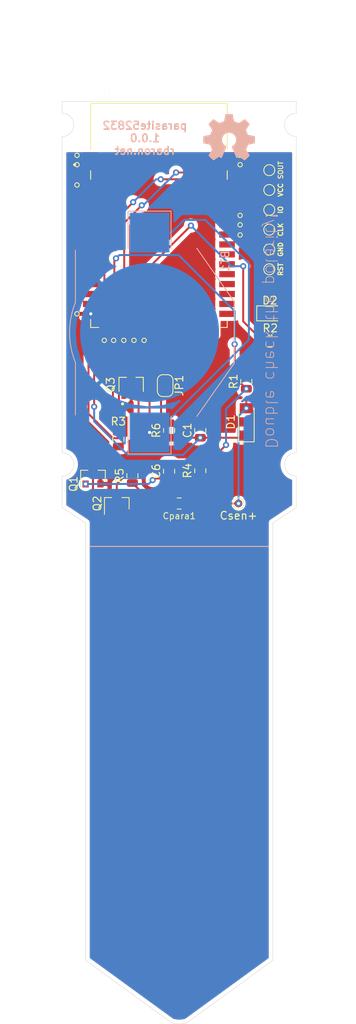
<source format=kicad_pcb>
(kicad_pcb (version 20171130) (host pcbnew "(5.1.2-1)-1")

  (general
    (thickness 1.6)
    (drawings 41)
    (tracks 143)
    (zones 0)
    (modules 25)
    (nets 46)
  )

  (page A4)
  (title_block
    (title parasite)
    (date 2021-02-05)
    (rev 1.1.0)
    (company rbaron.net)
  )

  (layers
    (0 F.Cu signal)
    (31 B.Cu signal)
    (32 B.Adhes user)
    (33 F.Adhes user)
    (34 B.Paste user)
    (35 F.Paste user)
    (36 B.SilkS user)
    (37 F.SilkS user)
    (38 B.Mask user)
    (39 F.Mask user)
    (40 Dwgs.User user)
    (41 Cmts.User user)
    (42 Eco1.User user hide)
    (43 Eco2.User user hide)
    (44 Edge.Cuts user)
    (45 Margin user)
    (46 B.CrtYd user)
    (47 F.CrtYd user)
    (48 B.Fab user)
    (49 F.Fab user)
  )

  (setup
    (last_trace_width 0.25)
    (user_trace_width 0.5)
    (user_trace_width 5)
    (user_trace_width 10)
    (trace_clearance 0.2)
    (zone_clearance 0.508)
    (zone_45_only no)
    (trace_min 0.2)
    (via_size 0.8)
    (via_drill 0.4)
    (via_min_size 0.4)
    (via_min_drill 0.3)
    (uvia_size 0.3)
    (uvia_drill 0.1)
    (uvias_allowed no)
    (uvia_min_size 0.2)
    (uvia_min_drill 0.1)
    (edge_width 0.05)
    (segment_width 0.2)
    (pcb_text_width 0.3)
    (pcb_text_size 1.5 1.5)
    (mod_edge_width 0.12)
    (mod_text_size 1 1)
    (mod_text_width 0.15)
    (pad_size 6 5.5)
    (pad_drill 0)
    (pad_to_mask_clearance 0.051)
    (solder_mask_min_width 0.25)
    (aux_axis_origin 0 0)
    (visible_elements FFFFFFFF)
    (pcbplotparams
      (layerselection 0x010fc_ffffffff)
      (usegerberextensions false)
      (usegerberattributes false)
      (usegerberadvancedattributes false)
      (creategerberjobfile false)
      (excludeedgelayer true)
      (linewidth 0.100000)
      (plotframeref false)
      (viasonmask false)
      (mode 1)
      (useauxorigin false)
      (hpglpennumber 1)
      (hpglpenspeed 20)
      (hpglpendiameter 15.000000)
      (psnegative false)
      (psa4output false)
      (plotreference true)
      (plotvalue true)
      (plotinvisibletext false)
      (padsonsilk false)
      (subtractmaskfromsilk false)
      (outputformat 1)
      (mirror false)
      (drillshape 0)
      (scaleselection 1)
      (outputdirectory "gerber/"))
  )

  (net 0 "")
  (net 1 GND)
  (net 2 /Csen+)
  (net 3 /PWM)
  (net 4 "Net-(C6-Pad1)")
  (net 5 "Net-(Q2-Pad3)")
  (net 6 "Net-(Q1-Pad3)")
  (net 7 "Net-(BT1-Pad1)")
  (net 8 /SENS_OUT)
  (net 9 "Net-(D2-Pad2)")
  (net 10 +3V0)
  (net 11 /LED)
  (net 12 /FAST_DISCH_EN)
  (net 13 "Net-(TP1-Pad1)")
  (net 14 "Net-(TP2-Pad1)")
  (net 15 "Net-(TP5-Pad1)")
  (net 16 "Net-(U1-Pad41)")
  (net 17 "Net-(U1-Pad40)")
  (net 18 "Net-(U1-Pad39)")
  (net 19 "Net-(U1-Pad35)")
  (net 20 "Net-(U1-Pad34)")
  (net 21 "Net-(U1-Pad33)")
  (net 22 "Net-(U1-Pad32)")
  (net 23 "Net-(U1-Pad31)")
  (net 24 "Net-(U1-Pad30)")
  (net 25 "Net-(U1-Pad29)")
  (net 26 "Net-(U1-Pad28)")
  (net 27 "Net-(U1-Pad27)")
  (net 28 "Net-(U1-Pad26)")
  (net 29 "Net-(U1-Pad25)")
  (net 30 "Net-(U1-Pad24)")
  (net 31 "Net-(U1-Pad23)")
  (net 32 "Net-(U1-Pad22)")
  (net 33 "Net-(U1-Pad21)")
  (net 34 "Net-(U1-Pad14)")
  (net 35 "Net-(U1-Pad13)")
  (net 36 "Net-(U1-Pad12)")
  (net 37 "Net-(U1-Pad11)")
  (net 38 "Net-(U1-Pad10)")
  (net 39 "Net-(U1-Pad9)")
  (net 40 "Net-(U1-Pad8)")
  (net 41 "Net-(U1-Pad7)")
  (net 42 "Net-(U1-Pad6)")
  (net 43 "Net-(U1-Pad5)")
  (net 44 "Net-(U1-Pad4)")
  (net 45 "Net-(U1-Pad3)")

  (net_class Default "This is the default net class."
    (clearance 0.2)
    (trace_width 0.25)
    (via_dia 0.8)
    (via_drill 0.4)
    (uvia_dia 0.3)
    (uvia_drill 0.1)
    (add_net +3V0)
    (add_net /Csen+)
    (add_net /FAST_DISCH_EN)
    (add_net /LED)
    (add_net /PWM)
    (add_net /SENS_OUT)
    (add_net GND)
    (add_net "Net-(BT1-Pad1)")
    (add_net "Net-(C6-Pad1)")
    (add_net "Net-(D2-Pad2)")
    (add_net "Net-(Q1-Pad3)")
    (add_net "Net-(Q2-Pad3)")
    (add_net "Net-(TP1-Pad1)")
    (add_net "Net-(TP2-Pad1)")
    (add_net "Net-(TP5-Pad1)")
    (add_net "Net-(U1-Pad10)")
    (add_net "Net-(U1-Pad11)")
    (add_net "Net-(U1-Pad12)")
    (add_net "Net-(U1-Pad13)")
    (add_net "Net-(U1-Pad14)")
    (add_net "Net-(U1-Pad21)")
    (add_net "Net-(U1-Pad22)")
    (add_net "Net-(U1-Pad23)")
    (add_net "Net-(U1-Pad24)")
    (add_net "Net-(U1-Pad25)")
    (add_net "Net-(U1-Pad26)")
    (add_net "Net-(U1-Pad27)")
    (add_net "Net-(U1-Pad28)")
    (add_net "Net-(U1-Pad29)")
    (add_net "Net-(U1-Pad3)")
    (add_net "Net-(U1-Pad30)")
    (add_net "Net-(U1-Pad31)")
    (add_net "Net-(U1-Pad32)")
    (add_net "Net-(U1-Pad33)")
    (add_net "Net-(U1-Pad34)")
    (add_net "Net-(U1-Pad35)")
    (add_net "Net-(U1-Pad39)")
    (add_net "Net-(U1-Pad4)")
    (add_net "Net-(U1-Pad40)")
    (add_net "Net-(U1-Pad41)")
    (add_net "Net-(U1-Pad5)")
    (add_net "Net-(U1-Pad6)")
    (add_net "Net-(U1-Pad7)")
    (add_net "Net-(U1-Pad8)")
    (add_net "Net-(U1-Pad9)")
  )

  (module kicad:BatteryHolder_Keystone_3002_1x2032 (layer B.Cu) (tedit 5D9C7E9A) (tstamp 60358E5D)
    (at 114.2 71.6 270)
    (descr https://www.tme.eu/it/Document/a823211ec201a9e209042d155fe22d2b/KEYS2996.pdf)
    (tags "BR2016 CR2016 DL2016 BR2020 CL2020 BR2025 CR2025 DL2025 DR2032 CR2032 DL2032")
    (path /60386A6F)
    (attr smd)
    (fp_text reference BT1 (at -9.15 -9.7 90) (layer B.SilkS)
      (effects (font (size 1 1) (thickness 0.15)) (justify mirror))
    )
    (fp_text value Battery_Cell (at 0 11 90) (layer B.Fab)
      (effects (font (size 1 1) (thickness 0.15)) (justify mirror))
    )
    (fp_line (start -15.35 2.55) (end -15.35 -2.55) (layer B.Fab) (width 0.1))
    (fp_line (start -15.35 -2.55) (end -10.55 -2.55) (layer B.Fab) (width 0.1))
    (fp_line (start -15.35 2.55) (end -10.55 2.55) (layer B.Fab) (width 0.1))
    (fp_line (start -10.55 -2.55) (end -10.55 -5.85) (layer B.Fab) (width 0.1))
    (fp_line (start 10.55 -2.55) (end 10.55 -5.9) (layer B.Fab) (width 0.1))
    (fp_line (start -3.8 -10.6) (end 3.8 -10.6) (layer B.Fab) (width 0.1))
    (fp_line (start 10.55 -2.55) (end 15.35 -2.55) (layer B.Fab) (width 0.1))
    (fp_line (start 15.35 -2.55) (end 15.35 2.55) (layer B.Fab) (width 0.1))
    (fp_line (start 15.35 2.55) (end 10.55 2.55) (layer B.Fab) (width 0.1))
    (fp_line (start 10.55 2.55) (end 10.55 9.3) (layer B.Fab) (width 0.1))
    (fp_line (start 10.55 9.3) (end -10.55 9.3) (layer B.Fab) (width 0.1))
    (fp_line (start -10.55 2.55) (end -10.55 9.3) (layer B.Fab) (width 0.1))
    (fp_line (start -10.55 -5.85) (end -3.8 -10.6) (layer B.Fab) (width 0.1))
    (fp_line (start -10.8 -6.05) (end -3.95 -10.85) (layer B.SilkS) (width 0.12))
    (fp_line (start -3.95 -10.85) (end 3.95 -10.85) (layer B.SilkS) (width 0.12))
    (fp_line (start 3.95 -10.85) (end 10.75 -6.05) (layer B.SilkS) (width 0.12))
    (fp_line (start 10.55 -5.9) (end 3.8 -10.6) (layer B.Fab) (width 0.1))
    (fp_circle (center 0 0) (end 10 0) (layer Dwgs.User) (width 0.2))
    (fp_line (start -10.55 9.5) (end -3.85 9.5) (layer B.SilkS) (width 0.12))
    (fp_arc (start 0 0) (end 3.85 9.5) (angle 44.1) (layer B.SilkS) (width 0.12))
    (fp_line (start 10.55 9.5) (end 3.85 9.5) (layer B.SilkS) (width 0.12))
    (fp_line (start -15.85 3.05) (end -11.05 3.05) (layer B.CrtYd) (width 0.05))
    (fp_line (start -11.05 3.05) (end -11.05 9.8) (layer B.CrtYd) (width 0.05))
    (fp_line (start -11.05 9.8) (end -3.9 9.8) (layer B.CrtYd) (width 0.05))
    (fp_arc (start 0 0) (end 3.9 9.8) (angle 43.40107348) (layer B.CrtYd) (width 0.05))
    (fp_line (start 11.05 9.8) (end 3.9 9.8) (layer B.CrtYd) (width 0.05))
    (fp_line (start 11.05 9.8) (end 11.05 3.05) (layer B.CrtYd) (width 0.05))
    (fp_line (start 11.05 3.05) (end 15.85 3.05) (layer B.CrtYd) (width 0.05))
    (fp_line (start 15.85 3.05) (end 15.85 -3.05) (layer B.CrtYd) (width 0.05))
    (fp_line (start 15.85 -3.05) (end 11.05 -3.05) (layer B.CrtYd) (width 0.05))
    (fp_line (start 11.05 -3.05) (end 11.05 -6.35) (layer B.CrtYd) (width 0.05))
    (fp_line (start 11.05 -6.35) (end 4.3 -11.1) (layer B.CrtYd) (width 0.05))
    (fp_line (start 4.3 -11.1) (end -4.3 -11.1) (layer B.CrtYd) (width 0.05))
    (fp_line (start -4.3 -11.1) (end -11.05 -6.35) (layer B.CrtYd) (width 0.05))
    (fp_line (start -11.05 -6.35) (end -11.05 -3.05) (layer B.CrtYd) (width 0.05))
    (fp_line (start -11.05 -3.05) (end -15.85 -3.05) (layer B.CrtYd) (width 0.05))
    (fp_line (start -15.85 -3.05) (end -15.85 3.05) (layer B.CrtYd) (width 0.05))
    (fp_line (start -10.75 2.75) (end -15.55 2.75) (layer B.SilkS) (width 0.12))
    (fp_line (start -15.55 2.75) (end -15.55 -2.75) (layer B.SilkS) (width 0.12))
    (fp_line (start -15.55 -2.75) (end -10.75 -2.75) (layer B.SilkS) (width 0.12))
    (fp_line (start 10.75 -2.75) (end 15.55 -2.75) (layer B.SilkS) (width 0.12))
    (fp_line (start 15.55 -2.75) (end 15.55 2.75) (layer B.SilkS) (width 0.12))
    (fp_line (start 15.55 2.75) (end 10.75 2.75) (layer B.SilkS) (width 0.12))
    (fp_text user %R (at -9.15 -9.7 90) (layer B.Fab)
      (effects (font (size 1 1) (thickness 0.15)) (justify mirror))
    )
    (pad 2 smd circle (at 0 0 270) (size 17.8 17.8) (layers B.Cu B.Mask)
      (net 1 GND))
    (pad 1 smd rect (at -12.8 0 270) (size 5.1 5.1) (layers B.Cu B.Paste B.Mask)
      (net 7 "Net-(BT1-Pad1)"))
    (pad 1 smd rect (at 12.8 0 270) (size 5.1 5.1) (layers B.Cu B.Paste B.Mask)
      (net 7 "Net-(BT1-Pad1)"))
    (model ${KISYS3DMOD}/Battery.3dshapes/BatteryHolder_Keystone_3002_1x2032.wrl
      (at (xyz 0 0 0))
      (scale (xyz 1 1 1))
      (rotate (xyz 0 0 0))
    )
  )

  (module Symbol:OSHW-Symbol_6.7x6mm_SilkScreen (layer B.Cu) (tedit 0) (tstamp 6035C48A)
    (at 124.4 46.6 180)
    (descr "Open Source Hardware Symbol")
    (tags "Logo Symbol OSHW")
    (attr virtual)
    (fp_text reference REF** (at 0 0) (layer B.SilkS) hide
      (effects (font (size 1 1) (thickness 0.15)) (justify mirror))
    )
    (fp_text value OSHW-Symbol_6.7x6mm_SilkScreen (at 0.75 0) (layer B.Fab) hide
      (effects (font (size 1 1) (thickness 0.15)) (justify mirror))
    )
    (fp_poly (pts (xy 0.555814 2.531069) (xy 0.639635 2.086445) (xy 0.94892 1.958947) (xy 1.258206 1.831449)
      (xy 1.629246 2.083754) (xy 1.733157 2.154004) (xy 1.827087 2.216728) (xy 1.906652 2.269062)
      (xy 1.96747 2.308143) (xy 2.005157 2.331107) (xy 2.015421 2.336058) (xy 2.03391 2.323324)
      (xy 2.07342 2.288118) (xy 2.129522 2.234938) (xy 2.197787 2.168282) (xy 2.273786 2.092646)
      (xy 2.353092 2.012528) (xy 2.431275 1.932426) (xy 2.503907 1.856836) (xy 2.566559 1.790255)
      (xy 2.614803 1.737182) (xy 2.64421 1.702113) (xy 2.651241 1.690377) (xy 2.641123 1.66874)
      (xy 2.612759 1.621338) (xy 2.569129 1.552807) (xy 2.513218 1.467785) (xy 2.448006 1.370907)
      (xy 2.410219 1.31565) (xy 2.341343 1.214752) (xy 2.28014 1.123701) (xy 2.229578 1.04703)
      (xy 2.192628 0.989272) (xy 2.172258 0.954957) (xy 2.169197 0.947746) (xy 2.176136 0.927252)
      (xy 2.195051 0.879487) (xy 2.223087 0.811168) (xy 2.257391 0.729011) (xy 2.295109 0.63973)
      (xy 2.333387 0.550042) (xy 2.36937 0.466662) (xy 2.400206 0.396306) (xy 2.423039 0.34569)
      (xy 2.435017 0.321529) (xy 2.435724 0.320578) (xy 2.454531 0.315964) (xy 2.504618 0.305672)
      (xy 2.580793 0.290713) (xy 2.677865 0.272099) (xy 2.790643 0.250841) (xy 2.856442 0.238582)
      (xy 2.97695 0.215638) (xy 3.085797 0.193805) (xy 3.177476 0.174278) (xy 3.246481 0.158252)
      (xy 3.287304 0.146921) (xy 3.295511 0.143326) (xy 3.303548 0.118994) (xy 3.310033 0.064041)
      (xy 3.31497 -0.015108) (xy 3.318364 -0.112026) (xy 3.320218 -0.220287) (xy 3.320538 -0.333465)
      (xy 3.319327 -0.445135) (xy 3.31659 -0.548868) (xy 3.312331 -0.638241) (xy 3.306555 -0.706826)
      (xy 3.299267 -0.748197) (xy 3.294895 -0.75681) (xy 3.268764 -0.767133) (xy 3.213393 -0.781892)
      (xy 3.136107 -0.799352) (xy 3.04423 -0.81778) (xy 3.012158 -0.823741) (xy 2.857524 -0.852066)
      (xy 2.735375 -0.874876) (xy 2.641673 -0.89308) (xy 2.572384 -0.907583) (xy 2.523471 -0.919292)
      (xy 2.490897 -0.929115) (xy 2.470628 -0.937956) (xy 2.458626 -0.946724) (xy 2.456947 -0.948457)
      (xy 2.440184 -0.976371) (xy 2.414614 -1.030695) (xy 2.382788 -1.104777) (xy 2.34726 -1.191965)
      (xy 2.310583 -1.285608) (xy 2.275311 -1.379052) (xy 2.243996 -1.465647) (xy 2.219193 -1.53874)
      (xy 2.203454 -1.591678) (xy 2.199332 -1.617811) (xy 2.199676 -1.618726) (xy 2.213641 -1.640086)
      (xy 2.245322 -1.687084) (xy 2.291391 -1.754827) (xy 2.348518 -1.838423) (xy 2.413373 -1.932982)
      (xy 2.431843 -1.959854) (xy 2.497699 -2.057275) (xy 2.55565 -2.146163) (xy 2.602538 -2.221412)
      (xy 2.635207 -2.27792) (xy 2.6505 -2.310581) (xy 2.651241 -2.314593) (xy 2.638392 -2.335684)
      (xy 2.602888 -2.377464) (xy 2.549293 -2.435445) (xy 2.482171 -2.505135) (xy 2.406087 -2.582045)
      (xy 2.325604 -2.661683) (xy 2.245287 -2.739561) (xy 2.169699 -2.811186) (xy 2.103405 -2.87207)
      (xy 2.050969 -2.917721) (xy 2.016955 -2.94365) (xy 2.007545 -2.947883) (xy 1.985643 -2.937912)
      (xy 1.9408 -2.91102) (xy 1.880321 -2.871736) (xy 1.833789 -2.840117) (xy 1.749475 -2.782098)
      (xy 1.649626 -2.713784) (xy 1.549473 -2.645579) (xy 1.495627 -2.609075) (xy 1.313371 -2.4858)
      (xy 1.160381 -2.56852) (xy 1.090682 -2.604759) (xy 1.031414 -2.632926) (xy 0.991311 -2.648991)
      (xy 0.981103 -2.651226) (xy 0.968829 -2.634722) (xy 0.944613 -2.588082) (xy 0.910263 -2.515609)
      (xy 0.867588 -2.421606) (xy 0.818394 -2.310374) (xy 0.76449 -2.186215) (xy 0.707684 -2.053432)
      (xy 0.649782 -1.916327) (xy 0.592593 -1.779202) (xy 0.537924 -1.646358) (xy 0.487584 -1.522098)
      (xy 0.44338 -1.410725) (xy 0.407119 -1.316539) (xy 0.380609 -1.243844) (xy 0.365658 -1.196941)
      (xy 0.363254 -1.180833) (xy 0.382311 -1.160286) (xy 0.424036 -1.126933) (xy 0.479706 -1.087702)
      (xy 0.484378 -1.084599) (xy 0.628264 -0.969423) (xy 0.744283 -0.835053) (xy 0.83143 -0.685784)
      (xy 0.888699 -0.525913) (xy 0.915086 -0.359737) (xy 0.909585 -0.191552) (xy 0.87119 -0.025655)
      (xy 0.798895 0.133658) (xy 0.777626 0.168513) (xy 0.666996 0.309263) (xy 0.536302 0.422286)
      (xy 0.390064 0.506997) (xy 0.232808 0.562806) (xy 0.069057 0.589126) (xy -0.096667 0.58537)
      (xy -0.259838 0.55095) (xy -0.415935 0.485277) (xy -0.560433 0.387765) (xy -0.605131 0.348187)
      (xy -0.718888 0.224297) (xy -0.801782 0.093876) (xy -0.858644 -0.052315) (xy -0.890313 -0.197088)
      (xy -0.898131 -0.35986) (xy -0.872062 -0.52344) (xy -0.814755 -0.682298) (xy -0.728856 -0.830906)
      (xy -0.617014 -0.963735) (xy -0.481877 -1.075256) (xy -0.464117 -1.087011) (xy -0.40785 -1.125508)
      (xy -0.365077 -1.158863) (xy -0.344628 -1.18016) (xy -0.344331 -1.180833) (xy -0.348721 -1.203871)
      (xy -0.366124 -1.256157) (xy -0.394732 -1.33339) (xy -0.432735 -1.431268) (xy -0.478326 -1.545491)
      (xy -0.529697 -1.671758) (xy -0.585038 -1.805767) (xy -0.642542 -1.943218) (xy -0.700399 -2.079808)
      (xy -0.756802 -2.211237) (xy -0.809942 -2.333205) (xy -0.85801 -2.441409) (xy -0.899199 -2.531549)
      (xy -0.931699 -2.599323) (xy -0.953703 -2.64043) (xy -0.962564 -2.651226) (xy -0.98964 -2.642819)
      (xy -1.040303 -2.620272) (xy -1.105817 -2.587613) (xy -1.141841 -2.56852) (xy -1.294832 -2.4858)
      (xy -1.477088 -2.609075) (xy -1.570125 -2.672228) (xy -1.671985 -2.741727) (xy -1.767438 -2.807165)
      (xy -1.81525 -2.840117) (xy -1.882495 -2.885273) (xy -1.939436 -2.921057) (xy -1.978646 -2.942938)
      (xy -1.991381 -2.947563) (xy -2.009917 -2.935085) (xy -2.050941 -2.900252) (xy -2.110475 -2.846678)
      (xy -2.184542 -2.777983) (xy -2.269165 -2.697781) (xy -2.322685 -2.646286) (xy -2.416319 -2.554286)
      (xy -2.497241 -2.471999) (xy -2.562177 -2.402945) (xy -2.607858 -2.350644) (xy -2.631011 -2.318616)
      (xy -2.633232 -2.312116) (xy -2.622924 -2.287394) (xy -2.594439 -2.237405) (xy -2.550937 -2.167212)
      (xy -2.495577 -2.081875) (xy -2.43152 -1.986456) (xy -2.413303 -1.959854) (xy -2.346927 -1.863167)
      (xy -2.287378 -1.776117) (xy -2.237984 -1.703595) (xy -2.202075 -1.650493) (xy -2.182981 -1.621703)
      (xy -2.181136 -1.618726) (xy -2.183895 -1.595782) (xy -2.198538 -1.545336) (xy -2.222513 -1.474041)
      (xy -2.253266 -1.388547) (xy -2.288244 -1.295507) (xy -2.324893 -1.201574) (xy -2.360661 -1.113399)
      (xy -2.392994 -1.037634) (xy -2.419338 -0.980931) (xy -2.437142 -0.949943) (xy -2.438407 -0.948457)
      (xy -2.449294 -0.939601) (xy -2.467682 -0.930843) (xy -2.497606 -0.921277) (xy -2.543103 -0.909996)
      (xy -2.608209 -0.896093) (xy -2.696961 -0.878663) (xy -2.813393 -0.856798) (xy -2.961542 -0.829591)
      (xy -2.993618 -0.823741) (xy -3.088686 -0.805374) (xy -3.171565 -0.787405) (xy -3.23493 -0.771569)
      (xy -3.271458 -0.7596) (xy -3.276356 -0.75681) (xy -3.284427 -0.732072) (xy -3.290987 -0.67679)
      (xy -3.296033 -0.597389) (xy -3.299559 -0.500296) (xy -3.301561 -0.391938) (xy -3.302036 -0.27874)
      (xy -3.300977 -0.167128) (xy -3.298382 -0.063529) (xy -3.294246 0.025632) (xy -3.288563 0.093928)
      (xy -3.281331 0.134934) (xy -3.276971 0.143326) (xy -3.252698 0.151792) (xy -3.197426 0.165565)
      (xy -3.116662 0.18345) (xy -3.015912 0.204252) (xy -2.900683 0.226777) (xy -2.837902 0.238582)
      (xy -2.718787 0.260849) (xy -2.612565 0.281021) (xy -2.524427 0.298085) (xy -2.459566 0.311031)
      (xy -2.423174 0.318845) (xy -2.417184 0.320578) (xy -2.407061 0.34011) (xy -2.385662 0.387157)
      (xy -2.355839 0.454997) (xy -2.320445 0.536909) (xy -2.282332 0.626172) (xy -2.244353 0.716065)
      (xy -2.20936 0.799865) (xy -2.180206 0.870853) (xy -2.159743 0.922306) (xy -2.150823 0.947503)
      (xy -2.150657 0.948604) (xy -2.160769 0.968481) (xy -2.189117 1.014223) (xy -2.232723 1.081283)
      (xy -2.288606 1.165116) (xy -2.353787 1.261174) (xy -2.391679 1.31635) (xy -2.460725 1.417519)
      (xy -2.52205 1.50937) (xy -2.572663 1.587256) (xy -2.609571 1.646531) (xy -2.629782 1.682549)
      (xy -2.632701 1.690623) (xy -2.620153 1.709416) (xy -2.585463 1.749543) (xy -2.533063 1.806507)
      (xy -2.467384 1.875815) (xy -2.392856 1.952969) (xy -2.313913 2.033475) (xy -2.234983 2.112837)
      (xy -2.1605 2.18656) (xy -2.094894 2.250148) (xy -2.042596 2.299106) (xy -2.008039 2.328939)
      (xy -1.996478 2.336058) (xy -1.977654 2.326047) (xy -1.932631 2.297922) (xy -1.865787 2.254546)
      (xy -1.781499 2.198782) (xy -1.684144 2.133494) (xy -1.610707 2.083754) (xy -1.239667 1.831449)
      (xy -0.621095 2.086445) (xy -0.537275 2.531069) (xy -0.453454 2.975693) (xy 0.471994 2.975693)
      (xy 0.555814 2.531069)) (layer B.SilkS) (width 0.01))
  )

  (module snapeda:XCVR_E73-2G4M04S1B (layer F.Cu) (tedit 60351C1C) (tstamp 6035DFF6)
    (at 115.4 56.6)
    (path /60359A82)
    (fp_text reference U1 (at -6.825 -15.375) (layer F.SilkS)
      (effects (font (size 1 1) (thickness 0.015)))
    )
    (fp_text value E73-2G4M04S1B (at 1.43 16.365) (layer F.Fab)
      (effects (font (size 1 1) (thickness 0.015)))
    )
    (fp_line (start -8.75 -8.288) (end 8.75 -8.288) (layer F.Fab) (width 0.127))
    (fp_line (start 8.75 14.35) (end 8.75 13.325) (layer F.SilkS) (width 0.127))
    (fp_line (start 8.75 -5.725) (end 8.75 -4.625) (layer F.SilkS) (width 0.127))
    (fp_line (start 7.705 14.35) (end 8.75 14.35) (layer F.SilkS) (width 0.127))
    (fp_line (start -8.75 14.35) (end -7.705 14.35) (layer F.SilkS) (width 0.127))
    (fp_line (start -8.75 14.35) (end -8.75 13.325) (layer F.SilkS) (width 0.127))
    (fp_line (start 8.75 -8.435) (end 8.75 -14.35) (layer F.SilkS) (width 0.127))
    (fp_line (start 8.75 -14.35) (end -8.75 -14.35) (layer F.SilkS) (width 0.127))
    (fp_line (start -8.75 -14.35) (end -8.75 -8.435) (layer F.SilkS) (width 0.127))
    (fp_line (start -8.75 -5.725) (end -8.75 -4.625) (layer F.SilkS) (width 0.127))
    (fp_circle (center -10.8 -6.5) (end -10.7 -6.5) (layer F.SilkS) (width 0.2))
    (fp_circle (center -10.8 -6.5) (end -10.7 -6.5) (layer F.Fab) (width 0.2))
    (fp_text user under~the~module (at -5 3) (layer F.Fab)
      (effects (font (size 0.5 0.5) (thickness 0.015)))
    )
    (fp_text user Avoid~traces~in~Bottom~Layer (at -5 2) (layer F.Fab)
      (effects (font (size 0.5 0.5) (thickness 0.015)))
    )
    (fp_poly (pts (xy -8.75 -14.35) (xy 8.75 -14.35) (xy 8.75 14.35) (xy -8.75 14.35)) (layer Dwgs.User) (width 0.01))
    (fp_poly (pts (xy -8.75 -14.35) (xy -8.75 -8.1) (xy -7.75 -8.1) (xy -7.75 -6.045)
      (xy -8.75 -6.045) (xy -8.75 -4.305) (xy -7.73 -4.305) (xy -7.73 13.3)
      (xy 7.73 13.3) (xy 7.73 -4.305) (xy 8.75 -4.305) (xy 8.75 -6.045)
      (xy 7.75 -6.045) (xy 7.75 -8.115) (xy 8.75 -8.115) (xy 8.75 -14.35)) (layer Dwgs.User) (width 0.01))
    (fp_line (start 10 -14.6) (end -10 -14.6) (layer F.CrtYd) (width 0.05))
    (fp_line (start 10 15.6) (end 10 -14.6) (layer F.CrtYd) (width 0.05))
    (fp_line (start -10 15.6) (end 10 15.6) (layer F.CrtYd) (width 0.05))
    (fp_line (start -10 -14.6) (end -10 15.6) (layer F.CrtYd) (width 0.05))
    (fp_line (start 8.75 -14.35) (end -8.75 -14.35) (layer F.Fab) (width 0.127))
    (fp_line (start 8.75 -8.288) (end 8.75 -14.35) (layer F.Fab) (width 0.127))
    (fp_line (start 8.75 14.35) (end 8.75 -8.288) (layer F.Fab) (width 0.127))
    (fp_line (start -8.75 14.35) (end 8.75 14.35) (layer F.Fab) (width 0.127))
    (fp_line (start -8.75 -8.288) (end -8.75 14.35) (layer F.Fab) (width 0.127))
    (fp_line (start -8.75 -14.35) (end -8.75 -8.288) (layer F.Fab) (width 0.127))
    (pad 42 smd rect (at 8.75 -6.445) (size 2 0.8) (layers F.Cu F.Paste F.Mask)
      (net 1 GND))
    (pad 43 smd rect (at 8.75 -7.715) (size 2 0.8) (layers F.Cu F.Paste F.Mask)
      (net 1 GND))
    (pad 41 smd rect (at 8.73 -3.905) (size 2 0.8) (layers F.Cu F.Paste F.Mask)
      (net 16 "Net-(U1-Pad41)"))
    (pad 40 smd rect (at 8.73 -2.635) (size 2 0.8) (layers F.Cu F.Paste F.Mask)
      (net 17 "Net-(U1-Pad40)"))
    (pad 39 smd rect (at 8.73 -1.365) (size 2 0.8) (layers F.Cu F.Paste F.Mask)
      (net 18 "Net-(U1-Pad39)"))
    (pad 38 smd rect (at 8.73 -0.095) (size 2 0.8) (layers F.Cu F.Paste F.Mask)
      (net 13 "Net-(TP1-Pad1)"))
    (pad 37 smd rect (at 8.73 1.175) (size 2 0.8) (layers F.Cu F.Paste F.Mask)
      (net 14 "Net-(TP2-Pad1)"))
    (pad 36 smd rect (at 8.73 2.445) (size 2 0.8) (layers F.Cu F.Paste F.Mask)
      (net 15 "Net-(TP5-Pad1)"))
    (pad 35 smd rect (at 8.73 3.715) (size 2 0.8) (layers F.Cu F.Paste F.Mask)
      (net 19 "Net-(U1-Pad35)"))
    (pad 34 smd rect (at 8.73 4.985) (size 2 0.8) (layers F.Cu F.Paste F.Mask)
      (net 20 "Net-(U1-Pad34)"))
    (pad 33 smd rect (at 8.73 6.255) (size 2 0.8) (layers F.Cu F.Paste F.Mask)
      (net 21 "Net-(U1-Pad33)"))
    (pad 32 smd rect (at 8.73 7.525) (size 2 0.8) (layers F.Cu F.Paste F.Mask)
      (net 22 "Net-(U1-Pad32)"))
    (pad 31 smd rect (at 8.73 8.795) (size 2 0.8) (layers F.Cu F.Paste F.Mask)
      (net 23 "Net-(U1-Pad31)"))
    (pad 30 smd rect (at 8.73 10.065) (size 2 0.8) (layers F.Cu F.Paste F.Mask)
      (net 24 "Net-(U1-Pad30)"))
    (pad 29 smd rect (at 8.73 11.335) (size 2 0.8) (layers F.Cu F.Paste F.Mask)
      (net 25 "Net-(U1-Pad29)"))
    (pad 28 smd rect (at 8.73 12.605) (size 2 0.8) (layers F.Cu F.Paste F.Mask)
      (net 26 "Net-(U1-Pad28)"))
    (pad 27 smd rect (at 6.985 14.35) (size 0.8 2) (layers F.Cu F.Paste F.Mask)
      (net 27 "Net-(U1-Pad27)"))
    (pad 26 smd rect (at 5.715 14.35) (size 0.8 2) (layers F.Cu F.Paste F.Mask)
      (net 28 "Net-(U1-Pad26)"))
    (pad 25 smd rect (at 4.445 14.35) (size 0.8 2) (layers F.Cu F.Paste F.Mask)
      (net 29 "Net-(U1-Pad25)"))
    (pad 24 smd rect (at 3.175 14.35) (size 0.8 2) (layers F.Cu F.Paste F.Mask)
      (net 30 "Net-(U1-Pad24)"))
    (pad 23 smd rect (at 1.905 14.35) (size 0.8 2) (layers F.Cu F.Paste F.Mask)
      (net 31 "Net-(U1-Pad23)"))
    (pad 22 smd rect (at 0.635 14.35) (size 0.8 2) (layers F.Cu F.Paste F.Mask)
      (net 32 "Net-(U1-Pad22)"))
    (pad 21 smd rect (at -0.635 14.35) (size 0.8 2) (layers F.Cu F.Paste F.Mask)
      (net 33 "Net-(U1-Pad21)"))
    (pad 20 smd rect (at -1.905 14.35) (size 0.8 2) (layers F.Cu F.Paste F.Mask)
      (net 12 /FAST_DISCH_EN))
    (pad 19 smd rect (at -3.175 14.35) (size 0.8 2) (layers F.Cu F.Paste F.Mask)
      (net 11 /LED))
    (pad 18 smd rect (at -4.445 14.35) (size 0.8 2) (layers F.Cu F.Paste F.Mask)
      (net 8 /SENS_OUT))
    (pad 17 smd rect (at -5.715 14.35) (size 0.8 2) (layers F.Cu F.Paste F.Mask)
      (net 3 /PWM))
    (pad 16 smd rect (at -6.985 14.35) (size 0.8 2) (layers F.Cu F.Paste F.Mask)
      (net 10 +3V0))
    (pad 15 smd rect (at -8.73 12.605) (size 2 0.8) (layers F.Cu F.Paste F.Mask)
      (net 1 GND))
    (pad 14 smd rect (at -8.73 11.335) (size 2 0.8) (layers F.Cu F.Paste F.Mask)
      (net 34 "Net-(U1-Pad14)"))
    (pad 13 smd rect (at -8.73 10.065) (size 2 0.8) (layers F.Cu F.Paste F.Mask)
      (net 35 "Net-(U1-Pad13)"))
    (pad 12 smd rect (at -8.73 8.795) (size 2 0.8) (layers F.Cu F.Paste F.Mask)
      (net 36 "Net-(U1-Pad12)"))
    (pad 11 smd rect (at -8.73 7.525) (size 2 0.8) (layers F.Cu F.Paste F.Mask)
      (net 37 "Net-(U1-Pad11)"))
    (pad 10 smd rect (at -8.73 6.255) (size 2 0.8) (layers F.Cu F.Paste F.Mask)
      (net 38 "Net-(U1-Pad10)"))
    (pad 9 smd rect (at -8.73 4.985) (size 2 0.8) (layers F.Cu F.Paste F.Mask)
      (net 39 "Net-(U1-Pad9)"))
    (pad 8 smd rect (at -8.73 3.715) (size 2 0.8) (layers F.Cu F.Paste F.Mask)
      (net 40 "Net-(U1-Pad8)"))
    (pad 7 smd rect (at -8.73 2.445) (size 2 0.8) (layers F.Cu F.Paste F.Mask)
      (net 41 "Net-(U1-Pad7)"))
    (pad 6 smd rect (at -8.73 1.175) (size 2 0.8) (layers F.Cu F.Paste F.Mask)
      (net 42 "Net-(U1-Pad6)"))
    (pad 5 smd rect (at -8.73 -0.095) (size 2 0.8) (layers F.Cu F.Paste F.Mask)
      (net 43 "Net-(U1-Pad5)"))
    (pad 4 smd rect (at -8.73 -1.365) (size 2 0.8) (layers F.Cu F.Paste F.Mask)
      (net 44 "Net-(U1-Pad4)"))
    (pad 3 smd rect (at -8.73 -2.635) (size 2 0.8) (layers F.Cu F.Paste F.Mask)
      (net 45 "Net-(U1-Pad3)"))
    (pad 2 smd rect (at -8.73 -3.905) (size 2 0.8) (layers F.Cu F.Paste F.Mask)
      (net 1 GND))
    (pad 1 smd rect (at -8.75 -6.445) (size 2 0.8) (layers F.Cu F.Paste F.Mask)
      (net 1 GND))
    (pad 0 smd rect (at -8.75 -7.715) (size 2 0.8) (layers F.Cu F.Paste F.Mask)
      (net 1 GND))
  )

  (module snapeda:SOT95P280X125-3N (layer F.Cu) (tedit 603403B8) (tstamp 60359980)
    (at 111.84 78.24 90)
    (path /60388E46)
    (fp_text reference Q3 (at -0.06 -2.64 90) (layer F.SilkS)
      (effects (font (size 1 1) (thickness 0.15)))
    )
    (fp_text value AO3407A (at 7.62 3.175 90) (layer F.Fab)
      (effects (font (size 1 1) (thickness 0.015)))
    )
    (fp_circle (center -2.5 -1.1) (end -2.4 -1.1) (layer F.Fab) (width 0.2))
    (fp_circle (center -2.5 -1.1) (end -2.4 -1.1) (layer F.SilkS) (width 0.2))
    (fp_line (start -2.11 1.8) (end -2.11 -1.8) (layer F.CrtYd) (width 0.05))
    (fp_line (start 2.11 1.8) (end -2.11 1.8) (layer F.CrtYd) (width 0.05))
    (fp_line (start 2.11 -1.8) (end 2.11 1.8) (layer F.CrtYd) (width 0.05))
    (fp_line (start -2.11 -1.8) (end 2.11 -1.8) (layer F.CrtYd) (width 0.05))
    (fp_line (start 0.9 1.559) (end -0.9 1.559) (layer F.SilkS) (width 0.127))
    (fp_line (start 0.9 0.609) (end 0.9 1.559) (layer F.SilkS) (width 0.127))
    (fp_line (start 0.9 -1.559) (end 0.9 -0.609) (layer F.SilkS) (width 0.127))
    (fp_line (start -0.9 -1.559) (end 0.9 -1.559) (layer F.SilkS) (width 0.127))
    (fp_line (start 0.9 -1.55) (end -0.9 -1.55) (layer F.Fab) (width 0.127))
    (fp_line (start 0.9 1.55) (end 0.9 -1.55) (layer F.Fab) (width 0.127))
    (fp_line (start -0.9 1.55) (end 0.9 1.55) (layer F.Fab) (width 0.127))
    (fp_line (start -0.9 -1.55) (end -0.9 1.55) (layer F.Fab) (width 0.127))
    (pad 3 smd rect (at 1.255 0 90) (size 1.21 0.59) (layers F.Cu F.Paste F.Mask)
      (net 7 "Net-(BT1-Pad1)"))
    (pad 2 smd rect (at -1.255 0.95 90) (size 1.21 0.59) (layers F.Cu F.Paste F.Mask)
      (net 10 +3V0))
    (pad 1 smd rect (at -1.255 -0.95 90) (size 1.21 0.59) (layers F.Cu F.Paste F.Mask)
      (net 1 GND))
  )

  (module TestPoint:TestPoint_Pad_D1.0mm (layer F.Cu) (tedit 5A0F774F) (tstamp 60359057)
    (at 129.54 53.34 270)
    (descr "SMD pad as test Point, diameter 1.0mm")
    (tags "test point SMD pad")
    (path /6037D82C)
    (attr virtual)
    (fp_text reference VCC (at 0 -1.448 90) (layer F.SilkS)
      (effects (font (size 0.6 0.6) (thickness 0.15)))
    )
    (fp_text value VCC (at 0 1.55 90) (layer F.Fab)
      (effects (font (size 1 1) (thickness 0.15)))
    )
    (fp_circle (center 0 0) (end 0 0.7) (layer F.SilkS) (width 0.12))
    (fp_circle (center 0 0) (end 1 0) (layer F.CrtYd) (width 0.05))
    (fp_text user %R (at 0 -1.45 90) (layer F.Fab)
      (effects (font (size 1 1) (thickness 0.15)))
    )
    (pad 1 smd circle (at 0 0 270) (size 1 1) (layers F.Cu F.Mask)
      (net 10 +3V0))
  )

  (module TestPoint:TestPoint_Pad_D1.0mm (layer F.Cu) (tedit 5A0F774F) (tstamp 6035904F)
    (at 129.54 60.96 270)
    (descr "SMD pad as test Point, diameter 1.0mm")
    (tags "test point SMD pad")
    (path /6037E819)
    (attr virtual)
    (fp_text reference GND (at 0 -1.448 90) (layer F.SilkS)
      (effects (font (size 0.6 0.6) (thickness 0.15)))
    )
    (fp_text value GND (at 0 1.55 90) (layer F.Fab)
      (effects (font (size 1 1) (thickness 0.15)))
    )
    (fp_circle (center 0 0) (end 0 0.7) (layer F.SilkS) (width 0.12))
    (fp_circle (center 0 0) (end 1 0) (layer F.CrtYd) (width 0.05))
    (fp_text user %R (at 0 -1.45 90) (layer F.Fab)
      (effects (font (size 1 1) (thickness 0.15)))
    )
    (pad 1 smd circle (at 0 0 270) (size 1 1) (layers F.Cu F.Mask)
      (net 1 GND))
  )

  (module TestPoint:TestPoint_Pad_D1.0mm (layer F.Cu) (tedit 5A0F774F) (tstamp 60359047)
    (at 129.54 63.5 270)
    (descr "SMD pad as test Point, diameter 1.0mm")
    (tags "test point SMD pad")
    (path /6039FE47)
    (attr virtual)
    (fp_text reference RST (at 0 -1.448 90) (layer F.SilkS)
      (effects (font (size 0.6 0.6) (thickness 0.15)))
    )
    (fp_text value RST (at 0 1.55 90) (layer F.Fab)
      (effects (font (size 1 1) (thickness 0.15)))
    )
    (fp_circle (center 0 0) (end 0 0.7) (layer F.SilkS) (width 0.12))
    (fp_circle (center 0 0) (end 1 0) (layer F.CrtYd) (width 0.05))
    (fp_text user %R (at 0 -1.45 90) (layer F.Fab)
      (effects (font (size 1 1) (thickness 0.15)))
    )
    (pad 1 smd circle (at 0 0 270) (size 1 1) (layers F.Cu F.Mask)
      (net 15 "Net-(TP5-Pad1)"))
  )

  (module TestPoint:TestPoint_Pad_D1.0mm (layer F.Cu) (tedit 5A0F774F) (tstamp 60359023)
    (at 129.54 58.42 270)
    (descr "SMD pad as test Point, diameter 1.0mm")
    (tags "test point SMD pad")
    (path /6035D56E)
    (attr virtual)
    (fp_text reference CLK (at 0 -1.448 90) (layer F.SilkS)
      (effects (font (size 0.6 0.6) (thickness 0.15)))
    )
    (fp_text value CLK (at 0 1.55 90) (layer F.Fab)
      (effects (font (size 1 1) (thickness 0.15)))
    )
    (fp_circle (center 0 0) (end 0 0.7) (layer F.SilkS) (width 0.12))
    (fp_circle (center 0 0) (end 1 0) (layer F.CrtYd) (width 0.05))
    (fp_text user %R (at 0 -1.45 90) (layer F.Fab)
      (effects (font (size 1 1) (thickness 0.15)))
    )
    (pad 1 smd circle (at 0 0 270) (size 1 1) (layers F.Cu F.Mask)
      (net 14 "Net-(TP2-Pad1)"))
  )

  (module TestPoint:TestPoint_Pad_D1.0mm (layer F.Cu) (tedit 5A0F774F) (tstamp 6035901B)
    (at 129.54 55.88 270)
    (descr "SMD pad as test Point, diameter 1.0mm")
    (tags "test point SMD pad")
    (path /6035E763)
    (attr virtual)
    (fp_text reference IO (at 0 -1.448 90) (layer F.SilkS)
      (effects (font (size 0.6 0.6) (thickness 0.15)))
    )
    (fp_text value IO (at 0 1.55 90) (layer F.Fab)
      (effects (font (size 1 1) (thickness 0.15)))
    )
    (fp_circle (center 0 0) (end 0 0.7) (layer F.SilkS) (width 0.12))
    (fp_circle (center 0 0) (end 1 0) (layer F.CrtYd) (width 0.05))
    (fp_text user %R (at 0 -1.45 90) (layer F.Fab)
      (effects (font (size 1 1) (thickness 0.15)))
    )
    (pad 1 smd circle (at 0 0 270) (size 1 1) (layers F.Cu F.Mask)
      (net 13 "Net-(TP1-Pad1)"))
  )

  (module Resistor_SMD:R_0805_2012Metric (layer F.Cu) (tedit 5B36C52B) (tstamp 6035C630)
    (at 129.6625 72.7)
    (descr "Resistor SMD 0805 (2012 Metric), square (rectangular) end terminal, IPC_7351 nominal, (Body size source: https://docs.google.com/spreadsheets/d/1BsfQQcO9C6DZCsRaXUlFlo91Tg2WpOkGARC1WS5S8t0/edit?usp=sharing), generated with kicad-footprint-generator")
    (tags resistor)
    (path /6037FE48)
    (attr smd)
    (fp_text reference R2 (at 0 -1.65) (layer F.SilkS)
      (effects (font (size 1 1) (thickness 0.15)))
    )
    (fp_text value 1k (at 0 1.65) (layer F.Fab)
      (effects (font (size 1 1) (thickness 0.15)))
    )
    (fp_text user %R (at 0 0) (layer F.Fab)
      (effects (font (size 0.5 0.5) (thickness 0.08)))
    )
    (fp_line (start 1.68 0.95) (end -1.68 0.95) (layer F.CrtYd) (width 0.05))
    (fp_line (start 1.68 -0.95) (end 1.68 0.95) (layer F.CrtYd) (width 0.05))
    (fp_line (start -1.68 -0.95) (end 1.68 -0.95) (layer F.CrtYd) (width 0.05))
    (fp_line (start -1.68 0.95) (end -1.68 -0.95) (layer F.CrtYd) (width 0.05))
    (fp_line (start -0.258578 0.71) (end 0.258578 0.71) (layer F.SilkS) (width 0.12))
    (fp_line (start -0.258578 -0.71) (end 0.258578 -0.71) (layer F.SilkS) (width 0.12))
    (fp_line (start 1 0.6) (end -1 0.6) (layer F.Fab) (width 0.1))
    (fp_line (start 1 -0.6) (end 1 0.6) (layer F.Fab) (width 0.1))
    (fp_line (start -1 -0.6) (end 1 -0.6) (layer F.Fab) (width 0.1))
    (fp_line (start -1 0.6) (end -1 -0.6) (layer F.Fab) (width 0.1))
    (pad 2 smd roundrect (at 0.9375 0) (size 0.975 1.4) (layers F.Cu F.Paste F.Mask) (roundrect_rratio 0.25)
      (net 9 "Net-(D2-Pad2)"))
    (pad 1 smd roundrect (at -0.9375 0) (size 0.975 1.4) (layers F.Cu F.Paste F.Mask) (roundrect_rratio 0.25)
      (net 11 /LED))
    (model ${KISYS3DMOD}/Resistor_SMD.3dshapes/R_0805_2012Metric.wrl
      (at (xyz 0 0 0))
      (scale (xyz 1 1 1))
      (rotate (xyz 0 0 0))
    )
  )

  (module Jumper:SolderJumper-2_P1.3mm_Open_RoundedPad1.0x1.5mm (layer F.Cu) (tedit 5B391E66) (tstamp 60358F12)
    (at 116.2 78.4 270)
    (descr "SMD Solder Jumper, 1x1.5mm, rounded Pads, 0.3mm gap, open")
    (tags "solder jumper open")
    (path /60392DA9)
    (attr virtual)
    (fp_text reference JP1 (at 0 -1.8 90) (layer F.SilkS)
      (effects (font (size 1 1) (thickness 0.15)))
    )
    (fp_text value Jumper (at 0 1.9 90) (layer F.Fab)
      (effects (font (size 1 1) (thickness 0.15)))
    )
    (fp_line (start 1.65 1.25) (end -1.65 1.25) (layer F.CrtYd) (width 0.05))
    (fp_line (start 1.65 1.25) (end 1.65 -1.25) (layer F.CrtYd) (width 0.05))
    (fp_line (start -1.65 -1.25) (end -1.65 1.25) (layer F.CrtYd) (width 0.05))
    (fp_line (start -1.65 -1.25) (end 1.65 -1.25) (layer F.CrtYd) (width 0.05))
    (fp_line (start -0.7 -1) (end 0.7 -1) (layer F.SilkS) (width 0.12))
    (fp_line (start 1.4 -0.3) (end 1.4 0.3) (layer F.SilkS) (width 0.12))
    (fp_line (start 0.7 1) (end -0.7 1) (layer F.SilkS) (width 0.12))
    (fp_line (start -1.4 0.3) (end -1.4 -0.3) (layer F.SilkS) (width 0.12))
    (fp_arc (start -0.7 -0.3) (end -0.7 -1) (angle -90) (layer F.SilkS) (width 0.12))
    (fp_arc (start -0.7 0.3) (end -1.4 0.3) (angle -90) (layer F.SilkS) (width 0.12))
    (fp_arc (start 0.7 0.3) (end 0.7 1) (angle -90) (layer F.SilkS) (width 0.12))
    (fp_arc (start 0.7 -0.3) (end 1.4 -0.3) (angle -90) (layer F.SilkS) (width 0.12))
    (pad 2 smd custom (at 0.65 0 270) (size 1 0.5) (layers F.Cu F.Mask)
      (net 10 +3V0) (zone_connect 2)
      (options (clearance outline) (anchor rect))
      (primitives
        (gr_circle (center 0 0.25) (end 0.5 0.25) (width 0))
        (gr_circle (center 0 -0.25) (end 0.5 -0.25) (width 0))
        (gr_poly (pts
           (xy 0 -0.75) (xy -0.5 -0.75) (xy -0.5 0.75) (xy 0 0.75)) (width 0))
      ))
    (pad 1 smd custom (at -0.65 0 270) (size 1 0.5) (layers F.Cu F.Mask)
      (net 7 "Net-(BT1-Pad1)") (zone_connect 2)
      (options (clearance outline) (anchor rect))
      (primitives
        (gr_circle (center 0 0.25) (end 0.5 0.25) (width 0))
        (gr_circle (center 0 -0.25) (end 0.5 -0.25) (width 0))
        (gr_poly (pts
           (xy 0 -0.75) (xy 0.5 -0.75) (xy 0.5 0.75) (xy 0 0.75)) (width 0))
      ))
  )

  (module LED_SMD:LED_0805_2012Metric (layer F.Cu) (tedit 5B36C52C) (tstamp 60358F00)
    (at 129.62 69.145)
    (descr "LED SMD 0805 (2012 Metric), square (rectangular) end terminal, IPC_7351 nominal, (Body size source: https://docs.google.com/spreadsheets/d/1BsfQQcO9C6DZCsRaXUlFlo91Tg2WpOkGARC1WS5S8t0/edit?usp=sharing), generated with kicad-footprint-generator")
    (tags diode)
    (path /6038131F)
    (attr smd)
    (fp_text reference D2 (at 0 -1.65) (layer F.SilkS)
      (effects (font (size 1 1) (thickness 0.15)))
    )
    (fp_text value LED (at 0 1.65) (layer F.Fab)
      (effects (font (size 1 1) (thickness 0.15)))
    )
    (fp_text user %R (at 0 0) (layer F.Fab)
      (effects (font (size 0.5 0.5) (thickness 0.08)))
    )
    (fp_line (start 1.68 0.95) (end -1.68 0.95) (layer F.CrtYd) (width 0.05))
    (fp_line (start 1.68 -0.95) (end 1.68 0.95) (layer F.CrtYd) (width 0.05))
    (fp_line (start -1.68 -0.95) (end 1.68 -0.95) (layer F.CrtYd) (width 0.05))
    (fp_line (start -1.68 0.95) (end -1.68 -0.95) (layer F.CrtYd) (width 0.05))
    (fp_line (start -1.685 0.96) (end 1 0.96) (layer F.SilkS) (width 0.12))
    (fp_line (start -1.685 -0.96) (end -1.685 0.96) (layer F.SilkS) (width 0.12))
    (fp_line (start 1 -0.96) (end -1.685 -0.96) (layer F.SilkS) (width 0.12))
    (fp_line (start 1 0.6) (end 1 -0.6) (layer F.Fab) (width 0.1))
    (fp_line (start -1 0.6) (end 1 0.6) (layer F.Fab) (width 0.1))
    (fp_line (start -1 -0.3) (end -1 0.6) (layer F.Fab) (width 0.1))
    (fp_line (start -0.7 -0.6) (end -1 -0.3) (layer F.Fab) (width 0.1))
    (fp_line (start 1 -0.6) (end -0.7 -0.6) (layer F.Fab) (width 0.1))
    (pad 2 smd roundrect (at 0.9375 0) (size 0.975 1.4) (layers F.Cu F.Paste F.Mask) (roundrect_rratio 0.25)
      (net 9 "Net-(D2-Pad2)"))
    (pad 1 smd roundrect (at -0.9375 0) (size 0.975 1.4) (layers F.Cu F.Paste F.Mask) (roundrect_rratio 0.25)
      (net 1 GND))
    (model ${KISYS3DMOD}/LED_SMD.3dshapes/LED_0805_2012Metric.wrl
      (at (xyz 0 0 0))
      (scale (xyz 1 1 1))
      (rotate (xyz 0 0 0))
    )
  )

  (module Package_TO_SOT_SMD:SOT-23 (layer F.Cu) (tedit 5A02FF57) (tstamp 600DE38B)
    (at 110 93.5 90)
    (descr "SOT-23, Standard")
    (tags SOT-23)
    (path /601897A7)
    (attr smd)
    (fp_text reference Q2 (at 0 -2.5 90) (layer F.SilkS)
      (effects (font (size 1 1) (thickness 0.15)))
    )
    (fp_text value MMBT3904 (at 0 2.5 90) (layer F.Fab)
      (effects (font (size 1 1) (thickness 0.15)))
    )
    (fp_line (start 0.76 1.58) (end -0.7 1.58) (layer F.SilkS) (width 0.12))
    (fp_line (start 0.76 -1.58) (end -1.4 -1.58) (layer F.SilkS) (width 0.12))
    (fp_line (start -1.7 1.75) (end -1.7 -1.75) (layer F.CrtYd) (width 0.05))
    (fp_line (start 1.7 1.75) (end -1.7 1.75) (layer F.CrtYd) (width 0.05))
    (fp_line (start 1.7 -1.75) (end 1.7 1.75) (layer F.CrtYd) (width 0.05))
    (fp_line (start -1.7 -1.75) (end 1.7 -1.75) (layer F.CrtYd) (width 0.05))
    (fp_line (start 0.76 -1.58) (end 0.76 -0.65) (layer F.SilkS) (width 0.12))
    (fp_line (start 0.76 1.58) (end 0.76 0.65) (layer F.SilkS) (width 0.12))
    (fp_line (start -0.7 1.52) (end 0.7 1.52) (layer F.Fab) (width 0.1))
    (fp_line (start 0.7 -1.52) (end 0.7 1.52) (layer F.Fab) (width 0.1))
    (fp_line (start -0.7 -0.95) (end -0.15 -1.52) (layer F.Fab) (width 0.1))
    (fp_line (start -0.15 -1.52) (end 0.7 -1.52) (layer F.Fab) (width 0.1))
    (fp_line (start -0.7 -0.95) (end -0.7 1.5) (layer F.Fab) (width 0.1))
    (fp_text user %R (at 0 0) (layer F.Fab)
      (effects (font (size 0.5 0.5) (thickness 0.075)))
    )
    (pad 3 smd rect (at 1 0 90) (size 0.9 0.8) (layers F.Cu F.Paste F.Mask)
      (net 5 "Net-(Q2-Pad3)"))
    (pad 2 smd rect (at -1 0.95 90) (size 0.9 0.8) (layers F.Cu F.Paste F.Mask)
      (net 1 GND))
    (pad 1 smd rect (at -1 -0.95 90) (size 0.9 0.8) (layers F.Cu F.Paste F.Mask)
      (net 6 "Net-(Q1-Pad3)"))
    (model ${KISYS3DMOD}/Package_TO_SOT_SMD.3dshapes/SOT-23.wrl
      (at (xyz 0 0 0))
      (scale (xyz 1 1 1))
      (rotate (xyz 0 0 0))
    )
  )

  (module Package_TO_SOT_SMD:SOT-23 (layer F.Cu) (tedit 5A02FF57) (tstamp 600DE2E8)
    (at 106.95 90 90)
    (descr "SOT-23, Standard")
    (tags SOT-23)
    (path /60188253)
    (attr smd)
    (fp_text reference Q1 (at -1 -2.5 90) (layer F.SilkS)
      (effects (font (size 1 1) (thickness 0.15)))
    )
    (fp_text value MMBT3904 (at 0 2.5 90) (layer F.Fab)
      (effects (font (size 1 1) (thickness 0.15)))
    )
    (fp_line (start 0.76 1.58) (end -0.7 1.58) (layer F.SilkS) (width 0.12))
    (fp_line (start 0.76 -1.58) (end -1.4 -1.58) (layer F.SilkS) (width 0.12))
    (fp_line (start -1.7 1.75) (end -1.7 -1.75) (layer F.CrtYd) (width 0.05))
    (fp_line (start 1.7 1.75) (end -1.7 1.75) (layer F.CrtYd) (width 0.05))
    (fp_line (start 1.7 -1.75) (end 1.7 1.75) (layer F.CrtYd) (width 0.05))
    (fp_line (start -1.7 -1.75) (end 1.7 -1.75) (layer F.CrtYd) (width 0.05))
    (fp_line (start 0.76 -1.58) (end 0.76 -0.65) (layer F.SilkS) (width 0.12))
    (fp_line (start 0.76 1.58) (end 0.76 0.65) (layer F.SilkS) (width 0.12))
    (fp_line (start -0.7 1.52) (end 0.7 1.52) (layer F.Fab) (width 0.1))
    (fp_line (start 0.7 -1.52) (end 0.7 1.52) (layer F.Fab) (width 0.1))
    (fp_line (start -0.7 -0.95) (end -0.15 -1.52) (layer F.Fab) (width 0.1))
    (fp_line (start -0.15 -1.52) (end 0.7 -1.52) (layer F.Fab) (width 0.1))
    (fp_line (start -0.7 -0.95) (end -0.7 1.5) (layer F.Fab) (width 0.1))
    (fp_text user %R (at 0 0) (layer F.Fab)
      (effects (font (size 0.5 0.5) (thickness 0.075)))
    )
    (pad 3 smd rect (at 1 0 90) (size 0.9 0.8) (layers F.Cu F.Paste F.Mask)
      (net 6 "Net-(Q1-Pad3)"))
    (pad 2 smd rect (at -1 0.95 90) (size 0.9 0.8) (layers F.Cu F.Paste F.Mask)
      (net 1 GND))
    (pad 1 smd rect (at -1 -0.95 90) (size 0.9 0.8) (layers F.Cu F.Paste F.Mask)
      (net 4 "Net-(C6-Pad1)"))
    (model ${KISYS3DMOD}/Package_TO_SOT_SMD.3dshapes/SOT-23.wrl
      (at (xyz 0 0 0))
      (scale (xyz 1 1 1))
      (rotate (xyz 0 0 0))
    )
  )

  (module Capacitor_SMD:C_0805_2012Metric (layer F.Cu) (tedit 5B36C52B) (tstamp 601ED2A5)
    (at 118 93.5)
    (descr "Capacitor SMD 0805 (2012 Metric), square (rectangular) end terminal, IPC_7351 nominal, (Body size source: https://docs.google.com/spreadsheets/d/1BsfQQcO9C6DZCsRaXUlFlo91Tg2WpOkGARC1WS5S8t0/edit?usp=sharing), generated with kicad-footprint-generator")
    (tags capacitor)
    (path /6016579E)
    (attr smd)
    (fp_text reference Cpara1 (at 0 1.6) (layer F.SilkS)
      (effects (font (size 0.8 0.8) (thickness 0.12)))
    )
    (fp_text value 5p (at 0 1.65) (layer F.Fab)
      (effects (font (size 1 1) (thickness 0.15)))
    )
    (fp_text user %R (at 0 0) (layer F.Fab)
      (effects (font (size 0.5 0.5) (thickness 0.08)))
    )
    (fp_line (start 1.68 0.95) (end -1.68 0.95) (layer F.CrtYd) (width 0.05))
    (fp_line (start 1.68 -0.95) (end 1.68 0.95) (layer F.CrtYd) (width 0.05))
    (fp_line (start -1.68 -0.95) (end 1.68 -0.95) (layer F.CrtYd) (width 0.05))
    (fp_line (start -1.68 0.95) (end -1.68 -0.95) (layer F.CrtYd) (width 0.05))
    (fp_line (start -0.258578 0.71) (end 0.258578 0.71) (layer F.SilkS) (width 0.12))
    (fp_line (start -0.258578 -0.71) (end 0.258578 -0.71) (layer F.SilkS) (width 0.12))
    (fp_line (start 1 0.6) (end -1 0.6) (layer F.Fab) (width 0.1))
    (fp_line (start 1 -0.6) (end 1 0.6) (layer F.Fab) (width 0.1))
    (fp_line (start -1 -0.6) (end 1 -0.6) (layer F.Fab) (width 0.1))
    (fp_line (start -1 0.6) (end -1 -0.6) (layer F.Fab) (width 0.1))
    (pad 2 smd roundrect (at 0.9375 0) (size 0.975 1.4) (layers F.Cu F.Paste F.Mask) (roundrect_rratio 0.25)
      (net 2 /Csen+))
    (pad 1 smd roundrect (at -0.9375 0) (size 0.975 1.4) (layers F.Cu F.Paste F.Mask) (roundrect_rratio 0.25)
      (net 1 GND))
    (model ${KISYS3DMOD}/Capacitor_SMD.3dshapes/C_0805_2012Metric.wrl
      (at (xyz 0 0 0))
      (scale (xyz 1 1 1))
      (rotate (xyz 0 0 0))
    )
  )

  (module Capacitor_SMD:C_0805_2012Metric (layer F.Cu) (tedit 5B36C52B) (tstamp 600D4D96)
    (at 120.7 84.1375 90)
    (descr "Capacitor SMD 0805 (2012 Metric), square (rectangular) end terminal, IPC_7351 nominal, (Body size source: https://docs.google.com/spreadsheets/d/1BsfQQcO9C6DZCsRaXUlFlo91Tg2WpOkGARC1WS5S8t0/edit?usp=sharing), generated with kicad-footprint-generator")
    (tags capacitor)
    (path /600E6E5B)
    (attr smd)
    (fp_text reference C1 (at 0 -1.65 90) (layer F.SilkS)
      (effects (font (size 1 1) (thickness 0.15)))
    )
    (fp_text value 1n (at 0 1.65 90) (layer F.Fab)
      (effects (font (size 1 1) (thickness 0.15)))
    )
    (fp_text user %R (at 0 0 90) (layer F.Fab)
      (effects (font (size 0.5 0.5) (thickness 0.08)))
    )
    (fp_line (start 1.68 0.95) (end -1.68 0.95) (layer F.CrtYd) (width 0.05))
    (fp_line (start 1.68 -0.95) (end 1.68 0.95) (layer F.CrtYd) (width 0.05))
    (fp_line (start -1.68 -0.95) (end 1.68 -0.95) (layer F.CrtYd) (width 0.05))
    (fp_line (start -1.68 0.95) (end -1.68 -0.95) (layer F.CrtYd) (width 0.05))
    (fp_line (start -0.258578 0.71) (end 0.258578 0.71) (layer F.SilkS) (width 0.12))
    (fp_line (start -0.258578 -0.71) (end 0.258578 -0.71) (layer F.SilkS) (width 0.12))
    (fp_line (start 1 0.6) (end -1 0.6) (layer F.Fab) (width 0.1))
    (fp_line (start 1 -0.6) (end 1 0.6) (layer F.Fab) (width 0.1))
    (fp_line (start -1 -0.6) (end 1 -0.6) (layer F.Fab) (width 0.1))
    (fp_line (start -1 0.6) (end -1 -0.6) (layer F.Fab) (width 0.1))
    (pad 2 smd roundrect (at 0.9375 0 90) (size 0.975 1.4) (layers F.Cu F.Paste F.Mask) (roundrect_rratio 0.25)
      (net 1 GND))
    (pad 1 smd roundrect (at -0.9375 0 90) (size 0.975 1.4) (layers F.Cu F.Paste F.Mask) (roundrect_rratio 0.25)
      (net 8 /SENS_OUT))
    (model ${KISYS3DMOD}/Capacitor_SMD.3dshapes/C_0805_2012Metric.wrl
      (at (xyz 0 0 0))
      (scale (xyz 1 1 1))
      (rotate (xyz 0 0 0))
    )
  )

  (module Diode_SMD:D_MiniMELF (layer F.Cu) (tedit 5905D8F5) (tstamp 601E2386)
    (at 126.6 83.05 90)
    (descr "Diode Mini-MELF")
    (tags "Diode Mini-MELF")
    (path /600E601E)
    (attr smd)
    (fp_text reference D1 (at 0 -2 90) (layer F.SilkS)
      (effects (font (size 1 1) (thickness 0.15)))
    )
    (fp_text value LL4148 (at 0 1.75 90) (layer F.Fab)
      (effects (font (size 1 1) (thickness 0.15)))
    )
    (fp_text user %R (at 0 -2 90) (layer F.Fab)
      (effects (font (size 1 1) (thickness 0.15)))
    )
    (fp_line (start 1.75 -1) (end -2.55 -1) (layer F.SilkS) (width 0.12))
    (fp_line (start -2.55 -1) (end -2.55 1) (layer F.SilkS) (width 0.12))
    (fp_line (start -2.55 1) (end 1.75 1) (layer F.SilkS) (width 0.12))
    (fp_line (start 1.65 -0.8) (end 1.65 0.8) (layer F.Fab) (width 0.1))
    (fp_line (start 1.65 0.8) (end -1.65 0.8) (layer F.Fab) (width 0.1))
    (fp_line (start -1.65 0.8) (end -1.65 -0.8) (layer F.Fab) (width 0.1))
    (fp_line (start -1.65 -0.8) (end 1.65 -0.8) (layer F.Fab) (width 0.1))
    (fp_line (start 0.25 0) (end 0.75 0) (layer F.Fab) (width 0.1))
    (fp_line (start 0.25 0.4) (end -0.35 0) (layer F.Fab) (width 0.1))
    (fp_line (start 0.25 -0.4) (end 0.25 0.4) (layer F.Fab) (width 0.1))
    (fp_line (start -0.35 0) (end 0.25 -0.4) (layer F.Fab) (width 0.1))
    (fp_line (start -0.35 0) (end -0.35 0.55) (layer F.Fab) (width 0.1))
    (fp_line (start -0.35 0) (end -0.35 -0.55) (layer F.Fab) (width 0.1))
    (fp_line (start -0.75 0) (end -0.35 0) (layer F.Fab) (width 0.1))
    (fp_line (start -2.65 -1.1) (end 2.65 -1.1) (layer F.CrtYd) (width 0.05))
    (fp_line (start 2.65 -1.1) (end 2.65 1.1) (layer F.CrtYd) (width 0.05))
    (fp_line (start 2.65 1.1) (end -2.65 1.1) (layer F.CrtYd) (width 0.05))
    (fp_line (start -2.65 1.1) (end -2.65 -1.1) (layer F.CrtYd) (width 0.05))
    (pad 1 smd rect (at -1.75 0 90) (size 1.3 1.7) (layers F.Cu F.Paste F.Mask)
      (net 8 /SENS_OUT))
    (pad 2 smd rect (at 1.75 0 90) (size 1.3 1.7) (layers F.Cu F.Paste F.Mask)
      (net 2 /Csen+))
    (model ${KISYS3DMOD}/Diode_SMD.3dshapes/D_MiniMELF.wrl
      (at (xyz 0 0 0))
      (scale (xyz 1 1 1))
      (rotate (xyz 0 0 0))
    )
  )

  (module Resistor_SMD:R_0805_2012Metric (layer F.Cu) (tedit 5B36C52B) (tstamp 601E234E)
    (at 126.6 77.8625 90)
    (descr "Resistor SMD 0805 (2012 Metric), square (rectangular) end terminal, IPC_7351 nominal, (Body size source: https://docs.google.com/spreadsheets/d/1BsfQQcO9C6DZCsRaXUlFlo91Tg2WpOkGARC1WS5S8t0/edit?usp=sharing), generated with kicad-footprint-generator")
    (tags resistor)
    (path /600E0E7A)
    (attr smd)
    (fp_text reference R1 (at 0 -1.65 90) (layer F.SilkS)
      (effects (font (size 1 1) (thickness 0.15)))
    )
    (fp_text value 10k (at 0 1.65 90) (layer F.Fab)
      (effects (font (size 1 1) (thickness 0.15)))
    )
    (fp_text user %R (at 0 0 90) (layer F.Fab)
      (effects (font (size 0.5 0.5) (thickness 0.08)))
    )
    (fp_line (start 1.68 0.95) (end -1.68 0.95) (layer F.CrtYd) (width 0.05))
    (fp_line (start 1.68 -0.95) (end 1.68 0.95) (layer F.CrtYd) (width 0.05))
    (fp_line (start -1.68 -0.95) (end 1.68 -0.95) (layer F.CrtYd) (width 0.05))
    (fp_line (start -1.68 0.95) (end -1.68 -0.95) (layer F.CrtYd) (width 0.05))
    (fp_line (start -0.258578 0.71) (end 0.258578 0.71) (layer F.SilkS) (width 0.12))
    (fp_line (start -0.258578 -0.71) (end 0.258578 -0.71) (layer F.SilkS) (width 0.12))
    (fp_line (start 1 0.6) (end -1 0.6) (layer F.Fab) (width 0.1))
    (fp_line (start 1 -0.6) (end 1 0.6) (layer F.Fab) (width 0.1))
    (fp_line (start -1 -0.6) (end 1 -0.6) (layer F.Fab) (width 0.1))
    (fp_line (start -1 0.6) (end -1 -0.6) (layer F.Fab) (width 0.1))
    (pad 2 smd roundrect (at 0.9375 0 90) (size 0.975 1.4) (layers F.Cu F.Paste F.Mask) (roundrect_rratio 0.25)
      (net 2 /Csen+))
    (pad 1 smd roundrect (at -0.9375 0 90) (size 0.975 1.4) (layers F.Cu F.Paste F.Mask) (roundrect_rratio 0.25)
      (net 3 /PWM))
    (model ${KISYS3DMOD}/Resistor_SMD.3dshapes/R_0805_2012Metric.wrl
      (at (xyz 0 0 0))
      (scale (xyz 1 1 1))
      (rotate (xyz 0 0 0))
    )
  )

  (module Resistor_SMD:R_0805_2012Metric (layer F.Cu) (tedit 5B36C52B) (tstamp 600E67DD)
    (at 110.2 85.2625 270)
    (descr "Resistor SMD 0805 (2012 Metric), square (rectangular) end terminal, IPC_7351 nominal, (Body size source: https://docs.google.com/spreadsheets/d/1BsfQQcO9C6DZCsRaXUlFlo91Tg2WpOkGARC1WS5S8t0/edit?usp=sharing), generated with kicad-footprint-generator")
    (tags resistor)
    (path /601057D9)
    (attr smd)
    (fp_text reference R3 (at -2.2625 0 180) (layer F.SilkS)
      (effects (font (size 1 1) (thickness 0.15)))
    )
    (fp_text value 1k (at 0 1.65 90) (layer F.Fab)
      (effects (font (size 1 1) (thickness 0.15)))
    )
    (fp_line (start -1 0.6) (end -1 -0.6) (layer F.Fab) (width 0.1))
    (fp_line (start -1 -0.6) (end 1 -0.6) (layer F.Fab) (width 0.1))
    (fp_line (start 1 -0.6) (end 1 0.6) (layer F.Fab) (width 0.1))
    (fp_line (start 1 0.6) (end -1 0.6) (layer F.Fab) (width 0.1))
    (fp_line (start -0.258578 -0.71) (end 0.258578 -0.71) (layer F.SilkS) (width 0.12))
    (fp_line (start -0.258578 0.71) (end 0.258578 0.71) (layer F.SilkS) (width 0.12))
    (fp_line (start -1.68 0.95) (end -1.68 -0.95) (layer F.CrtYd) (width 0.05))
    (fp_line (start -1.68 -0.95) (end 1.68 -0.95) (layer F.CrtYd) (width 0.05))
    (fp_line (start 1.68 -0.95) (end 1.68 0.95) (layer F.CrtYd) (width 0.05))
    (fp_line (start 1.68 0.95) (end -1.68 0.95) (layer F.CrtYd) (width 0.05))
    (fp_text user %R (at 0 0 90) (layer F.Fab)
      (effects (font (size 0.5 0.5) (thickness 0.08)))
    )
    (pad 1 smd roundrect (at -0.9375 0 270) (size 0.975 1.4) (layers F.Cu F.Paste F.Mask) (roundrect_rratio 0.25)
      (net 12 /FAST_DISCH_EN))
    (pad 2 smd roundrect (at 0.9375 0 270) (size 0.975 1.4) (layers F.Cu F.Paste F.Mask) (roundrect_rratio 0.25)
      (net 6 "Net-(Q1-Pad3)"))
    (model ${KISYS3DMOD}/Resistor_SMD.3dshapes/R_0805_2012Metric.wrl
      (at (xyz 0 0 0))
      (scale (xyz 1 1 1))
      (rotate (xyz 0 0 0))
    )
  )

  (module Resistor_SMD:R_0805_2012Metric (layer F.Cu) (tedit 5B36C52B) (tstamp 600D4EBC)
    (at 120.7 89.3 90)
    (descr "Resistor SMD 0805 (2012 Metric), square (rectangular) end terminal, IPC_7351 nominal, (Body size source: https://docs.google.com/spreadsheets/d/1BsfQQcO9C6DZCsRaXUlFlo91Tg2WpOkGARC1WS5S8t0/edit?usp=sharing), generated with kicad-footprint-generator")
    (tags resistor)
    (path /600FFF47)
    (attr smd)
    (fp_text reference R4 (at 0 -1.65 90) (layer F.SilkS)
      (effects (font (size 1 1) (thickness 0.15)))
    )
    (fp_text value 10k (at 0 1.65 90) (layer F.Fab)
      (effects (font (size 1 1) (thickness 0.15)))
    )
    (fp_text user %R (at 0 0 90) (layer F.Fab)
      (effects (font (size 0.5 0.5) (thickness 0.08)))
    )
    (fp_line (start 1.68 0.95) (end -1.68 0.95) (layer F.CrtYd) (width 0.05))
    (fp_line (start 1.68 -0.95) (end 1.68 0.95) (layer F.CrtYd) (width 0.05))
    (fp_line (start -1.68 -0.95) (end 1.68 -0.95) (layer F.CrtYd) (width 0.05))
    (fp_line (start -1.68 0.95) (end -1.68 -0.95) (layer F.CrtYd) (width 0.05))
    (fp_line (start -0.258578 0.71) (end 0.258578 0.71) (layer F.SilkS) (width 0.12))
    (fp_line (start -0.258578 -0.71) (end 0.258578 -0.71) (layer F.SilkS) (width 0.12))
    (fp_line (start 1 0.6) (end -1 0.6) (layer F.Fab) (width 0.1))
    (fp_line (start 1 -0.6) (end 1 0.6) (layer F.Fab) (width 0.1))
    (fp_line (start -1 -0.6) (end 1 -0.6) (layer F.Fab) (width 0.1))
    (fp_line (start -1 0.6) (end -1 -0.6) (layer F.Fab) (width 0.1))
    (pad 2 smd roundrect (at 0.9375 0 90) (size 0.975 1.4) (layers F.Cu F.Paste F.Mask) (roundrect_rratio 0.25)
      (net 3 /PWM))
    (pad 1 smd roundrect (at -0.9375 0 90) (size 0.975 1.4) (layers F.Cu F.Paste F.Mask) (roundrect_rratio 0.25)
      (net 4 "Net-(C6-Pad1)"))
    (model ${KISYS3DMOD}/Resistor_SMD.3dshapes/R_0805_2012Metric.wrl
      (at (xyz 0 0 0))
      (scale (xyz 1 1 1))
      (rotate (xyz 0 0 0))
    )
  )

  (module Resistor_SMD:R_0805_2012Metric (layer F.Cu) (tedit 5B36C52B) (tstamp 600D4E8C)
    (at 112 89.9375 90)
    (descr "Resistor SMD 0805 (2012 Metric), square (rectangular) end terminal, IPC_7351 nominal, (Body size source: https://docs.google.com/spreadsheets/d/1BsfQQcO9C6DZCsRaXUlFlo91Tg2WpOkGARC1WS5S8t0/edit?usp=sharing), generated with kicad-footprint-generator")
    (tags resistor)
    (path /601113E2)
    (attr smd)
    (fp_text reference R5 (at 0 -1.65 90) (layer F.SilkS)
      (effects (font (size 1 1) (thickness 0.15)))
    )
    (fp_text value 1k (at 0 1.65 90) (layer F.Fab)
      (effects (font (size 1 1) (thickness 0.15)))
    )
    (fp_text user %R (at 0 0 90) (layer F.Fab)
      (effects (font (size 0.5 0.5) (thickness 0.08)))
    )
    (fp_line (start 1.68 0.95) (end -1.68 0.95) (layer F.CrtYd) (width 0.05))
    (fp_line (start 1.68 -0.95) (end 1.68 0.95) (layer F.CrtYd) (width 0.05))
    (fp_line (start -1.68 -0.95) (end 1.68 -0.95) (layer F.CrtYd) (width 0.05))
    (fp_line (start -1.68 0.95) (end -1.68 -0.95) (layer F.CrtYd) (width 0.05))
    (fp_line (start -0.258578 0.71) (end 0.258578 0.71) (layer F.SilkS) (width 0.12))
    (fp_line (start -0.258578 -0.71) (end 0.258578 -0.71) (layer F.SilkS) (width 0.12))
    (fp_line (start 1 0.6) (end -1 0.6) (layer F.Fab) (width 0.1))
    (fp_line (start 1 -0.6) (end 1 0.6) (layer F.Fab) (width 0.1))
    (fp_line (start -1 -0.6) (end 1 -0.6) (layer F.Fab) (width 0.1))
    (fp_line (start -1 0.6) (end -1 -0.6) (layer F.Fab) (width 0.1))
    (pad 2 smd roundrect (at 0.9375 0 90) (size 0.975 1.4) (layers F.Cu F.Paste F.Mask) (roundrect_rratio 0.25)
      (net 5 "Net-(Q2-Pad3)"))
    (pad 1 smd roundrect (at -0.9375 0 90) (size 0.975 1.4) (layers F.Cu F.Paste F.Mask) (roundrect_rratio 0.25)
      (net 2 /Csen+))
    (model ${KISYS3DMOD}/Resistor_SMD.3dshapes/R_0805_2012Metric.wrl
      (at (xyz 0 0 0))
      (scale (xyz 1 1 1))
      (rotate (xyz 0 0 0))
    )
  )

  (module Resistor_SMD:R_0805_2012Metric (layer F.Cu) (tedit 5B36C52B) (tstamp 600D4E5C)
    (at 116.7 84.1375 90)
    (descr "Resistor SMD 0805 (2012 Metric), square (rectangular) end terminal, IPC_7351 nominal, (Body size source: https://docs.google.com/spreadsheets/d/1BsfQQcO9C6DZCsRaXUlFlo91Tg2WpOkGARC1WS5S8t0/edit?usp=sharing), generated with kicad-footprint-generator")
    (tags resistor)
    (path /600E7750)
    (attr smd)
    (fp_text reference R6 (at 0 -1.65 90) (layer F.SilkS)
      (effects (font (size 1 1) (thickness 0.15)))
    )
    (fp_text value 1M (at 0 1.65 90) (layer F.Fab)
      (effects (font (size 1 1) (thickness 0.15)))
    )
    (fp_line (start -1 0.6) (end -1 -0.6) (layer F.Fab) (width 0.1))
    (fp_line (start -1 -0.6) (end 1 -0.6) (layer F.Fab) (width 0.1))
    (fp_line (start 1 -0.6) (end 1 0.6) (layer F.Fab) (width 0.1))
    (fp_line (start 1 0.6) (end -1 0.6) (layer F.Fab) (width 0.1))
    (fp_line (start -0.258578 -0.71) (end 0.258578 -0.71) (layer F.SilkS) (width 0.12))
    (fp_line (start -0.258578 0.71) (end 0.258578 0.71) (layer F.SilkS) (width 0.12))
    (fp_line (start -1.68 0.95) (end -1.68 -0.95) (layer F.CrtYd) (width 0.05))
    (fp_line (start -1.68 -0.95) (end 1.68 -0.95) (layer F.CrtYd) (width 0.05))
    (fp_line (start 1.68 -0.95) (end 1.68 0.95) (layer F.CrtYd) (width 0.05))
    (fp_line (start 1.68 0.95) (end -1.68 0.95) (layer F.CrtYd) (width 0.05))
    (fp_text user %R (at 0 0 90) (layer F.Fab)
      (effects (font (size 0.5 0.5) (thickness 0.08)))
    )
    (pad 1 smd roundrect (at -0.9375 0 90) (size 0.975 1.4) (layers F.Cu F.Paste F.Mask) (roundrect_rratio 0.25)
      (net 8 /SENS_OUT))
    (pad 2 smd roundrect (at 0.9375 0 90) (size 0.975 1.4) (layers F.Cu F.Paste F.Mask) (roundrect_rratio 0.25)
      (net 1 GND))
    (model ${KISYS3DMOD}/Resistor_SMD.3dshapes/R_0805_2012Metric.wrl
      (at (xyz 0 0 0))
      (scale (xyz 1 1 1))
      (rotate (xyz 0 0 0))
    )
  )

  (module TestPoint:TestPoint_Pad_D1.0mm (layer F.Cu) (tedit 5A0F774F) (tstamp 600D4E3E)
    (at 125.6 93.5)
    (descr "SMD pad as test Point, diameter 1.0mm")
    (tags "test point SMD pad")
    (path /6014264C)
    (attr virtual)
    (fp_text reference TP3 (at 0 -1.448) (layer F.SilkS) hide
      (effects (font (size 1 1) (thickness 0.15)))
    )
    (fp_text value Csen+ (at 0 1.55) (layer F.SilkS)
      (effects (font (size 1 1) (thickness 0.15)))
    )
    (fp_text user %R (at 0 -1.45) (layer F.Fab)
      (effects (font (size 1 1) (thickness 0.15)))
    )
    (fp_circle (center 0 0) (end 1 0) (layer F.CrtYd) (width 0.05))
    (fp_circle (center 0 0) (end 0 0.7) (layer F.SilkS) (width 0.12))
    (pad 1 smd circle (at 0 0) (size 1 1) (layers F.Cu F.Mask)
      (net 2 /Csen+))
  )

  (module TestPoint:TestPoint_Pad_D1.0mm (layer F.Cu) (tedit 5A0F774F) (tstamp 600C3017)
    (at 129.54 50.8 90)
    (descr "SMD pad as test Point, diameter 1.0mm")
    (tags "test point SMD pad")
    (path /60145A9D)
    (attr virtual)
    (fp_text reference TP4 (at 0 -1.448 90) (layer F.SilkS) hide
      (effects (font (size 1 1) (thickness 0.15)))
    )
    (fp_text value SOUT (at 0 1.46 90) (layer F.SilkS)
      (effects (font (size 0.6 0.6) (thickness 0.125)))
    )
    (fp_circle (center 0 0) (end 0 0.7) (layer F.SilkS) (width 0.12))
    (fp_circle (center 0 0) (end 1 0) (layer F.CrtYd) (width 0.05))
    (fp_text user %R (at 0 -1.45 270) (layer F.Fab)
      (effects (font (size 1 1) (thickness 0.15)))
    )
    (pad 1 smd circle (at 0 0 90) (size 1 1) (layers F.Cu F.Mask)
      (net 8 /SENS_OUT))
  )

  (module Capacitor_SMD:C_0805_2012Metric (layer F.Cu) (tedit 5B36C52B) (tstamp 600D4DC6)
    (at 116.7 89.3625 90)
    (descr "Capacitor SMD 0805 (2012 Metric), square (rectangular) end terminal, IPC_7351 nominal, (Body size source: https://docs.google.com/spreadsheets/d/1BsfQQcO9C6DZCsRaXUlFlo91Tg2WpOkGARC1WS5S8t0/edit?usp=sharing), generated with kicad-footprint-generator")
    (tags capacitor)
    (path /600D105B)
    (attr smd)
    (fp_text reference C6 (at 0 -1.65 90) (layer F.SilkS)
      (effects (font (size 1 1) (thickness 0.15)))
    )
    (fp_text value 100p (at 0 1.65 90) (layer F.Fab)
      (effects (font (size 1 1) (thickness 0.15)))
    )
    (fp_line (start -1 0.6) (end -1 -0.6) (layer F.Fab) (width 0.1))
    (fp_line (start -1 -0.6) (end 1 -0.6) (layer F.Fab) (width 0.1))
    (fp_line (start 1 -0.6) (end 1 0.6) (layer F.Fab) (width 0.1))
    (fp_line (start 1 0.6) (end -1 0.6) (layer F.Fab) (width 0.1))
    (fp_line (start -0.258578 -0.71) (end 0.258578 -0.71) (layer F.SilkS) (width 0.12))
    (fp_line (start -0.258578 0.71) (end 0.258578 0.71) (layer F.SilkS) (width 0.12))
    (fp_line (start -1.68 0.95) (end -1.68 -0.95) (layer F.CrtYd) (width 0.05))
    (fp_line (start -1.68 -0.95) (end 1.68 -0.95) (layer F.CrtYd) (width 0.05))
    (fp_line (start 1.68 -0.95) (end 1.68 0.95) (layer F.CrtYd) (width 0.05))
    (fp_line (start 1.68 0.95) (end -1.68 0.95) (layer F.CrtYd) (width 0.05))
    (fp_text user %R (at 0 0 90) (layer F.Fab)
      (effects (font (size 0.5 0.5) (thickness 0.08)))
    )
    (pad 1 smd roundrect (at -0.9375 0 90) (size 0.975 1.4) (layers F.Cu F.Paste F.Mask) (roundrect_rratio 0.25)
      (net 4 "Net-(C6-Pad1)"))
    (pad 2 smd roundrect (at 0.9375 0 90) (size 0.975 1.4) (layers F.Cu F.Paste F.Mask) (roundrect_rratio 0.25)
      (net 3 /PWM))
    (model ${KISYS3DMOD}/Capacitor_SMD.3dshapes/C_0805_2012Metric.wrl
      (at (xyz 0 0 0))
      (scale (xyz 1 1 1))
      (rotate (xyz 0 0 0))
    )
  )

  (gr_circle (center 125.8 48.9) (end 126 49.1) (layer F.SilkS) (width 0.12) (tstamp 6035E0D3))
  (gr_circle (center 125.8 50.1) (end 126 50.3) (layer F.SilkS) (width 0.12) (tstamp 6035E0D3))
  (gr_circle (center 125.8 56.6) (end 126 56.8) (layer F.SilkS) (width 0.12) (tstamp 6035E0D3))
  (gr_circle (center 125.8 57.8) (end 126 58) (layer F.SilkS) (width 0.12) (tstamp 6035E0D3))
  (gr_circle (center 125.8 59.1) (end 126 59.3) (layer F.SilkS) (width 0.12) (tstamp 6035E0D3))
  (gr_circle (center 113.5 72.6) (end 113.7 72.8) (layer F.SilkS) (width 0.12) (tstamp 6035E0D3))
  (gr_circle (center 112.2 72.6) (end 112.4 72.8) (layer F.SilkS) (width 0.12) (tstamp 6035E0D3))
  (gr_circle (center 110.9 72.6) (end 111.1 72.8) (layer F.SilkS) (width 0.12) (tstamp 6035E172))
  (gr_circle (center 109.6 72.6) (end 109.8 72.8) (layer F.SilkS) (width 0.12) (tstamp 6035E0D3))
  (gr_circle (center 108.4 72.6) (end 108.6 72.8) (layer F.SilkS) (width 0.12) (tstamp 6035E0D3))
  (gr_circle (center 104.9 69.2) (end 105.1 69.4) (layer F.SilkS) (width 0.12) (tstamp 6035E0D3))
  (gr_circle (center 104.9 52.7) (end 105.1 52.9) (layer F.SilkS) (width 0.12) (tstamp 6035E0D3))
  (gr_circle (center 104.9 50.1) (end 105.1 50.3) (layer F.SilkS) (width 0.12) (tstamp 6035E0D3))
  (gr_circle (center 104.9 48.9) (end 105.1 49.1) (layer F.SilkS) (width 0.12))
  (gr_text "Double check the polarity!" (at 129.8 71.4 270) (layer B.SilkS)
    (effects (font (size 1.5 1.5) (thickness 0.1)) (justify mirror))
  )
  (gr_text "parasite52832\n1.0.0\nrbaron.net" (at 113.6 46.7) (layer B.SilkS)
    (effects (font (size 1 1) (thickness 0.2)) (justify mirror))
  )
  (gr_line (start 133 46.5) (end 133 87) (layer Edge.Cuts) (width 0.05) (tstamp 601E22A9))
  (gr_line (start 133 42) (end 133 43.5) (layer Edge.Cuts) (width 0.05) (tstamp 600DB67D))
  (gr_line (start 103 43.5) (end 103 42) (layer Edge.Cuts) (width 0.05) (tstamp 600DB67A))
  (gr_line (start 103 87) (end 103 46.5) (layer Edge.Cuts) (width 0.05) (tstamp 600DB679))
  (gr_line (start 103 94) (end 103 90) (layer Edge.Cuts) (width 0.05) (tstamp 600DB678))
  (gr_line (start 133 90) (end 133 94) (layer Edge.Cuts) (width 0.05) (tstamp 600DB677))
  (gr_arc (start 103 45) (end 103 46.5) (angle -180) (layer Edge.Cuts) (width 0.05))
  (gr_arc (start 133 45) (end 133 43.5) (angle -180) (layer Edge.Cuts) (width 0.05))
  (gr_arc (start 133 88.5) (end 133 87) (angle -180) (layer Edge.Cuts) (width 0.05))
  (gr_arc (start 103 88.5) (end 103 90) (angle -180) (layer Edge.Cuts) (width 0.05))
  (gr_line (start 106.5 99) (end 129.5 99) (layer B.SilkS) (width 0.12))
  (gr_line (start 106.5 99) (end 129.5 99) (layer F.SilkS) (width 0.12))
  (gr_line (start 117 160) (end 106 152) (layer Edge.Cuts) (width 0.05) (tstamp 600D7987))
  (gr_line (start 119 159.999999) (end 130 152) (layer Edge.Cuts) (width 0.05) (tstamp 600D7986))
  (gr_arc (start 118 157) (end 117.000001 159.999999) (angle -36.86989765) (layer Edge.Cuts) (width 0.05))
  (gr_line (start 130 96) (end 130 152) (layer Edge.Cuts) (width 0.05))
  (gr_line (start 106 96) (end 106 152) (layer Edge.Cuts) (width 0.05))
  (dimension 56 (width 0.12) (layer Dwgs.User)
    (gr_text "56.000 mm" (at 98.730001 124 270) (layer Dwgs.User)
      (effects (font (size 1 1) (thickness 0.15)))
    )
    (feature1 (pts (xy 106 152) (xy 99.41358 152)))
    (feature2 (pts (xy 106 96) (xy 99.41358 96)))
    (crossbar (pts (xy 100.000001 96) (xy 100.000001 152)))
    (arrow1a (pts (xy 100.000001 152) (xy 99.41358 150.873496)))
    (arrow1b (pts (xy 100.000001 152) (xy 100.586422 150.873496)))
    (arrow2a (pts (xy 100.000001 96) (xy 99.41358 97.126504)))
    (arrow2b (pts (xy 100.000001 96) (xy 100.586422 97.126504)))
  )
  (gr_line (start 103 94) (end 106 96) (layer Edge.Cuts) (width 0.05))
  (gr_line (start 133 94) (end 130 96) (layer Edge.Cuts) (width 0.05))
  (dimension 3 (width 0.12) (layer Dwgs.User)
    (gr_text "3.000 mm" (at 104.5 91.73) (layer Dwgs.User)
      (effects (font (size 1 1) (thickness 0.15)))
    )
    (feature1 (pts (xy 106 94) (xy 106 92.413579)))
    (feature2 (pts (xy 103 94) (xy 103 92.413579)))
    (crossbar (pts (xy 103 93) (xy 106 93)))
    (arrow1a (pts (xy 106 93) (xy 104.873496 93.586421)))
    (arrow1b (pts (xy 106 93) (xy 104.873496 92.413579)))
    (arrow2a (pts (xy 103 93) (xy 104.126504 93.586421)))
    (arrow2b (pts (xy 103 93) (xy 104.126504 92.413579)))
  )
  (dimension 3 (width 0.12) (layer Dwgs.User)
    (gr_text "3.000 mm" (at 131.5 91.730001) (layer Dwgs.User)
      (effects (font (size 1 1) (thickness 0.15)))
    )
    (feature1 (pts (xy 130 94) (xy 130 92.41358)))
    (feature2 (pts (xy 133 94) (xy 133 92.41358)))
    (crossbar (pts (xy 133 93.000001) (xy 130 93.000001)))
    (arrow1a (pts (xy 130 93.000001) (xy 131.126504 92.41358)))
    (arrow1b (pts (xy 130 93.000001) (xy 131.126504 93.586422)))
    (arrow2a (pts (xy 133 93.000001) (xy 131.873496 92.41358)))
    (arrow2b (pts (xy 133 93.000001) (xy 131.873496 93.586422)))
  )
  (dimension 30 (width 0.12) (layer Dwgs.User)
    (gr_text "30.000 mm" (at 118 29.73) (layer Dwgs.User)
      (effects (font (size 1 1) (thickness 0.15)))
    )
    (feature1 (pts (xy 133 42) (xy 133 30.413579)))
    (feature2 (pts (xy 103 42) (xy 103 30.413579)))
    (crossbar (pts (xy 103 31) (xy 133 31)))
    (arrow1a (pts (xy 133 31) (xy 131.873496 31.586421)))
    (arrow1b (pts (xy 133 31) (xy 131.873496 30.413579)))
    (arrow2a (pts (xy 103 31) (xy 104.126504 31.586421)))
    (arrow2b (pts (xy 103 31) (xy 104.126504 30.413579)))
  )
  (dimension 52 (width 0.12) (layer Dwgs.User) (tstamp 601E22A4)
    (gr_text "52.000 mm" (at 139.27 68 270) (layer Dwgs.User) (tstamp 601E22A4)
      (effects (font (size 1 1) (thickness 0.15)))
    )
    (feature1 (pts (xy 133 94) (xy 138.586421 94)))
    (feature2 (pts (xy 133 42) (xy 138.586421 42)))
    (crossbar (pts (xy 138 42) (xy 138 94)))
    (arrow1a (pts (xy 138 94) (xy 137.413579 92.873496)))
    (arrow1b (pts (xy 138 94) (xy 138.586421 92.873496)))
    (arrow2a (pts (xy 138 42) (xy 137.413579 43.126504)))
    (arrow2b (pts (xy 138 42) (xy 138.586421 43.126504)))
  )
  (gr_line (start 103 42) (end 133 42) (layer Edge.Cuts) (width 0.05))

  (via (at 106.67 69.205) (size 0.8) (drill 0.4) (layers F.Cu B.Cu) (net 1))
  (segment (start 118 101.8) (end 118 148.594652) (width 10) (layer F.Cu) (net 2))
  (segment (start 120.6 95.1625) (end 118.9375 93.5) (width 0.25) (layer F.Cu) (net 2))
  (segment (start 120.6 96.5) (end 120.6 95.1625) (width 0.25) (layer F.Cu) (net 2) (tstamp 6035C816))
  (segment (start 118 99.1) (end 120.6 96.5) (width 0.25) (layer F.Cu) (net 2))
  (segment (start 118 101.8) (end 118 99.1) (width 0.25) (layer F.Cu) (net 2))
  (segment (start 124.892894 93.5) (end 118.9375 93.5) (width 0.25) (layer F.Cu) (net 2))
  (segment (start 125.6 93.5) (end 124.892894 93.5) (width 0.25) (layer F.Cu) (net 2))
  (via (at 125.6 93.5) (size 0.8) (drill 0.4) (layers F.Cu B.Cu) (net 2))
  (via (at 126.6 81.3) (size 0.8) (drill 0.4) (layers F.Cu B.Cu) (net 2))
  (segment (start 125.6 82.3) (end 126.6 81.3) (width 0.25) (layer B.Cu) (net 2))
  (segment (start 125.6 93.5) (end 125.6 82.3) (width 0.25) (layer B.Cu) (net 2))
  (segment (start 117.91249 92.47499) (end 113.59999 92.47499) (width 0.25) (layer F.Cu) (net 2))
  (segment (start 112.556237 91.431237) (end 112 90.875) (width 0.25) (layer F.Cu) (net 2))
  (segment (start 113.59999 92.47499) (end 112.556237 91.431237) (width 0.25) (layer F.Cu) (net 2))
  (segment (start 118.9375 93.5) (end 117.91249 92.47499) (width 0.25) (layer F.Cu) (net 2))
  (segment (start 127.156237 77.481237) (end 126.6 76.925) (width 0.25) (layer F.Cu) (net 2))
  (segment (start 127.62501 77.95001) (end 127.156237 77.481237) (width 0.25) (layer F.Cu) (net 2))
  (segment (start 126.6 80.4) (end 127.62501 79.37499) (width 0.25) (layer F.Cu) (net 2))
  (segment (start 127.62501 79.37499) (end 127.62501 77.95001) (width 0.25) (layer F.Cu) (net 2))
  (segment (start 126.6 81.3) (end 126.6 80.4) (width 0.25) (layer F.Cu) (net 2))
  (via (at 125.1 73.1) (size 0.8) (drill 0.4) (layers F.Cu B.Cu) (net 3))
  (segment (start 125.1 77.3) (end 125.1 73.1) (width 0.25) (layer F.Cu) (net 3))
  (segment (start 126.6 78.8) (end 125.1 77.3) (width 0.25) (layer F.Cu) (net 3))
  (via (at 109.9 62.1) (size 0.8) (drill 0.4) (layers F.Cu B.Cu) (net 3))
  (segment (start 109.685 62.315) (end 109.9 62.1) (width 0.25) (layer F.Cu) (net 3))
  (segment (start 109.685 70.95) (end 109.685 62.315) (width 0.25) (layer F.Cu) (net 3))
  (segment (start 125.1 72.534315) (end 125.1 73.1) (width 0.25) (layer B.Cu) (net 3))
  (segment (start 125.1 68.846998) (end 125.1 72.534315) (width 0.25) (layer B.Cu) (net 3))
  (segment (start 117.928003 61.675001) (end 125.1 68.846998) (width 0.25) (layer B.Cu) (net 3))
  (segment (start 110.324999 61.675001) (end 117.928003 61.675001) (width 0.25) (layer B.Cu) (net 3))
  (segment (start 109.9 62.1) (end 110.324999 61.675001) (width 0.25) (layer B.Cu) (net 3))
  (segment (start 116.7625 88.3625) (end 116.7 88.425) (width 0.25) (layer F.Cu) (net 3))
  (segment (start 120.7 88.3625) (end 116.7625 88.3625) (width 0.25) (layer F.Cu) (net 3))
  (segment (start 121.6375 88.3625) (end 124 86) (width 0.25) (layer F.Cu) (net 3))
  (via (at 124 86) (size 0.8) (drill 0.4) (layers F.Cu B.Cu) (net 3))
  (segment (start 120.7 88.3625) (end 121.6375 88.3625) (width 0.25) (layer F.Cu) (net 3))
  (via (at 126.6 78.8) (size 0.8) (drill 0.4) (layers F.Cu B.Cu) (net 3))
  (segment (start 124 81.4) (end 126.6 78.8) (width 0.25) (layer B.Cu) (net 3))
  (segment (start 124 86) (end 124 81.4) (width 0.25) (layer B.Cu) (net 3))
  (segment (start 116.7625 90.2375) (end 116.7 90.3) (width 0.25) (layer F.Cu) (net 4))
  (segment (start 120.7 90.2375) (end 116.7625 90.2375) (width 0.25) (layer F.Cu) (net 4))
  (via (at 114.6 90.5) (size 0.8) (drill 0.4) (layers F.Cu B.Cu) (net 4))
  (segment (start 114.8 90.3) (end 114.6 90.5) (width 0.25) (layer F.Cu) (net 4))
  (segment (start 116.7 90.3) (end 114.8 90.3) (width 0.25) (layer F.Cu) (net 4))
  (via (at 106 91) (size 0.8) (drill 0.4) (layers F.Cu B.Cu) (net 4))
  (segment (start 114.1 91) (end 106 91) (width 0.25) (layer B.Cu) (net 4))
  (segment (start 114.6 90.5) (end 114.1 91) (width 0.25) (layer B.Cu) (net 4))
  (segment (start 110 91) (end 112 89) (width 0.25) (layer F.Cu) (net 5))
  (segment (start 110 92.5) (end 110 91) (width 0.25) (layer F.Cu) (net 5))
  (segment (start 107.4 89) (end 106.95 89) (width 0.25) (layer F.Cu) (net 6))
  (segment (start 110.2 86.2) (end 107.4 89) (width 0.25) (layer F.Cu) (net 6))
  (segment (start 106.95 89.7) (end 106.95 89) (width 0.25) (layer F.Cu) (net 6))
  (segment (start 106.95 91.7) (end 106.95 89.7) (width 0.25) (layer F.Cu) (net 6))
  (segment (start 109.05 93.8) (end 106.95 91.7) (width 0.25) (layer F.Cu) (net 6))
  (segment (start 109.05 94.5) (end 109.05 93.8) (width 0.25) (layer F.Cu) (net 6))
  (segment (start 115.435 76.985) (end 116.2 77.75) (width 0.25) (layer F.Cu) (net 7))
  (segment (start 111.84 76.985) (end 115.435 76.985) (width 0.25) (layer F.Cu) (net 7))
  (via (at 114.2 84.4) (size 0.8) (drill 0.4) (layers F.Cu B.Cu) (net 7))
  (segment (start 114.2 78.902408) (end 114.2 84.4) (width 0.25) (layer F.Cu) (net 7))
  (segment (start 115.352408 77.75) (end 114.2 78.902408) (width 0.25) (layer F.Cu) (net 7))
  (segment (start 116.2 77.75) (end 115.352408 77.75) (width 0.25) (layer F.Cu) (net 7))
  (segment (start 118.625001 57.174999) (end 117 58.8) (width 0.25) (layer B.Cu) (net 7))
  (segment (start 121.348001 57.174999) (end 118.625001 57.174999) (width 0.25) (layer B.Cu) (net 7))
  (segment (start 126.925001 62.751999) (end 121.348001 57.174999) (width 0.25) (layer B.Cu) (net 7))
  (segment (start 126.925001 72.528001) (end 126.925001 62.751999) (width 0.25) (layer B.Cu) (net 7))
  (segment (start 117 58.8) (end 114.2 58.8) (width 0.25) (layer B.Cu) (net 7))
  (segment (start 115.053002 84.4) (end 126.925001 72.528001) (width 0.25) (layer B.Cu) (net 7))
  (segment (start 114.2 84.4) (end 115.053002 84.4) (width 0.25) (layer B.Cu) (net 7))
  (segment (start 128.832894 50.8) (end 128.532894 51.1) (width 0.25) (layer F.Cu) (net 8))
  (segment (start 129.54 50.8) (end 128.832894 50.8) (width 0.25) (layer F.Cu) (net 8))
  (via (at 117.6 51.1) (size 0.8) (drill 0.4) (layers F.Cu B.Cu) (net 8))
  (segment (start 128.532894 51.1) (end 117.6 51.1) (width 0.25) (layer F.Cu) (net 8))
  (segment (start 110.955 57.545) (end 110.955 70.95) (width 0.25) (layer F.Cu) (net 8))
  (segment (start 113.4 55.3) (end 113.2 55.3) (width 0.25) (layer B.Cu) (net 8))
  (segment (start 117.6 51.1) (end 113.4 55.3) (width 0.25) (layer B.Cu) (net 8))
  (via (at 113.2 55.3) (size 0.8) (drill 0.4) (layers F.Cu B.Cu) (net 8))
  (segment (start 113.2 55.3) (end 110.955 57.545) (width 0.25) (layer F.Cu) (net 8))
  (segment (start 116.7 85.075) (end 120.7 85.075) (width 0.25) (layer F.Cu) (net 8))
  (segment (start 126.325 85.075) (end 126.6 84.8) (width 0.25) (layer F.Cu) (net 8))
  (segment (start 120.7 85.075) (end 126.325 85.075) (width 0.25) (layer F.Cu) (net 8))
  (via (at 120.7 85.075) (size 0.8) (drill 0.4) (layers F.Cu B.Cu) (net 8))
  (segment (start 110.955 72.2) (end 107.1 76.055) (width 0.25) (layer F.Cu) (net 8))
  (segment (start 110.955 70.95) (end 110.955 72.2) (width 0.25) (layer F.Cu) (net 8))
  (segment (start 107.1 76.055) (end 107.1 81.1) (width 0.25) (layer F.Cu) (net 8))
  (via (at 107.1 81.1) (size 0.8) (drill 0.4) (layers F.Cu B.Cu) (net 8))
  (segment (start 107.1 82.985002) (end 107.1 81.665685) (width 0.25) (layer B.Cu) (net 8))
  (segment (start 111.389999 87.275001) (end 107.1 82.985002) (width 0.25) (layer B.Cu) (net 8))
  (segment (start 107.1 81.665685) (end 107.1 81.1) (width 0.25) (layer B.Cu) (net 8))
  (segment (start 118.499999 87.275001) (end 111.389999 87.275001) (width 0.25) (layer B.Cu) (net 8))
  (segment (start 120.7 85.075) (end 118.499999 87.275001) (width 0.25) (layer B.Cu) (net 8))
  (segment (start 130.5575 72.6575) (end 130.6 72.7) (width 0.25) (layer F.Cu) (net 9))
  (segment (start 130.5575 69.145) (end 130.5575 72.6575) (width 0.25) (layer F.Cu) (net 9))
  (segment (start 128.169999 51.969999) (end 117.755306 51.969999) (width 0.25) (layer F.Cu) (net 10))
  (segment (start 129.54 53.34) (end 128.169999 51.969999) (width 0.25) (layer F.Cu) (net 10))
  (segment (start 117.755306 51.969999) (end 115.630001 51.969999) (width 0.25) (layer F.Cu) (net 10))
  (via (at 115.630001 51.969999) (size 0.8) (drill 0.4) (layers F.Cu B.Cu) (net 10))
  (via (at 112.1 54.9) (size 0.8) (drill 0.4) (layers F.Cu B.Cu) (net 10))
  (segment (start 115.030001 51.969999) (end 112.1 54.9) (width 0.25) (layer B.Cu) (net 10))
  (segment (start 115.630001 51.969999) (end 115.030001 51.969999) (width 0.25) (layer B.Cu) (net 10))
  (segment (start 108.415 69.7) (end 108.415 70.95) (width 0.25) (layer F.Cu) (net 10))
  (segment (start 108.415 58.585) (end 108.415 69.7) (width 0.25) (layer F.Cu) (net 10))
  (segment (start 112.1 54.9) (end 108.415 58.585) (width 0.25) (layer F.Cu) (net 10))
  (segment (start 115.67499 79.57501) (end 115.675226 79.574774) (width 0.25) (layer F.Cu) (net 10))
  (segment (start 115.67499 83.998012) (end 115.67499 79.57501) (width 0.25) (layer F.Cu) (net 10))
  (segment (start 114.548001 85.125001) (end 115.67499 83.998012) (width 0.25) (layer F.Cu) (net 10))
  (segment (start 113.851999 85.125001) (end 114.548001 85.125001) (width 0.25) (layer F.Cu) (net 10))
  (segment (start 112.79 84.063002) (end 113.851999 85.125001) (width 0.25) (layer F.Cu) (net 10))
  (segment (start 115.675226 79.574774) (end 116.2 79.05) (width 0.25) (layer F.Cu) (net 10))
  (segment (start 112.79 79.495) (end 112.79 84.063002) (width 0.25) (layer F.Cu) (net 10))
  (segment (start 112.79 79.185) (end 112.79 79.495) (width 0.25) (layer F.Cu) (net 10))
  (segment (start 112.169999 78.564999) (end 112.79 79.185) (width 0.25) (layer F.Cu) (net 10))
  (segment (start 110.334999 78.564999) (end 112.169999 78.564999) (width 0.25) (layer F.Cu) (net 10))
  (segment (start 110.269999 78.629999) (end 110.334999 78.564999) (width 0.25) (layer F.Cu) (net 10))
  (segment (start 110.269999 81.533589) (end 110.269999 78.629999) (width 0.25) (layer F.Cu) (net 10))
  (segment (start 111.22501 84.80434) (end 111.22501 82.4886) (width 0.25) (layer F.Cu) (net 10))
  (segment (start 110.89184 85.13751) (end 111.22501 84.80434) (width 0.25) (layer F.Cu) (net 10))
  (segment (start 109.50816 85.13751) (end 110.89184 85.13751) (width 0.25) (layer F.Cu) (net 10))
  (segment (start 106.374999 82.004349) (end 109.50816 85.13751) (width 0.25) (layer F.Cu) (net 10))
  (segment (start 106.374999 74.240001) (end 106.374999 82.004349) (width 0.25) (layer F.Cu) (net 10))
  (segment (start 111.22501 82.4886) (end 110.269999 81.533589) (width 0.25) (layer F.Cu) (net 10))
  (segment (start 108.415 72.2) (end 106.374999 74.240001) (width 0.25) (layer F.Cu) (net 10))
  (segment (start 108.415 70.95) (end 108.415 72.2) (width 0.25) (layer F.Cu) (net 10))
  (via (at 126.2 63.1) (size 0.8) (drill 0.4) (layers F.Cu B.Cu) (net 11))
  (segment (start 126.2 70.175) (end 126.2 63.1) (width 0.25) (layer F.Cu) (net 11))
  (segment (start 128.725 72.7) (end 126.2 70.175) (width 0.25) (layer F.Cu) (net 11))
  (segment (start 126.2 63.1) (end 124.7 63.1) (width 0.25) (layer B.Cu) (net 11))
  (via (at 119.5 57.9) (size 0.8) (drill 0.4) (layers F.Cu B.Cu) (net 11))
  (segment (start 124.7 63.1) (end 119.5 57.9) (width 0.25) (layer B.Cu) (net 11))
  (segment (start 112.225 65.175) (end 112.225 70.95) (width 0.25) (layer F.Cu) (net 11))
  (segment (start 119.5 57.9) (end 112.225 65.175) (width 0.25) (layer F.Cu) (net 11))
  (segment (start 110.2 84.325) (end 110.2 82.1) (width 0.25) (layer F.Cu) (net 12))
  (segment (start 110.2 82.1) (end 109.5 81.4) (width 0.25) (layer F.Cu) (net 12))
  (segment (start 113.495 72.2) (end 113.495 70.95) (width 0.25) (layer F.Cu) (net 12))
  (segment (start 109.5 76.195) (end 113.495 72.2) (width 0.25) (layer F.Cu) (net 12))
  (segment (start 109.5 81.4) (end 109.5 76.195) (width 0.25) (layer F.Cu) (net 12))
  (segment (start 128.915 56.505) (end 129.54 55.88) (width 0.25) (layer F.Cu) (net 13))
  (segment (start 124.13 56.505) (end 128.915 56.505) (width 0.25) (layer F.Cu) (net 13))
  (segment (start 128.895 57.775) (end 129.54 58.42) (width 0.25) (layer F.Cu) (net 14))
  (segment (start 124.13 57.775) (end 128.895 57.775) (width 0.25) (layer F.Cu) (net 14))
  (segment (start 129.040001 63.000001) (end 129.54 63.5) (width 0.25) (layer F.Cu) (net 15))
  (segment (start 125.085 59.045) (end 129.040001 63.000001) (width 0.25) (layer F.Cu) (net 15))
  (segment (start 124.13 59.045) (end 125.085 59.045) (width 0.25) (layer F.Cu) (net 15))

  (zone (net 1) (net_name GND) (layer F.Cu) (tstamp 6035E2DA) (hatch edge 0.508)
    (connect_pads (clearance 0.508))
    (min_thickness 0.254)
    (fill yes (arc_segments 32) (thermal_gap 0.508) (thermal_bridge_width 0.508))
    (polygon
      (pts
        (xy 103 48.5) (xy 133 48.5) (xy 133 160) (xy 103 160)
      )
    )
    (filled_polygon
      (pts
        (xy 105.17375 48.758) (xy 106.523 48.758) (xy 106.523 48.738) (xy 106.777 48.738) (xy 106.777 48.758)
        (xy 108.12625 48.758) (xy 108.25725 48.627) (xy 122.54275 48.627) (xy 122.67375 48.758) (xy 124.023 48.758)
        (xy 124.023 48.738) (xy 124.277 48.738) (xy 124.277 48.758) (xy 125.62625 48.758) (xy 125.75725 48.627)
        (xy 132.34 48.627) (xy 132.340001 86.450801) (xy 132.209523 86.492191) (xy 132.154588 86.515737) (xy 132.099235 86.538551)
        (xy 132.091129 86.542935) (xy 131.834592 86.683968) (xy 131.785247 86.717755) (xy 131.735409 86.750867) (xy 131.728309 86.756741)
        (xy 131.504051 86.944916) (xy 131.462207 86.987646) (xy 131.419751 87.029806) (xy 131.413927 87.036947) (xy 131.230491 87.265097)
        (xy 131.197744 87.315139) (xy 131.164286 87.364742) (xy 131.15996 87.372879) (xy 131.02433 87.632313) (xy 131.001918 87.687785)
        (xy 130.97874 87.742923) (xy 130.976077 87.751745) (xy 130.893422 88.032583) (xy 130.882224 88.091284) (xy 130.870184 88.14994)
        (xy 130.869285 88.159112) (xy 130.842753 88.450656) (xy 130.843171 88.510472) (xy 130.842753 88.570288) (xy 130.843652 88.57946)
        (xy 130.874252 88.870605) (xy 130.886283 88.929217) (xy 130.897489 88.987963) (xy 130.900153 88.996784) (xy 130.986721 89.27644)
        (xy 131.009899 89.331578) (xy 131.032311 89.38705) (xy 131.036638 89.395186) (xy 131.175877 89.652702) (xy 131.209304 89.702259)
        (xy 131.24208 89.752347) (xy 131.247905 89.759488) (xy 131.43451 89.985056) (xy 131.476965 90.027215) (xy 131.518809 90.069945)
        (xy 131.525909 90.075819) (xy 131.752773 90.260845) (xy 131.802566 90.293927) (xy 131.851955 90.327745) (xy 131.860061 90.332127)
        (xy 132.118542 90.469564) (xy 132.173836 90.492355) (xy 132.228829 90.515925) (xy 132.237632 90.51865) (xy 132.34 90.549557)
        (xy 132.340001 93.646778) (xy 129.660588 95.433054) (xy 129.63155 95.448575) (xy 129.581287 95.489825) (xy 129.531543 95.530562)
        (xy 129.531323 95.53083) (xy 129.531052 95.531052) (xy 129.489702 95.581438) (xy 129.448962 95.630974) (xy 129.448799 95.631278)
        (xy 129.448575 95.631551) (xy 129.417976 95.688798) (xy 129.387556 95.745566) (xy 129.387454 95.745901) (xy 129.38729 95.746208)
        (xy 129.368356 95.808623) (xy 129.349687 95.869938) (xy 129.349653 95.870278) (xy 129.34955 95.870618) (xy 129.343124 95.935859)
        (xy 129.336808 95.999307) (xy 129.34 96.032066) (xy 129.340001 151.663912) (xy 118.721338 159.386575) (xy 118.314733 159.479214)
        (xy 117.827192 159.493131) (xy 117.323567 159.408264) (xy 117.29778 159.400478) (xy 106.66 151.663913) (xy 106.66 96.032065)
        (xy 106.663192 95.999306) (xy 106.656876 95.935858) (xy 106.65045 95.870617) (xy 106.650347 95.870277) (xy 106.650313 95.869937)
        (xy 106.631644 95.808622) (xy 106.61271 95.746207) (xy 106.612546 95.7459) (xy 106.612444 95.745565) (xy 106.582024 95.688797)
        (xy 106.551425 95.63155) (xy 106.551201 95.631277) (xy 106.551038 95.630973) (xy 106.510105 95.581201) (xy 106.468948 95.531052)
        (xy 106.46868 95.530832) (xy 106.468457 95.530561) (xy 106.417903 95.489161) (xy 106.368449 95.448575) (xy 106.339423 95.433061)
        (xy 103.66 93.646779) (xy 103.66 90.55) (xy 104.961928 90.55) (xy 104.961928 91.45) (xy 104.974188 91.574482)
        (xy 105.010498 91.69418) (xy 105.069463 91.804494) (xy 105.148815 91.901185) (xy 105.245506 91.980537) (xy 105.35582 92.039502)
        (xy 105.475518 92.075812) (xy 105.6 92.088072) (xy 106.295674 92.088072) (xy 106.315026 92.124276) (xy 106.345927 92.161928)
        (xy 106.409999 92.240001) (xy 106.439002 92.263804) (xy 108.041999 93.866802) (xy 108.024188 93.925518) (xy 108.011928 94.05)
        (xy 108.011928 94.95) (xy 108.024188 95.074482) (xy 108.060498 95.19418) (xy 108.119463 95.304494) (xy 108.198815 95.401185)
        (xy 108.295506 95.480537) (xy 108.40582 95.539502) (xy 108.525518 95.575812) (xy 108.65 95.588072) (xy 109.45 95.588072)
        (xy 109.574482 95.575812) (xy 109.69418 95.539502) (xy 109.804494 95.480537) (xy 109.901185 95.401185) (xy 109.980537 95.304494)
        (xy 110 95.268082) (xy 110.019463 95.304494) (xy 110.098815 95.401185) (xy 110.195506 95.480537) (xy 110.30582 95.539502)
        (xy 110.425518 95.575812) (xy 110.55 95.588072) (xy 110.66425 95.585) (xy 110.823 95.42625) (xy 110.823 94.627)
        (xy 111.077 94.627) (xy 111.077 95.42625) (xy 111.23575 95.585) (xy 111.35 95.588072) (xy 111.474482 95.575812)
        (xy 111.59418 95.539502) (xy 111.704494 95.480537) (xy 111.801185 95.401185) (xy 111.880537 95.304494) (xy 111.939502 95.19418)
        (xy 111.975812 95.074482) (xy 111.988072 94.95) (xy 111.985 94.78575) (xy 111.82625 94.627) (xy 111.077 94.627)
        (xy 110.823 94.627) (xy 110.803 94.627) (xy 110.803 94.373) (xy 110.823 94.373) (xy 110.823 93.57375)
        (xy 111.077 93.57375) (xy 111.077 94.373) (xy 111.82625 94.373) (xy 111.985 94.21425) (xy 111.985266 94.2)
        (xy 115.936928 94.2) (xy 115.949188 94.324482) (xy 115.985498 94.44418) (xy 116.044463 94.554494) (xy 116.123815 94.651185)
        (xy 116.220506 94.730537) (xy 116.33082 94.789502) (xy 116.450518 94.825812) (xy 116.575 94.838072) (xy 116.77675 94.835)
        (xy 116.9355 94.67625) (xy 116.9355 93.627) (xy 116.09875 93.627) (xy 115.94 93.78575) (xy 115.936928 94.2)
        (xy 111.985266 94.2) (xy 111.988072 94.05) (xy 111.975812 93.925518) (xy 111.939502 93.80582) (xy 111.880537 93.695506)
        (xy 111.801185 93.598815) (xy 111.704494 93.519463) (xy 111.59418 93.460498) (xy 111.474482 93.424188) (xy 111.35 93.411928)
        (xy 111.23575 93.415) (xy 111.077 93.57375) (xy 110.823 93.57375) (xy 110.738393 93.489143) (xy 110.754494 93.480537)
        (xy 110.851185 93.401185) (xy 110.930537 93.304494) (xy 110.989502 93.19418) (xy 111.025812 93.074482) (xy 111.038072 92.95)
        (xy 111.038072 92.05) (xy 111.025812 91.925518) (xy 110.989502 91.80582) (xy 110.98316 91.793956) (xy 111.053836 91.851958)
        (xy 111.206291 91.933447) (xy 111.371715 91.983628) (xy 111.54375 92.000572) (xy 112.050771 92.000572) (xy 113.03619 92.985992)
        (xy 113.059989 93.014991) (xy 113.175714 93.109964) (xy 113.307743 93.180536) (xy 113.451004 93.223993) (xy 113.562657 93.23499)
        (xy 113.562665 93.23499) (xy 113.59999 93.238666) (xy 113.637315 93.23499) (xy 115.96074 93.23499) (xy 116.09875 93.373)
        (xy 116.9355 93.373) (xy 116.9355 93.353) (xy 117.1895 93.353) (xy 117.1895 93.373) (xy 117.2095 93.373)
        (xy 117.2095 93.627) (xy 117.1895 93.627) (xy 117.1895 94.67625) (xy 117.34825 94.835) (xy 117.55 94.838072)
        (xy 117.674482 94.825812) (xy 117.79418 94.789502) (xy 117.904494 94.730537) (xy 118.001185 94.651185) (xy 118.064992 94.573436)
        (xy 118.070208 94.579792) (xy 118.203836 94.689458) (xy 118.356291 94.770947) (xy 118.521715 94.821128) (xy 118.69375 94.838072)
        (xy 119.18125 94.838072) (xy 119.19902 94.836322) (xy 119.840001 95.477303) (xy 119.84 96.185198) (xy 119.621792 96.403406)
        (xy 119.104652 96.246534) (xy 118 96.137735) (xy 116.895347 96.246534) (xy 115.833145 96.568749) (xy 114.854214 97.091999)
        (xy 113.996174 97.796175) (xy 113.291999 98.654215) (xy 112.768749 99.633146) (xy 112.446534 100.695348) (xy 112.365 101.523175)
        (xy 112.365001 148.871478) (xy 112.446535 149.699305) (xy 112.76875 150.761507) (xy 113.292 151.740438) (xy 113.996175 152.598478)
        (xy 114.854215 153.302653) (xy 115.833146 153.825903) (xy 116.895348 154.148118) (xy 118 154.256917) (xy 119.104653 154.148118)
        (xy 120.166855 153.825903) (xy 121.145786 153.302653) (xy 122.003826 152.598478) (xy 122.708001 151.740438) (xy 123.231251 150.761507)
        (xy 123.553466 149.699305) (xy 123.635 148.871478) (xy 123.635 101.523174) (xy 123.553466 100.695347) (xy 123.231251 99.633145)
        (xy 122.708001 98.654214) (xy 122.003825 97.796174) (xy 121.145785 97.091999) (xy 121.104741 97.070061) (xy 121.111004 97.063798)
        (xy 121.140001 97.040001) (xy 121.234974 96.924276) (xy 121.305546 96.792247) (xy 121.349003 96.648986) (xy 121.36 96.537333)
        (xy 121.36 96.537324) (xy 121.363676 96.500001) (xy 121.36 96.462678) (xy 121.36 95.199822) (xy 121.363676 95.162499)
        (xy 121.36 95.125176) (xy 121.36 95.125167) (xy 121.349003 95.013514) (xy 121.305546 94.870253) (xy 121.286703 94.835)
        (xy 121.234974 94.738223) (xy 121.163799 94.651497) (xy 121.140001 94.622499) (xy 121.111003 94.598701) (xy 120.772302 94.26)
        (xy 124.754868 94.26) (xy 124.87648 94.381612) (xy 125.062376 94.505824) (xy 125.268933 94.591383) (xy 125.488212 94.635)
        (xy 125.711788 94.635) (xy 125.931067 94.591383) (xy 126.137624 94.505824) (xy 126.32352 94.381612) (xy 126.481612 94.22352)
        (xy 126.605824 94.037624) (xy 126.691383 93.831067) (xy 126.735 93.611788) (xy 126.735 93.388212) (xy 126.691383 93.168933)
        (xy 126.605824 92.962376) (xy 126.481612 92.77648) (xy 126.32352 92.618388) (xy 126.137624 92.494176) (xy 125.931067 92.408617)
        (xy 125.711788 92.365) (xy 125.488212 92.365) (xy 125.268933 92.408617) (xy 125.062376 92.494176) (xy 124.87648 92.618388)
        (xy 124.754868 92.74) (xy 120.006173 92.74) (xy 119.995947 92.706291) (xy 119.914458 92.553836) (xy 119.804792 92.420208)
        (xy 119.671164 92.310542) (xy 119.518709 92.229053) (xy 119.353285 92.178872) (xy 119.18125 92.161928) (xy 118.69375 92.161928)
        (xy 118.675979 92.163678) (xy 118.476294 91.963992) (xy 118.452491 91.934989) (xy 118.336766 91.840016) (xy 118.204737 91.769444)
        (xy 118.061476 91.725987) (xy 117.949823 91.71499) (xy 117.949812 91.71499) (xy 117.91249 91.711314) (xy 117.875168 91.71499)
        (xy 113.914792 91.71499) (xy 113.336322 91.136521) (xy 113.338072 91.11875) (xy 113.338072 90.63125) (xy 113.321128 90.459215)
        (xy 113.270947 90.293791) (xy 113.189458 90.141336) (xy 113.079792 90.007708) (xy 112.994244 89.9375) (xy 113.079792 89.867292)
        (xy 113.189458 89.733664) (xy 113.270947 89.581209) (xy 113.321128 89.415785) (xy 113.338072 89.24375) (xy 113.338072 88.75625)
        (xy 113.321128 88.584215) (xy 113.270947 88.418791) (xy 113.189458 88.266336) (xy 113.079792 88.132708) (xy 112.946164 88.023042)
        (xy 112.793709 87.941553) (xy 112.628285 87.891372) (xy 112.45625 87.874428) (xy 111.54375 87.874428) (xy 111.371715 87.891372)
        (xy 111.206291 87.941553) (xy 111.053836 88.023042) (xy 110.920208 88.132708) (xy 110.810542 88.266336) (xy 110.729053 88.418791)
        (xy 110.678872 88.584215) (xy 110.661928 88.75625) (xy 110.661928 89.24375) (xy 110.663678 89.26152) (xy 109.488998 90.436201)
        (xy 109.46 90.459999) (xy 109.436202 90.488997) (xy 109.436201 90.488998) (xy 109.365026 90.575724) (xy 109.294454 90.707754)
        (xy 109.268825 90.792246) (xy 109.250998 90.851014) (xy 109.246364 90.898061) (xy 109.236324 91) (xy 109.240001 91.037332)
        (xy 109.240001 91.523981) (xy 109.148815 91.598815) (xy 109.069463 91.695506) (xy 109.010498 91.80582) (xy 108.974188 91.925518)
        (xy 108.961928 92.05) (xy 108.961928 92.637126) (xy 108.402754 92.077952) (xy 108.424482 92.075812) (xy 108.54418 92.039502)
        (xy 108.654494 91.980537) (xy 108.751185 91.901185) (xy 108.830537 91.804494) (xy 108.889502 91.69418) (xy 108.925812 91.574482)
        (xy 108.938072 91.45) (xy 108.935 91.28575) (xy 108.77625 91.127) (xy 108.027 91.127) (xy 108.027 91.147)
        (xy 107.773 91.147) (xy 107.773 91.127) (xy 107.753 91.127) (xy 107.753 90.873) (xy 107.773 90.873)
        (xy 107.773 90.07375) (xy 108.027 90.07375) (xy 108.027 90.873) (xy 108.77625 90.873) (xy 108.935 90.71425)
        (xy 108.938072 90.55) (xy 108.925812 90.425518) (xy 108.889502 90.30582) (xy 108.830537 90.195506) (xy 108.751185 90.098815)
        (xy 108.654494 90.019463) (xy 108.54418 89.960498) (xy 108.424482 89.924188) (xy 108.3 89.911928) (xy 108.18575 89.915)
        (xy 108.027 90.07375) (xy 107.773 90.07375) (xy 107.71 90.01075) (xy 107.71 89.976018) (xy 107.801185 89.901185)
        (xy 107.880537 89.804494) (xy 107.939502 89.69418) (xy 107.975812 89.574482) (xy 107.984059 89.490742) (xy 110.14923 87.325572)
        (xy 110.65625 87.325572) (xy 110.828285 87.308628) (xy 110.993709 87.258447) (xy 111.146164 87.176958) (xy 111.279792 87.067292)
        (xy 111.389458 86.933664) (xy 111.470947 86.781209) (xy 111.521128 86.615785) (xy 111.538072 86.44375) (xy 111.538072 85.95625)
        (xy 111.521128 85.784215) (xy 111.474302 85.629849) (xy 111.736008 85.368143) (xy 111.765011 85.344341) (xy 111.859984 85.228616)
        (xy 111.930556 85.096587) (xy 111.974013 84.953326) (xy 111.98501 84.841673) (xy 111.98501 84.841672) (xy 111.988687 84.80434)
        (xy 111.98501 84.767007) (xy 111.98501 82.525933) (xy 111.988687 82.4886) (xy 111.974013 82.339614) (xy 111.930556 82.196353)
        (xy 111.859984 82.064324) (xy 111.788809 81.977597) (xy 111.765011 81.948599) (xy 111.736013 81.924801) (xy 111.029999 81.218788)
        (xy 111.029999 80.589249) (xy 111.17575 80.735) (xy 111.185 80.738072) (xy 111.309482 80.725812) (xy 111.42918 80.689502)
        (xy 111.539494 80.630537) (xy 111.636185 80.551185) (xy 111.715537 80.454494) (xy 111.774502 80.34418) (xy 111.810812 80.224482)
        (xy 111.823072 80.1) (xy 111.82 79.78075) (xy 111.66125 79.622) (xy 111.029999 79.622) (xy 111.029999 79.368)
        (xy 111.66125 79.368) (xy 111.704251 79.324999) (xy 111.855198 79.324999) (xy 111.856928 79.326729) (xy 111.856928 80.1)
        (xy 111.869188 80.224482) (xy 111.905498 80.34418) (xy 111.964463 80.454494) (xy 112.03 80.534352) (xy 112.030001 84.02567)
        (xy 112.026324 84.063002) (xy 112.030001 84.100335) (xy 112.040577 84.207708) (xy 112.040998 84.211987) (xy 112.084454 84.355248)
        (xy 112.155026 84.487278) (xy 112.196664 84.538013) (xy 112.25 84.603003) (xy 112.278998 84.626801) (xy 113.288204 85.636009)
        (xy 113.311998 85.665002) (xy 113.340991 85.688796) (xy 113.340995 85.6888) (xy 113.397015 85.734774) (xy 113.427723 85.759975)
        (xy 113.559752 85.830547) (xy 113.703013 85.874004) (xy 113.814666 85.885001) (xy 113.814675 85.885001) (xy 113.851998 85.888677)
        (xy 113.889321 85.885001) (xy 114.510679 85.885001) (xy 114.548001 85.888677) (xy 114.585323 85.885001) (xy 114.585334 85.885001)
        (xy 114.696987 85.874004) (xy 114.840248 85.830547) (xy 114.972277 85.759975) (xy 115.088002 85.665002) (xy 115.111805 85.635999)
        (xy 115.367947 85.379857) (xy 115.378872 85.490785) (xy 115.429053 85.656209) (xy 115.510542 85.808664) (xy 115.620208 85.942292)
        (xy 115.753836 86.051958) (xy 115.906291 86.133447) (xy 116.071715 86.183628) (xy 116.24375 86.200572) (xy 117.15625 86.200572)
        (xy 117.328285 86.183628) (xy 117.493709 86.133447) (xy 117.646164 86.051958) (xy 117.779792 85.942292) (xy 117.867845 85.835)
        (xy 119.532155 85.835) (xy 119.620208 85.942292) (xy 119.753836 86.051958) (xy 119.906291 86.133447) (xy 120.071715 86.183628)
        (xy 120.24375 86.200572) (xy 121.15625 86.200572) (xy 121.328285 86.183628) (xy 121.493709 86.133447) (xy 121.646164 86.051958)
        (xy 121.779792 85.942292) (xy 121.867845 85.835) (xy 122.977544 85.835) (xy 122.965 85.898061) (xy 122.965 85.960198)
        (xy 121.576756 87.348443) (xy 121.493709 87.304053) (xy 121.328285 87.253872) (xy 121.15625 87.236928) (xy 120.24375 87.236928)
        (xy 120.071715 87.253872) (xy 119.906291 87.304053) (xy 119.753836 87.385542) (xy 119.620208 87.495208) (xy 119.532155 87.6025)
        (xy 117.816552 87.6025) (xy 117.779792 87.557708) (xy 117.646164 87.448042) (xy 117.493709 87.366553) (xy 117.328285 87.316372)
        (xy 117.15625 87.299428) (xy 116.24375 87.299428) (xy 116.071715 87.316372) (xy 115.906291 87.366553) (xy 115.753836 87.448042)
        (xy 115.620208 87.557708) (xy 115.510542 87.691336) (xy 115.429053 87.843791) (xy 115.378872 88.009215) (xy 115.361928 88.18125)
        (xy 115.361928 88.66875) (xy 115.378872 88.840785) (xy 115.429053 89.006209) (xy 115.510542 89.158664) (xy 115.620208 89.292292)
        (xy 115.705756 89.3625) (xy 115.620208 89.432708) (xy 115.532155 89.54) (xy 114.98694 89.54) (xy 114.901898 89.504774)
        (xy 114.701939 89.465) (xy 114.498061 89.465) (xy 114.298102 89.504774) (xy 114.109744 89.582795) (xy 113.940226 89.696063)
        (xy 113.796063 89.840226) (xy 113.682795 90.009744) (xy 113.604774 90.198102) (xy 113.565 90.398061) (xy 113.565 90.601939)
        (xy 113.604774 90.801898) (xy 113.682795 90.990256) (xy 113.796063 91.159774) (xy 113.940226 91.303937) (xy 114.109744 91.417205)
        (xy 114.298102 91.495226) (xy 114.498061 91.535) (xy 114.701939 91.535) (xy 114.901898 91.495226) (xy 115.090256 91.417205)
        (xy 115.259774 91.303937) (xy 115.403937 91.159774) (xy 115.470604 91.06) (xy 115.532155 91.06) (xy 115.620208 91.167292)
        (xy 115.753836 91.276958) (xy 115.906291 91.358447) (xy 116.071715 91.408628) (xy 116.24375 91.425572) (xy 117.15625 91.425572)
        (xy 117.328285 91.408628) (xy 117.493709 91.358447) (xy 117.646164 91.276958) (xy 117.779792 91.167292) (xy 117.889458 91.033664)
        (xy 117.908788 90.9975) (xy 119.532155 90.9975) (xy 119.620208 91.104792) (xy 119.753836 91.214458) (xy 119.906291 91.295947)
        (xy 120.071715 91.346128) (xy 120.24375 91.363072) (xy 121.15625 91.363072) (xy 121.328285 91.346128) (xy 121.493709 91.295947)
        (xy 121.646164 91.214458) (xy 121.779792 91.104792) (xy 121.889458 90.971164) (xy 121.970947 90.818709) (xy 122.021128 90.653285)
        (xy 122.038072 90.48125) (xy 122.038072 89.99375) (xy 122.021128 89.821715) (xy 121.970947 89.656291) (xy 121.889458 89.503836)
        (xy 121.779792 89.370208) (xy 121.694244 89.3) (xy 121.779792 89.229792) (xy 121.889458 89.096164) (xy 121.899599 89.077191)
        (xy 121.929747 89.068046) (xy 122.061776 88.997474) (xy 122.177501 88.902501) (xy 122.201304 88.873497) (xy 124.039802 87.035)
        (xy 124.101939 87.035) (xy 124.301898 86.995226) (xy 124.490256 86.917205) (xy 124.659774 86.803937) (xy 124.803937 86.659774)
        (xy 124.917205 86.490256) (xy 124.995226 86.301898) (xy 125.035 86.101939) (xy 125.035 85.898061) (xy 125.022456 85.835)
        (xy 125.244499 85.835) (xy 125.298815 85.901185) (xy 125.395506 85.980537) (xy 125.50582 86.039502) (xy 125.625518 86.075812)
        (xy 125.75 86.088072) (xy 127.45 86.088072) (xy 127.574482 86.075812) (xy 127.69418 86.039502) (xy 127.804494 85.980537)
        (xy 127.901185 85.901185) (xy 127.980537 85.804494) (xy 128.039502 85.69418) (xy 128.075812 85.574482) (xy 128.088072 85.45)
        (xy 128.088072 84.15) (xy 128.075812 84.025518) (xy 128.039502 83.90582) (xy 127.980537 83.795506) (xy 127.901185 83.698815)
        (xy 127.804494 83.619463) (xy 127.69418 83.560498) (xy 127.574482 83.524188) (xy 127.45 83.511928) (xy 125.75 83.511928)
        (xy 125.625518 83.524188) (xy 125.50582 83.560498) (xy 125.395506 83.619463) (xy 125.298815 83.698815) (xy 125.219463 83.795506)
        (xy 125.160498 83.90582) (xy 125.124188 84.025518) (xy 125.111928 84.15) (xy 125.111928 84.315) (xy 121.867845 84.315)
        (xy 121.779792 84.207708) (xy 121.773436 84.202492) (xy 121.851185 84.138685) (xy 121.930537 84.041994) (xy 121.989502 83.93168)
        (xy 122.025812 83.811982) (xy 122.038072 83.6875) (xy 122.035 83.48575) (xy 121.87625 83.327) (xy 120.827 83.327)
        (xy 120.827 83.347) (xy 120.573 83.347) (xy 120.573 83.327) (xy 119.52375 83.327) (xy 119.365 83.48575)
        (xy 119.361928 83.6875) (xy 119.374188 83.811982) (xy 119.410498 83.93168) (xy 119.469463 84.041994) (xy 119.548815 84.138685)
        (xy 119.626564 84.202492) (xy 119.620208 84.207708) (xy 119.532155 84.315) (xy 117.867845 84.315) (xy 117.779792 84.207708)
        (xy 117.773436 84.202492) (xy 117.851185 84.138685) (xy 117.930537 84.041994) (xy 117.989502 83.93168) (xy 118.025812 83.811982)
        (xy 118.038072 83.6875) (xy 118.035 83.48575) (xy 117.87625 83.327) (xy 116.827 83.327) (xy 116.827 83.347)
        (xy 116.573 83.347) (xy 116.573 83.327) (xy 116.553 83.327) (xy 116.553 83.073) (xy 116.573 83.073)
        (xy 116.573 82.23625) (xy 116.827 82.23625) (xy 116.827 83.073) (xy 117.87625 83.073) (xy 118.035 82.91425)
        (xy 118.038072 82.7125) (xy 119.361928 82.7125) (xy 119.365 82.91425) (xy 119.52375 83.073) (xy 120.573 83.073)
        (xy 120.573 82.23625) (xy 120.827 82.23625) (xy 120.827 83.073) (xy 121.87625 83.073) (xy 122.035 82.91425)
        (xy 122.038072 82.7125) (xy 122.025812 82.588018) (xy 121.989502 82.46832) (xy 121.930537 82.358006) (xy 121.851185 82.261315)
        (xy 121.754494 82.181963) (xy 121.64418 82.122998) (xy 121.524482 82.086688) (xy 121.4 82.074428) (xy 120.98575 82.0775)
        (xy 120.827 82.23625) (xy 120.573 82.23625) (xy 120.41425 82.0775) (xy 120 82.074428) (xy 119.875518 82.086688)
        (xy 119.75582 82.122998) (xy 119.645506 82.181963) (xy 119.548815 82.261315) (xy 119.469463 82.358006) (xy 119.410498 82.46832)
        (xy 119.374188 82.588018) (xy 119.361928 82.7125) (xy 118.038072 82.7125) (xy 118.025812 82.588018) (xy 117.989502 82.46832)
        (xy 117.930537 82.358006) (xy 117.851185 82.261315) (xy 117.754494 82.181963) (xy 117.64418 82.122998) (xy 117.524482 82.086688)
        (xy 117.4 82.074428) (xy 116.98575 82.0775) (xy 116.827 82.23625) (xy 116.573 82.23625) (xy 116.43499 82.09824)
        (xy 116.43499 80.188072) (xy 116.45 80.188072) (xy 116.47445 80.185664) (xy 116.499009 80.185664) (xy 116.62349 80.173404)
        (xy 116.719623 80.154282) (xy 116.839319 80.117973) (xy 116.929875 80.080464) (xy 117.040192 80.021498) (xy 117.121691 79.967042)
        (xy 117.218382 79.88769) (xy 117.28769 79.818382) (xy 117.367042 79.721691) (xy 117.421498 79.640192) (xy 117.480464 79.529875)
        (xy 117.517973 79.439319) (xy 117.554282 79.319623) (xy 117.573404 79.22349) (xy 117.585664 79.099009) (xy 117.585664 79.07445)
        (xy 117.588072 79.05) (xy 117.588072 78.55) (xy 117.575812 78.425518) (xy 117.568071 78.4) (xy 117.575812 78.374482)
        (xy 117.588072 78.25) (xy 117.588072 77.75) (xy 117.585664 77.72555) (xy 117.585664 77.700991) (xy 117.573404 77.57651)
        (xy 117.554282 77.480377) (xy 117.517973 77.360681) (xy 117.480464 77.270125) (xy 117.421498 77.159808) (xy 117.367042 77.078309)
        (xy 117.28769 76.981618) (xy 117.218382 76.91231) (xy 117.121691 76.832958) (xy 117.040192 76.778502) (xy 116.929875 76.719536)
        (xy 116.839319 76.682027) (xy 116.719623 76.645718) (xy 116.62349 76.626596) (xy 116.499009 76.614336) (xy 116.47445 76.614336)
        (xy 116.45 76.611928) (xy 116.136729 76.611928) (xy 115.998803 76.474002) (xy 115.975001 76.444999) (xy 115.859276 76.350026)
        (xy 115.727247 76.279454) (xy 115.583986 76.235997) (xy 115.472333 76.225) (xy 115.472322 76.225) (xy 115.435 76.221324)
        (xy 115.397678 76.225) (xy 112.751554 76.225) (xy 112.724502 76.13582) (xy 112.665537 76.025506) (xy 112.586185 75.928815)
        (xy 112.489494 75.849463) (xy 112.37918 75.790498) (xy 112.259482 75.754188) (xy 112.135 75.741928) (xy 111.545 75.741928)
        (xy 111.420518 75.754188) (xy 111.30082 75.790498) (xy 111.190506 75.849463) (xy 111.093815 75.928815) (xy 111.014463 76.025506)
        (xy 110.955498 76.13582) (xy 110.919188 76.255518) (xy 110.906928 76.38) (xy 110.906928 77.59) (xy 110.919188 77.714482)
        (xy 110.946646 77.804999) (xy 110.372322 77.804999) (xy 110.334999 77.801323) (xy 110.297677 77.804999) (xy 110.297666 77.804999)
        (xy 110.26 77.808709) (xy 110.26 76.509801) (xy 113.77174 72.998061) (xy 124.065 72.998061) (xy 124.065 73.201939)
        (xy 124.104774 73.401898) (xy 124.182795 73.590256) (xy 124.296063 73.759774) (xy 124.340001 73.803712) (xy 124.34 77.262677)
        (xy 124.336324 77.3) (xy 124.34 77.337322) (xy 124.34 77.337332) (xy 124.350997 77.448985) (xy 124.389681 77.57651)
        (xy 124.394454 77.592246) (xy 124.465026 77.724276) (xy 124.498448 77.765) (xy 124.559999 77.840001) (xy 124.589003 77.863804)
        (xy 125.263678 78.53848) (xy 125.261928 78.55625) (xy 125.261928 79.04375) (xy 125.278872 79.215785) (xy 125.329053 79.381209)
        (xy 125.410542 79.533664) (xy 125.520208 79.667292) (xy 125.653836 79.776958) (xy 125.806291 79.858447) (xy 125.971715 79.908628)
        (xy 126.016473 79.913036) (xy 125.965026 79.975724) (xy 125.945674 80.011928) (xy 125.75 80.011928) (xy 125.625518 80.024188)
        (xy 125.50582 80.060498) (xy 125.395506 80.119463) (xy 125.298815 80.198815) (xy 125.219463 80.295506) (xy 125.160498 80.40582)
        (xy 125.124188 80.525518) (xy 125.111928 80.65) (xy 125.111928 81.95) (xy 125.124188 82.074482) (xy 125.160498 82.19418)
        (xy 125.219463 82.304494) (xy 125.298815 82.401185) (xy 125.395506 82.480537) (xy 125.50582 82.539502) (xy 125.625518 82.575812)
        (xy 125.75 82.588072) (xy 127.45 82.588072) (xy 127.574482 82.575812) (xy 127.69418 82.539502) (xy 127.804494 82.480537)
        (xy 127.901185 82.401185) (xy 127.980537 82.304494) (xy 128.039502 82.19418) (xy 128.075812 82.074482) (xy 128.088072 81.95)
        (xy 128.088072 80.65) (xy 128.075812 80.525518) (xy 128.039502 80.40582) (xy 127.980537 80.295506) (xy 127.901185 80.198815)
        (xy 127.887345 80.187457) (xy 128.136014 79.938788) (xy 128.165011 79.914991) (xy 128.210142 79.859999) (xy 128.259984 79.799267)
        (xy 128.330556 79.667237) (xy 128.348539 79.607954) (xy 128.374013 79.523976) (xy 128.38501 79.412323) (xy 128.38501 79.412314)
        (xy 128.388686 79.374991) (xy 128.38501 79.337668) (xy 128.38501 77.987332) (xy 128.388686 77.950009) (xy 128.38501 77.912686)
        (xy 128.38501 77.912677) (xy 128.374013 77.801024) (xy 128.330556 77.657763) (xy 128.300222 77.601013) (xy 128.259984 77.525733)
        (xy 128.204193 77.457753) (xy 128.165011 77.410009) (xy 128.136007 77.386206) (xy 127.936322 77.186521) (xy 127.938072 77.16875)
        (xy 127.938072 76.68125) (xy 127.921128 76.509215) (xy 127.870947 76.343791) (xy 127.789458 76.191336) (xy 127.679792 76.057708)
        (xy 127.546164 75.948042) (xy 127.393709 75.866553) (xy 127.228285 75.816372) (xy 127.05625 75.799428) (xy 126.14375 75.799428)
        (xy 125.971715 75.816372) (xy 125.86 75.85026) (xy 125.86 73.803711) (xy 125.903937 73.759774) (xy 126.017205 73.590256)
        (xy 126.095226 73.401898) (xy 126.135 73.201939) (xy 126.135 72.998061) (xy 126.095226 72.798102) (xy 126.017205 72.609744)
        (xy 125.903937 72.440226) (xy 125.759774 72.296063) (xy 125.590256 72.182795) (xy 125.401898 72.104774) (xy 125.201939 72.065)
        (xy 124.998061 72.065) (xy 124.798102 72.104774) (xy 124.609744 72.182795) (xy 124.440226 72.296063) (xy 124.296063 72.440226)
        (xy 124.182795 72.609744) (xy 124.104774 72.798102) (xy 124.065 72.998061) (xy 113.77174 72.998061) (xy 114.006004 72.763798)
        (xy 114.035001 72.740001) (xy 114.129974 72.624276) (xy 114.167688 72.553719) (xy 114.240518 72.575812) (xy 114.365 72.588072)
        (xy 115.165 72.588072) (xy 115.289482 72.575812) (xy 115.4 72.542287) (xy 115.510518 72.575812) (xy 115.635 72.588072)
        (xy 116.435 72.588072) (xy 116.559482 72.575812) (xy 116.67 72.542287) (xy 116.780518 72.575812) (xy 116.905 72.588072)
        (xy 117.705 72.588072) (xy 117.829482 72.575812) (xy 117.94 72.542287) (xy 118.050518 72.575812) (xy 118.175 72.588072)
        (xy 118.975 72.588072) (xy 119.099482 72.575812) (xy 119.21 72.542287) (xy 119.320518 72.575812) (xy 119.445 72.588072)
        (xy 120.245 72.588072) (xy 120.369482 72.575812) (xy 120.48 72.542287) (xy 120.590518 72.575812) (xy 120.715 72.588072)
        (xy 121.515 72.588072) (xy 121.639482 72.575812) (xy 121.75 72.542287) (xy 121.860518 72.575812) (xy 121.985 72.588072)
        (xy 122.785 72.588072) (xy 122.909482 72.575812) (xy 123.02918 72.539502) (xy 123.139494 72.480537) (xy 123.236185 72.401185)
        (xy 123.315537 72.304494) (xy 123.374502 72.19418) (xy 123.410812 72.074482) (xy 123.423072 71.95) (xy 123.423072 70.243072)
        (xy 125.13 70.243072) (xy 125.254482 70.230812) (xy 125.37418 70.194502) (xy 125.43775 70.160523) (xy 125.436324 70.175)
        (xy 125.44 70.212322) (xy 125.44 70.212332) (xy 125.450997 70.323985) (xy 125.48892 70.449003) (xy 125.494454 70.467246)
        (xy 125.565026 70.599276) (xy 125.604871 70.647826) (xy 125.659999 70.715001) (xy 125.689003 70.738804) (xy 127.599428 72.64923)
        (xy 127.599428 73.15625) (xy 127.616372 73.328285) (xy 127.666553 73.493709) (xy 127.748042 73.646164) (xy 127.857708 73.779792)
        (xy 127.991336 73.889458) (xy 128.143791 73.970947) (xy 128.309215 74.021128) (xy 128.48125 74.038072) (xy 128.96875 74.038072)
        (xy 129.140785 74.021128) (xy 129.306209 73.970947) (xy 129.458664 73.889458) (xy 129.592292 73.779792) (xy 129.6625 73.694244)
        (xy 129.732708 73.779792) (xy 129.866336 73.889458) (xy 130.018791 73.970947) (xy 130.184215 74.021128) (xy 130.35625 74.038072)
        (xy 130.84375 74.038072) (xy 131.015785 74.021128) (xy 131.181209 73.970947) (xy 131.333664 73.889458) (xy 131.467292 73.779792)
        (xy 131.576958 73.646164) (xy 131.658447 73.493709) (xy 131.708628 73.328285) (xy 131.725572 73.15625) (xy 131.725572 72.24375)
        (xy 131.708628 72.071715) (xy 131.658447 71.906291) (xy 131.576958 71.753836) (xy 131.467292 71.620208) (xy 131.333664 71.510542)
        (xy 131.3175 71.501902) (xy 131.3175 70.312845) (xy 131.424792 70.224792) (xy 131.534458 70.091164) (xy 131.615947 69.938709)
        (xy 131.666128 69.773285) (xy 131.683072 69.60125) (xy 131.683072 68.68875) (xy 131.666128 68.516715) (xy 131.615947 68.351291)
        (xy 131.534458 68.198836) (xy 131.424792 68.065208) (xy 131.291164 67.955542) (xy 131.138709 67.874053) (xy 130.973285 67.823872)
        (xy 130.80125 67.806928) (xy 130.31375 67.806928) (xy 130.141715 67.823872) (xy 129.976291 67.874053) (xy 129.823836 67.955542)
        (xy 129.690208 68.065208) (xy 129.684992 68.071564) (xy 129.621185 67.993815) (xy 129.524494 67.914463) (xy 129.41418 67.855498)
        (xy 129.294482 67.819188) (xy 129.17 67.806928) (xy 128.96825 67.81) (xy 128.8095 67.96875) (xy 128.8095 69.018)
        (xy 128.8295 69.018) (xy 128.8295 69.272) (xy 128.8095 69.272) (xy 128.8095 70.32125) (xy 128.96825 70.48)
        (xy 129.17 70.483072) (xy 129.294482 70.470812) (xy 129.41418 70.434502) (xy 129.524494 70.375537) (xy 129.621185 70.296185)
        (xy 129.684992 70.218436) (xy 129.690208 70.224792) (xy 129.7975 70.312845) (xy 129.797501 71.567034) (xy 129.732708 71.620208)
        (xy 129.6625 71.705756) (xy 129.592292 71.620208) (xy 129.458664 71.510542) (xy 129.306209 71.429053) (xy 129.140785 71.378872)
        (xy 128.96875 71.361928) (xy 128.48125 71.361928) (xy 128.46348 71.363678) (xy 126.96 69.860199) (xy 126.96 69.845)
        (xy 127.556928 69.845) (xy 127.569188 69.969482) (xy 127.605498 70.08918) (xy 127.664463 70.199494) (xy 127.743815 70.296185)
        (xy 127.840506 70.375537) (xy 127.95082 70.434502) (xy 128.070518 70.470812) (xy 128.195 70.483072) (xy 128.39675 70.48)
        (xy 128.5555 70.32125) (xy 128.5555 69.272) (xy 127.71875 69.272) (xy 127.56 69.43075) (xy 127.556928 69.845)
        (xy 126.96 69.845) (xy 126.96 68.445) (xy 127.556928 68.445) (xy 127.56 68.85925) (xy 127.71875 69.018)
        (xy 128.5555 69.018) (xy 128.5555 67.96875) (xy 128.39675 67.81) (xy 128.195 67.806928) (xy 128.070518 67.819188)
        (xy 127.95082 67.855498) (xy 127.840506 67.914463) (xy 127.743815 67.993815) (xy 127.664463 68.090506) (xy 127.605498 68.20082)
        (xy 127.569188 68.320518) (xy 127.556928 68.445) (xy 126.96 68.445) (xy 126.96 63.803711) (xy 127.003937 63.759774)
        (xy 127.117205 63.590256) (xy 127.195226 63.401898) (xy 127.235 63.201939) (xy 127.235 62.998061) (xy 127.195226 62.798102)
        (xy 127.117205 62.609744) (xy 127.003937 62.440226) (xy 126.859774 62.296063) (xy 126.690256 62.182795) (xy 126.501898 62.104774)
        (xy 126.301939 62.065) (xy 126.098061 62.065) (xy 125.898102 62.104774) (xy 125.736997 62.171506) (xy 125.755812 62.109482)
        (xy 125.768072 61.985) (xy 125.768072 61.185) (xy 125.755812 61.060518) (xy 125.722287 60.95) (xy 125.755812 60.839482)
        (xy 125.760193 60.794995) (xy 128.405 63.439802) (xy 128.405 63.611788) (xy 128.448617 63.831067) (xy 128.534176 64.037624)
        (xy 128.658388 64.22352) (xy 128.81648 64.381612) (xy 129.002376 64.505824) (xy 129.208933 64.591383) (xy 129.428212 64.635)
        (xy 129.651788 64.635) (xy 129.871067 64.591383) (xy 130.077624 64.505824) (xy 130.26352 64.381612) (xy 130.421612 64.22352)
        (xy 130.545824 64.037624) (xy 130.631383 63.831067) (xy 130.675 63.611788) (xy 130.675 63.388212) (xy 130.631383 63.168933)
        (xy 130.545824 62.962376) (xy 130.421612 62.77648) (xy 130.26352 62.618388) (xy 130.077624 62.494176) (xy 129.871067 62.408617)
        (xy 129.651788 62.365) (xy 129.479802 62.365) (xy 129.138377 62.023575) (xy 129.180826 62.042458) (xy 129.398905 62.091731)
        (xy 129.622406 62.097511) (xy 129.84274 62.059577) (xy 130.05144 61.979387) (xy 130.10345 61.951588) (xy 130.138561 61.738166)
        (xy 129.54 61.139605) (xy 129.525858 61.153748) (xy 129.346253 60.974143) (xy 129.360395 60.96) (xy 129.719605 60.96)
        (xy 130.318166 61.558561) (xy 130.531588 61.52345) (xy 130.622458 61.319174) (xy 130.671731 61.101095) (xy 130.677511 60.877594)
        (xy 130.639577 60.65726) (xy 130.559387 60.44856) (xy 130.531588 60.39655) (xy 130.318166 60.361439) (xy 129.719605 60.96)
        (xy 129.360395 60.96) (xy 128.761834 60.361439) (xy 128.548412 60.39655) (xy 128.457542 60.600826) (xy 128.408269 60.818905)
        (xy 128.402489 61.042406) (xy 128.440423 61.26274) (xy 128.479661 61.364859) (xy 127.296636 60.181834) (xy 128.941439 60.181834)
        (xy 129.54 60.780395) (xy 130.138561 60.181834) (xy 130.10345 59.968412) (xy 129.899174 59.877542) (xy 129.681095 59.828269)
        (xy 129.457594 59.822489) (xy 129.23726 59.860423) (xy 129.02856 59.940613) (xy 128.97655 59.968412) (xy 128.941439 60.181834)
        (xy 127.296636 60.181834) (xy 125.768072 58.653271) (xy 125.768072 58.645) (xy 125.757238 58.535) (xy 128.405639 58.535)
        (xy 128.448617 58.751067) (xy 128.534176 58.957624) (xy 128.658388 59.14352) (xy 128.81648 59.301612) (xy 129.002376 59.425824)
        (xy 129.208933 59.511383) (xy 129.428212 59.555) (xy 129.651788 59.555) (xy 129.871067 59.511383) (xy 130.077624 59.425824)
        (xy 130.26352 59.301612) (xy 130.421612 59.14352) (xy 130.545824 58.957624) (xy 130.631383 58.751067) (xy 130.675 58.531788)
        (xy 130.675 58.308212) (xy 130.631383 58.088933) (xy 130.545824 57.882376) (xy 130.421612 57.69648) (xy 130.26352 57.538388)
        (xy 130.077624 57.414176) (xy 129.871067 57.328617) (xy 129.651788 57.285) (xy 129.479801 57.285) (xy 129.458803 57.264002)
        (xy 129.435001 57.234999) (xy 129.327126 57.146468) (xy 129.339276 57.139974) (xy 129.455001 57.045001) (xy 129.478803 57.015998)
        (xy 129.479801 57.015) (xy 129.651788 57.015) (xy 129.871067 56.971383) (xy 130.077624 56.885824) (xy 130.26352 56.761612)
        (xy 130.421612 56.60352) (xy 130.545824 56.417624) (xy 130.631383 56.211067) (xy 130.675 55.991788) (xy 130.675 55.768212)
        (xy 130.631383 55.548933) (xy 130.545824 55.342376) (xy 130.421612 55.15648) (xy 130.26352 54.998388) (xy 130.077624 54.874176)
        (xy 129.871067 54.788617) (xy 129.651788 54.745) (xy 129.428212 54.745) (xy 129.208933 54.788617) (xy 129.002376 54.874176)
        (xy 128.81648 54.998388) (xy 128.658388 55.15648) (xy 128.534176 55.342376) (xy 128.448617 55.548933) (xy 128.409617 55.745)
        (xy 125.757238 55.745) (xy 125.768072 55.635) (xy 125.768072 54.835) (xy 125.755812 54.710518) (xy 125.722287 54.6)
        (xy 125.755812 54.489482) (xy 125.768072 54.365) (xy 125.768072 53.565) (xy 125.755812 53.440518) (xy 125.722287 53.33)
        (xy 125.755812 53.219482) (xy 125.768072 53.095) (xy 125.768072 52.729999) (xy 127.855198 52.729999) (xy 128.405 53.279802)
        (xy 128.405 53.451788) (xy 128.448617 53.671067) (xy 128.534176 53.877624) (xy 128.658388 54.06352) (xy 128.81648 54.221612)
        (xy 129.002376 54.345824) (xy 129.208933 54.431383) (xy 129.428212 54.475) (xy 129.651788 54.475) (xy 129.871067 54.431383)
        (xy 130.077624 54.345824) (xy 130.26352 54.221612) (xy 130.421612 54.06352) (xy 130.545824 53.877624) (xy 130.631383 53.671067)
        (xy 130.675 53.451788) (xy 130.675 53.228212) (xy 130.631383 53.008933) (xy 130.545824 52.802376) (xy 130.421612 52.61648)
        (xy 130.26352 52.458388) (xy 130.077624 52.334176) (xy 129.871067 52.248617) (xy 129.651788 52.205) (xy 129.479802 52.205)
        (xy 129.135956 51.861155) (xy 129.208933 51.891383) (xy 129.428212 51.935) (xy 129.651788 51.935) (xy 129.871067 51.891383)
        (xy 130.077624 51.805824) (xy 130.26352 51.681612) (xy 130.421612 51.52352) (xy 130.545824 51.337624) (xy 130.631383 51.131067)
        (xy 130.675 50.911788) (xy 130.675 50.688212) (xy 130.631383 50.468933) (xy 130.545824 50.262376) (xy 130.421612 50.07648)
        (xy 130.26352 49.918388) (xy 130.077624 49.794176) (xy 129.871067 49.708617) (xy 129.651788 49.665) (xy 129.428212 49.665)
        (xy 129.208933 49.708617) (xy 129.002376 49.794176) (xy 128.81648 49.918388) (xy 128.683855 50.051013) (xy 128.540647 50.094454)
        (xy 128.408618 50.165026) (xy 128.292893 50.259999) (xy 128.26909 50.289003) (xy 128.218093 50.34) (xy 125.68425 50.34)
        (xy 125.62625 50.282) (xy 124.277 50.282) (xy 124.277 50.302) (xy 124.023 50.302) (xy 124.023 50.282)
        (xy 122.67375 50.282) (xy 122.61575 50.34) (xy 118.303711 50.34) (xy 118.259774 50.296063) (xy 118.090256 50.182795)
        (xy 117.901898 50.104774) (xy 117.701939 50.065) (xy 117.498061 50.065) (xy 117.298102 50.104774) (xy 117.109744 50.182795)
        (xy 116.940226 50.296063) (xy 116.796063 50.440226) (xy 116.682795 50.609744) (xy 116.604774 50.798102) (xy 116.565 50.998061)
        (xy 116.565 51.201939) (xy 116.566603 51.209999) (xy 116.333712 51.209999) (xy 116.289775 51.166062) (xy 116.120257 51.052794)
        (xy 115.931899 50.974773) (xy 115.73194 50.934999) (xy 115.528062 50.934999) (xy 115.328103 50.974773) (xy 115.139745 51.052794)
        (xy 114.970227 51.166062) (xy 114.826064 51.310225) (xy 114.712796 51.479743) (xy 114.634775 51.668101) (xy 114.595001 51.86806)
        (xy 114.595001 52.071938) (xy 114.634775 52.271897) (xy 114.712796 52.460255) (xy 114.826064 52.629773) (xy 114.970227 52.773936)
        (xy 115.139745 52.887204) (xy 115.328103 52.965225) (xy 115.528062 53.004999) (xy 115.73194 53.004999) (xy 115.931899 52.965225)
        (xy 116.120257 52.887204) (xy 116.289775 52.773936) (xy 116.333712 52.729999) (xy 122.491928 52.729999) (xy 122.491928 53.095)
        (xy 122.504188 53.219482) (xy 122.537713 53.33) (xy 122.504188 53.440518) (xy 122.491928 53.565) (xy 122.491928 54.365)
        (xy 122.504188 54.489482) (xy 122.537713 54.6) (xy 122.504188 54.710518) (xy 122.491928 54.835) (xy 122.491928 55.635)
        (xy 122.504188 55.759482) (xy 122.537713 55.87) (xy 122.504188 55.980518) (xy 122.491928 56.105) (xy 122.491928 56.905)
        (xy 122.504188 57.029482) (xy 122.537713 57.14) (xy 122.504188 57.250518) (xy 122.491928 57.375) (xy 122.491928 58.175)
        (xy 122.504188 58.299482) (xy 122.537713 58.41) (xy 122.504188 58.520518) (xy 122.491928 58.645) (xy 122.491928 59.445)
        (xy 122.504188 59.569482) (xy 122.537713 59.68) (xy 122.504188 59.790518) (xy 122.491928 59.915) (xy 122.491928 60.715)
        (xy 122.504188 60.839482) (xy 122.537713 60.95) (xy 122.504188 61.060518) (xy 122.491928 61.185) (xy 122.491928 61.985)
        (xy 122.504188 62.109482) (xy 122.537713 62.22) (xy 122.504188 62.330518) (xy 122.491928 62.455) (xy 122.491928 63.255)
        (xy 122.504188 63.379482) (xy 122.537713 63.49) (xy 122.504188 63.600518) (xy 122.491928 63.725) (xy 122.491928 64.525)
        (xy 122.504188 64.649482) (xy 122.537713 64.76) (xy 122.504188 64.870518) (xy 122.491928 64.995) (xy 122.491928 65.795)
        (xy 122.504188 65.919482) (xy 122.537713 66.03) (xy 122.504188 66.140518) (xy 122.491928 66.265) (xy 122.491928 67.065)
        (xy 122.504188 67.189482) (xy 122.537713 67.3) (xy 122.504188 67.410518) (xy 122.491928 67.535) (xy 122.491928 68.335)
        (xy 122.504188 68.459482) (xy 122.537713 68.57) (xy 122.504188 68.680518) (xy 122.491928 68.805) (xy 122.491928 69.311928)
        (xy 121.985 69.311928) (xy 121.860518 69.324188) (xy 121.75 69.357713) (xy 121.639482 69.324188) (xy 121.515 69.311928)
        (xy 120.715 69.311928) (xy 120.590518 69.324188) (xy 120.48 69.357713) (xy 120.369482 69.324188) (xy 120.245 69.311928)
        (xy 119.445 69.311928) (xy 119.320518 69.324188) (xy 119.21 69.357713) (xy 119.099482 69.324188) (xy 118.975 69.311928)
        (xy 118.175 69.311928) (xy 118.050518 69.324188) (xy 117.94 69.357713) (xy 117.829482 69.324188) (xy 117.705 69.311928)
        (xy 116.905 69.311928) (xy 116.780518 69.324188) (xy 116.67 69.357713) (xy 116.559482 69.324188) (xy 116.435 69.311928)
        (xy 115.635 69.311928) (xy 115.510518 69.324188) (xy 115.4 69.357713) (xy 115.289482 69.324188) (xy 115.165 69.311928)
        (xy 114.365 69.311928) (xy 114.240518 69.324188) (xy 114.13 69.357713) (xy 114.019482 69.324188) (xy 113.895 69.311928)
        (xy 113.095 69.311928) (xy 112.985 69.322762) (xy 112.985 65.489801) (xy 119.539802 58.935) (xy 119.601939 58.935)
        (xy 119.801898 58.895226) (xy 119.990256 58.817205) (xy 120.159774 58.703937) (xy 120.303937 58.559774) (xy 120.417205 58.390256)
        (xy 120.495226 58.201898) (xy 120.535 58.001939) (xy 120.535 57.798061) (xy 120.495226 57.598102) (xy 120.417205 57.409744)
        (xy 120.303937 57.240226) (xy 120.159774 57.096063) (xy 119.990256 56.982795) (xy 119.801898 56.904774) (xy 119.601939 56.865)
        (xy 119.398061 56.865) (xy 119.198102 56.904774) (xy 119.009744 56.982795) (xy 118.840226 57.096063) (xy 118.696063 57.240226)
        (xy 118.582795 57.409744) (xy 118.504774 57.598102) (xy 118.465 57.798061) (xy 118.465 57.860198) (xy 111.715 64.610199)
        (xy 111.715 57.859801) (xy 113.239803 56.335) (xy 113.301939 56.335) (xy 113.501898 56.295226) (xy 113.690256 56.217205)
        (xy 113.859774 56.103937) (xy 114.003937 55.959774) (xy 114.117205 55.790256) (xy 114.195226 55.601898) (xy 114.235 55.401939)
        (xy 114.235 55.198061) (xy 114.195226 54.998102) (xy 114.117205 54.809744) (xy 114.003937 54.640226) (xy 113.859774 54.496063)
        (xy 113.690256 54.382795) (xy 113.501898 54.304774) (xy 113.301939 54.265) (xy 113.098061 54.265) (xy 112.941322 54.296177)
        (xy 112.903937 54.240226) (xy 112.759774 54.096063) (xy 112.590256 53.982795) (xy 112.401898 53.904774) (xy 112.201939 53.865)
        (xy 111.998061 53.865) (xy 111.798102 53.904774) (xy 111.609744 53.982795) (xy 111.440226 54.096063) (xy 111.296063 54.240226)
        (xy 111.182795 54.409744) (xy 111.104774 54.598102) (xy 111.065 54.798061) (xy 111.065 54.860198) (xy 108.308072 57.617127)
        (xy 108.308072 57.375) (xy 108.295812 57.250518) (xy 108.262287 57.14) (xy 108.295812 57.029482) (xy 108.308072 56.905)
        (xy 108.308072 56.105) (xy 108.295812 55.980518) (xy 108.262287 55.87) (xy 108.295812 55.759482) (xy 108.308072 55.635)
        (xy 108.308072 54.835) (xy 108.295812 54.710518) (xy 108.262287 54.6) (xy 108.295812 54.489482) (xy 108.308072 54.365)
        (xy 108.308072 53.565) (xy 108.295812 53.440518) (xy 108.262287 53.33) (xy 108.295812 53.219482) (xy 108.308072 53.095)
        (xy 108.305 52.98075) (xy 108.14625 52.822) (xy 106.797 52.822) (xy 106.797 52.842) (xy 106.543 52.842)
        (xy 106.543 52.822) (xy 105.19375 52.822) (xy 105.035 52.98075) (xy 105.031928 53.095) (xy 105.044188 53.219482)
        (xy 105.077713 53.33) (xy 105.044188 53.440518) (xy 105.031928 53.565) (xy 105.031928 54.365) (xy 105.044188 54.489482)
        (xy 105.077713 54.6) (xy 105.044188 54.710518) (xy 105.031928 54.835) (xy 105.031928 55.635) (xy 105.044188 55.759482)
        (xy 105.077713 55.87) (xy 105.044188 55.980518) (xy 105.031928 56.105) (xy 105.031928 56.905) (xy 105.044188 57.029482)
        (xy 105.077713 57.14) (xy 105.044188 57.250518) (xy 105.031928 57.375) (xy 105.031928 58.175) (xy 105.044188 58.299482)
        (xy 105.077713 58.41) (xy 105.044188 58.520518) (xy 105.031928 58.645) (xy 105.031928 59.445) (xy 105.044188 59.569482)
        (xy 105.077713 59.68) (xy 105.044188 59.790518) (xy 105.031928 59.915) (xy 105.031928 60.715) (xy 105.044188 60.839482)
        (xy 105.077713 60.95) (xy 105.044188 61.060518) (xy 105.031928 61.185) (xy 105.031928 61.985) (xy 105.044188 62.109482)
        (xy 105.077713 62.22) (xy 105.044188 62.330518) (xy 105.031928 62.455) (xy 105.031928 63.255) (xy 105.044188 63.379482)
        (xy 105.077713 63.49) (xy 105.044188 63.600518) (xy 105.031928 63.725) (xy 105.031928 64.525) (xy 105.044188 64.649482)
        (xy 105.077713 64.76) (xy 105.044188 64.870518) (xy 105.031928 64.995) (xy 105.031928 65.795) (xy 105.044188 65.919482)
        (xy 105.077713 66.03) (xy 105.044188 66.140518) (xy 105.031928 66.265) (xy 105.031928 67.065) (xy 105.044188 67.189482)
        (xy 105.077713 67.3) (xy 105.044188 67.410518) (xy 105.031928 67.535) (xy 105.031928 68.335) (xy 105.044188 68.459482)
        (xy 105.077713 68.57) (xy 105.044188 68.680518) (xy 105.031928 68.805) (xy 105.035 68.91925) (xy 105.19375 69.078)
        (xy 106.543 69.078) (xy 106.543 69.058) (xy 106.797 69.058) (xy 106.797 69.078) (xy 106.817 69.078)
        (xy 106.817 69.332) (xy 106.797 69.332) (xy 106.797 70.08125) (xy 106.95575 70.24) (xy 107.376928 70.241811)
        (xy 107.376928 71.95) (xy 107.389188 72.074482) (xy 107.407 72.133199) (xy 105.864002 73.676197) (xy 105.834998 73.7)
        (xy 105.785943 73.759774) (xy 105.740025 73.815725) (xy 105.669454 73.947754) (xy 105.669453 73.947755) (xy 105.625996 74.091016)
        (xy 105.614999 74.202669) (xy 105.614999 74.202679) (xy 105.611323 74.240001) (xy 105.614999 74.277323) (xy 105.615 81.967017)
        (xy 105.611323 82.004349) (xy 105.625997 82.153334) (xy 105.669453 82.296595) (xy 105.740025 82.428625) (xy 105.782629 82.480537)
        (xy 105.834999 82.54435) (xy 105.863997 82.568148) (xy 108.925698 85.62985) (xy 108.878872 85.784215) (xy 108.861928 85.95625)
        (xy 108.861928 86.44375) (xy 108.863678 86.46152) (xy 107.407598 87.917601) (xy 107.35 87.911928) (xy 106.55 87.911928)
        (xy 106.425518 87.924188) (xy 106.30582 87.960498) (xy 106.195506 88.019463) (xy 106.098815 88.098815) (xy 106.019463 88.195506)
        (xy 105.960498 88.30582) (xy 105.924188 88.425518) (xy 105.911928 88.55) (xy 105.911928 89.45) (xy 105.924188 89.574482)
        (xy 105.960498 89.69418) (xy 106.019463 89.804494) (xy 106.098815 89.901185) (xy 106.111905 89.911928) (xy 105.6 89.911928)
        (xy 105.475518 89.924188) (xy 105.35582 89.960498) (xy 105.245506 90.019463) (xy 105.148815 90.098815) (xy 105.069463 90.195506)
        (xy 105.010498 90.30582) (xy 104.974188 90.425518) (xy 104.961928 90.55) (xy 103.66 90.55) (xy 103.66 90.549198)
        (xy 103.790476 90.507809) (xy 103.845412 90.484263) (xy 103.900764 90.461449) (xy 103.90887 90.457065) (xy 104.165408 90.316032)
        (xy 104.214753 90.282245) (xy 104.264591 90.249133) (xy 104.271691 90.243259) (xy 104.495949 90.055084) (xy 104.537793 90.012354)
        (xy 104.580248 89.970195) (xy 104.586072 89.963053) (xy 104.769509 89.734903) (xy 104.802251 89.684869) (xy 104.835714 89.635258)
        (xy 104.84004 89.627122) (xy 104.97567 89.367687) (xy 104.998082 89.312215) (xy 105.02126 89.257077) (xy 105.023923 89.248255)
        (xy 105.106578 88.967417) (xy 105.117785 88.908669) (xy 105.129816 88.850059) (xy 105.130715 88.840888) (xy 105.157247 88.549344)
        (xy 105.156829 88.489528) (xy 105.157247 88.429712) (xy 105.156348 88.420541) (xy 105.125748 88.129395) (xy 105.11371 88.070753)
        (xy 105.10251 88.012037) (xy 105.099847 88.003216) (xy 105.013279 87.72356) (xy 104.990101 87.668422) (xy 104.967689 87.61295)
        (xy 104.963362 87.604814) (xy 104.824123 87.347298) (xy 104.790701 87.297749) (xy 104.75792 87.247653) (xy 104.752095 87.240512)
        (xy 104.56549 87.014945) (xy 104.523054 86.972804) (xy 104.481191 86.930055) (xy 104.474091 86.924181) (xy 104.247227 86.739155)
        (xy 104.197408 86.706055) (xy 104.148045 86.672256) (xy 104.139939 86.667873) (xy 103.881458 86.530436) (xy 103.826164 86.507645)
        (xy 103.771171 86.484075) (xy 103.762368 86.48135) (xy 103.66 86.450443) (xy 103.66 69.605) (xy 105.031928 69.605)
        (xy 105.044188 69.729482) (xy 105.080498 69.84918) (xy 105.139463 69.959494) (xy 105.218815 70.056185) (xy 105.315506 70.135537)
        (xy 105.42582 70.194502) (xy 105.545518 70.230812) (xy 105.67 70.243072) (xy 106.38425 70.24) (xy 106.543 70.08125)
        (xy 106.543 69.332) (xy 105.19375 69.332) (xy 105.035 69.49075) (xy 105.031928 69.605) (xy 103.66 69.605)
        (xy 103.66 52.295) (xy 105.031928 52.295) (xy 105.035 52.40925) (xy 105.19375 52.568) (xy 106.543 52.568)
        (xy 106.543 51.81875) (xy 106.797 51.81875) (xy 106.797 52.568) (xy 108.14625 52.568) (xy 108.305 52.40925)
        (xy 108.308072 52.295) (xy 108.295812 52.170518) (xy 108.259502 52.05082) (xy 108.200537 51.940506) (xy 108.121185 51.843815)
        (xy 108.024494 51.764463) (xy 107.91418 51.705498) (xy 107.794482 51.669188) (xy 107.67 51.656928) (xy 106.95575 51.66)
        (xy 106.797 51.81875) (xy 106.543 51.81875) (xy 106.38425 51.66) (xy 105.67 51.656928) (xy 105.545518 51.669188)
        (xy 105.42582 51.705498) (xy 105.315506 51.764463) (xy 105.218815 51.843815) (xy 105.139463 51.940506) (xy 105.080498 52.05082)
        (xy 105.044188 52.170518) (xy 105.031928 52.295) (xy 103.66 52.295) (xy 103.66 50.555) (xy 105.011928 50.555)
        (xy 105.024188 50.679482) (xy 105.060498 50.79918) (xy 105.119463 50.909494) (xy 105.198815 51.006185) (xy 105.295506 51.085537)
        (xy 105.40582 51.144502) (xy 105.525518 51.180812) (xy 105.65 51.193072) (xy 106.36425 51.19) (xy 106.523 51.03125)
        (xy 106.523 50.282) (xy 106.777 50.282) (xy 106.777 51.03125) (xy 106.93575 51.19) (xy 107.65 51.193072)
        (xy 107.774482 51.180812) (xy 107.89418 51.144502) (xy 108.004494 51.085537) (xy 108.101185 51.006185) (xy 108.180537 50.909494)
        (xy 108.239502 50.79918) (xy 108.275812 50.679482) (xy 108.288072 50.555) (xy 108.285 50.44075) (xy 108.12625 50.282)
        (xy 106.777 50.282) (xy 106.523 50.282) (xy 105.17375 50.282) (xy 105.015 50.44075) (xy 105.011928 50.555)
        (xy 103.66 50.555) (xy 103.66 49.285) (xy 105.011928 49.285) (xy 105.024188 49.409482) (xy 105.057713 49.52)
        (xy 105.024188 49.630518) (xy 105.011928 49.755) (xy 105.015 49.86925) (xy 105.17375 50.028) (xy 106.523 50.028)
        (xy 106.523 49.012) (xy 106.777 49.012) (xy 106.777 50.028) (xy 108.12625 50.028) (xy 108.285 49.86925)
        (xy 108.288072 49.755) (xy 108.275812 49.630518) (xy 108.242287 49.52) (xy 108.275812 49.409482) (xy 108.288072 49.285)
        (xy 122.511928 49.285) (xy 122.524188 49.409482) (xy 122.557713 49.52) (xy 122.524188 49.630518) (xy 122.511928 49.755)
        (xy 122.515 49.86925) (xy 122.67375 50.028) (xy 124.023 50.028) (xy 124.023 49.012) (xy 124.277 49.012)
        (xy 124.277 50.028) (xy 125.62625 50.028) (xy 125.785 49.86925) (xy 125.788072 49.755) (xy 125.775812 49.630518)
        (xy 125.742287 49.52) (xy 125.775812 49.409482) (xy 125.788072 49.285) (xy 125.785 49.17075) (xy 125.62625 49.012)
        (xy 124.277 49.012) (xy 124.023 49.012) (xy 122.67375 49.012) (xy 122.515 49.17075) (xy 122.511928 49.285)
        (xy 108.288072 49.285) (xy 108.285 49.17075) (xy 108.12625 49.012) (xy 106.777 49.012) (xy 106.523 49.012)
        (xy 105.17375 49.012) (xy 105.015 49.17075) (xy 105.011928 49.285) (xy 103.66 49.285) (xy 103.66 48.627)
        (xy 105.04275 48.627)
      )
    )
  )
  (zone (net 1) (net_name GND) (layer B.Cu) (tstamp 6035E2D7) (hatch edge 0.508)
    (connect_pads (clearance 0.508))
    (min_thickness 0.254)
    (fill yes (arc_segments 32) (thermal_gap 0.508) (thermal_bridge_width 0.508))
    (polygon
      (pts
        (xy 103 48.5) (xy 133 48.5) (xy 133 160) (xy 103 160)
      )
    )
    (filled_polygon
      (pts
        (xy 132.340001 86.450801) (xy 132.209523 86.492191) (xy 132.154588 86.515737) (xy 132.099235 86.538551) (xy 132.091129 86.542935)
        (xy 131.834592 86.683968) (xy 131.785247 86.717755) (xy 131.735409 86.750867) (xy 131.728309 86.756741) (xy 131.504051 86.944916)
        (xy 131.462207 86.987646) (xy 131.419751 87.029806) (xy 131.413927 87.036947) (xy 131.230491 87.265097) (xy 131.197744 87.315139)
        (xy 131.164286 87.364742) (xy 131.15996 87.372879) (xy 131.02433 87.632313) (xy 131.001918 87.687785) (xy 130.97874 87.742923)
        (xy 130.976077 87.751745) (xy 130.893422 88.032583) (xy 130.882224 88.091284) (xy 130.870184 88.14994) (xy 130.869285 88.159112)
        (xy 130.842753 88.450656) (xy 130.843171 88.510472) (xy 130.842753 88.570288) (xy 130.843652 88.57946) (xy 130.874252 88.870605)
        (xy 130.886283 88.929217) (xy 130.897489 88.987963) (xy 130.900153 88.996784) (xy 130.986721 89.27644) (xy 131.009899 89.331578)
        (xy 131.032311 89.38705) (xy 131.036638 89.395186) (xy 131.175877 89.652702) (xy 131.209304 89.702259) (xy 131.24208 89.752347)
        (xy 131.247905 89.759488) (xy 131.43451 89.985056) (xy 131.476965 90.027215) (xy 131.518809 90.069945) (xy 131.525909 90.075819)
        (xy 131.752773 90.260845) (xy 131.802566 90.293927) (xy 131.851955 90.327745) (xy 131.860061 90.332127) (xy 132.118542 90.469564)
        (xy 132.173836 90.492355) (xy 132.228829 90.515925) (xy 132.237632 90.51865) (xy 132.34 90.549557) (xy 132.340001 93.646778)
        (xy 129.660588 95.433054) (xy 129.63155 95.448575) (xy 129.581287 95.489825) (xy 129.531543 95.530562) (xy 129.531323 95.53083)
        (xy 129.531052 95.531052) (xy 129.489702 95.581438) (xy 129.448962 95.630974) (xy 129.448799 95.631278) (xy 129.448575 95.631551)
        (xy 129.417976 95.688798) (xy 129.387556 95.745566) (xy 129.387454 95.745901) (xy 129.38729 95.746208) (xy 129.368356 95.808623)
        (xy 129.349687 95.869938) (xy 129.349653 95.870278) (xy 129.34955 95.870618) (xy 129.343124 95.935859) (xy 129.336808 95.999307)
        (xy 129.34 96.032066) (xy 129.340001 151.663912) (xy 118.721338 159.386575) (xy 118.314733 159.479214) (xy 117.827192 159.493131)
        (xy 117.323567 159.408264) (xy 117.29778 159.400478) (xy 106.66 151.663913) (xy 106.66 96.032065) (xy 106.663192 95.999306)
        (xy 106.656876 95.935858) (xy 106.65045 95.870617) (xy 106.650347 95.870277) (xy 106.650313 95.869937) (xy 106.631644 95.808622)
        (xy 106.61271 95.746207) (xy 106.612546 95.7459) (xy 106.612444 95.745565) (xy 106.582024 95.688797) (xy 106.551425 95.63155)
        (xy 106.551201 95.631277) (xy 106.551038 95.630973) (xy 106.510105 95.581201) (xy 106.468948 95.531052) (xy 106.46868 95.530832)
        (xy 106.468457 95.530561) (xy 106.417903 95.489161) (xy 106.368449 95.448575) (xy 106.339423 95.433061) (xy 103.66 93.646779)
        (xy 103.66 90.898061) (xy 104.965 90.898061) (xy 104.965 91.101939) (xy 105.004774 91.301898) (xy 105.082795 91.490256)
        (xy 105.196063 91.659774) (xy 105.340226 91.803937) (xy 105.509744 91.917205) (xy 105.698102 91.995226) (xy 105.898061 92.035)
        (xy 106.101939 92.035) (xy 106.301898 91.995226) (xy 106.490256 91.917205) (xy 106.659774 91.803937) (xy 106.703711 91.76)
        (xy 114.062678 91.76) (xy 114.1 91.763676) (xy 114.137322 91.76) (xy 114.137333 91.76) (xy 114.248986 91.749003)
        (xy 114.392247 91.705546) (xy 114.524276 91.634974) (xy 114.640001 91.540001) (xy 114.644105 91.535) (xy 114.701939 91.535)
        (xy 114.901898 91.495226) (xy 115.090256 91.417205) (xy 115.259774 91.303937) (xy 115.403937 91.159774) (xy 115.517205 90.990256)
        (xy 115.595226 90.801898) (xy 115.635 90.601939) (xy 115.635 90.398061) (xy 115.595226 90.198102) (xy 115.517205 90.009744)
        (xy 115.403937 89.840226) (xy 115.259774 89.696063) (xy 115.090256 89.582795) (xy 114.901898 89.504774) (xy 114.701939 89.465)
        (xy 114.498061 89.465) (xy 114.298102 89.504774) (xy 114.109744 89.582795) (xy 113.940226 89.696063) (xy 113.796063 89.840226)
        (xy 113.682795 90.009744) (xy 113.604774 90.198102) (xy 113.59644 90.24) (xy 106.703711 90.24) (xy 106.659774 90.196063)
        (xy 106.490256 90.082795) (xy 106.301898 90.004774) (xy 106.101939 89.965) (xy 105.898061 89.965) (xy 105.698102 90.004774)
        (xy 105.509744 90.082795) (xy 105.340226 90.196063) (xy 105.196063 90.340226) (xy 105.082795 90.509744) (xy 105.004774 90.698102)
        (xy 104.965 90.898061) (xy 103.66 90.898061) (xy 103.66 90.549198) (xy 103.790476 90.507809) (xy 103.845412 90.484263)
        (xy 103.900764 90.461449) (xy 103.90887 90.457065) (xy 104.165408 90.316032) (xy 104.214753 90.282245) (xy 104.264591 90.249133)
        (xy 104.271691 90.243259) (xy 104.495949 90.055084) (xy 104.537793 90.012354) (xy 104.580248 89.970195) (xy 104.586072 89.963053)
        (xy 104.769509 89.734903) (xy 104.802251 89.684869) (xy 104.835714 89.635258) (xy 104.84004 89.627122) (xy 104.97567 89.367687)
        (xy 104.998082 89.312215) (xy 105.02126 89.257077) (xy 105.023923 89.248255) (xy 105.106578 88.967417) (xy 105.117785 88.908669)
        (xy 105.129816 88.850059) (xy 105.130715 88.840888) (xy 105.157247 88.549344) (xy 105.156829 88.489528) (xy 105.157247 88.429712)
        (xy 105.156348 88.420541) (xy 105.125748 88.129395) (xy 105.11371 88.070753) (xy 105.10251 88.012037) (xy 105.099847 88.003216)
        (xy 105.013279 87.72356) (xy 104.990101 87.668422) (xy 104.967689 87.61295) (xy 104.963362 87.604814) (xy 104.824123 87.347298)
        (xy 104.790701 87.297749) (xy 104.75792 87.247653) (xy 104.752095 87.240512) (xy 104.56549 87.014945) (xy 104.523054 86.972804)
        (xy 104.481191 86.930055) (xy 104.474091 86.924181) (xy 104.247227 86.739155) (xy 104.197408 86.706055) (xy 104.148045 86.672256)
        (xy 104.139939 86.667873) (xy 103.881458 86.530436) (xy 103.826164 86.507645) (xy 103.771171 86.484075) (xy 103.762368 86.48135)
        (xy 103.66 86.450443) (xy 103.66 80.998061) (xy 106.065 80.998061) (xy 106.065 81.201939) (xy 106.104774 81.401898)
        (xy 106.182795 81.590256) (xy 106.296063 81.759774) (xy 106.340001 81.803712) (xy 106.34 82.947679) (xy 106.336324 82.985002)
        (xy 106.34 83.022324) (xy 106.34 83.022334) (xy 106.350997 83.133987) (xy 106.394454 83.277248) (xy 106.465026 83.409278)
        (xy 106.504871 83.457828) (xy 106.559999 83.525003) (xy 106.589003 83.548806) (xy 110.8262 87.786004) (xy 110.849998 87.815002)
        (xy 110.965723 87.909975) (xy 111.097752 87.980547) (xy 111.241013 88.024004) (xy 111.352666 88.035001) (xy 111.352674 88.035001)
        (xy 111.389999 88.038677) (xy 111.427324 88.035001) (xy 118.462677 88.035001) (xy 118.499999 88.038677) (xy 118.537321 88.035001)
        (xy 118.537332 88.035001) (xy 118.648985 88.024004) (xy 118.792246 87.980547) (xy 118.924275 87.909975) (xy 119.04 87.815002)
        (xy 119.063803 87.785998) (xy 120.739802 86.11) (xy 120.801939 86.11) (xy 121.001898 86.070226) (xy 121.190256 85.992205)
        (xy 121.331152 85.898061) (xy 122.965 85.898061) (xy 122.965 86.101939) (xy 123.004774 86.301898) (xy 123.082795 86.490256)
        (xy 123.196063 86.659774) (xy 123.340226 86.803937) (xy 123.509744 86.917205) (xy 123.698102 86.995226) (xy 123.898061 87.035)
        (xy 124.101939 87.035) (xy 124.301898 86.995226) (xy 124.490256 86.917205) (xy 124.659774 86.803937) (xy 124.803937 86.659774)
        (xy 124.840001 86.605801) (xy 124.84 92.796289) (xy 124.796063 92.840226) (xy 124.682795 93.009744) (xy 124.604774 93.198102)
        (xy 124.565 93.398061) (xy 124.565 93.601939) (xy 124.604774 93.801898) (xy 124.682795 93.990256) (xy 124.796063 94.159774)
        (xy 124.940226 94.303937) (xy 125.109744 94.417205) (xy 125.298102 94.495226) (xy 125.498061 94.535) (xy 125.701939 94.535)
        (xy 125.901898 94.495226) (xy 126.090256 94.417205) (xy 126.259774 94.303937) (xy 126.403937 94.159774) (xy 126.517205 93.990256)
        (xy 126.595226 93.801898) (xy 126.635 93.601939) (xy 126.635 93.398061) (xy 126.595226 93.198102) (xy 126.517205 93.009744)
        (xy 126.403937 92.840226) (xy 126.36 92.796289) (xy 126.36 82.614801) (xy 126.639802 82.335) (xy 126.701939 82.335)
        (xy 126.901898 82.295226) (xy 127.090256 82.217205) (xy 127.259774 82.103937) (xy 127.403937 81.959774) (xy 127.517205 81.790256)
        (xy 127.595226 81.601898) (xy 127.635 81.401939) (xy 127.635 81.198061) (xy 127.595226 80.998102) (xy 127.517205 80.809744)
        (xy 127.403937 80.640226) (xy 127.259774 80.496063) (xy 127.090256 80.382795) (xy 126.901898 80.304774) (xy 126.701939 80.265)
        (xy 126.498061 80.265) (xy 126.298102 80.304774) (xy 126.109744 80.382795) (xy 126.05629 80.418512) (xy 126.639802 79.835)
        (xy 126.701939 79.835) (xy 126.901898 79.795226) (xy 127.090256 79.717205) (xy 127.259774 79.603937) (xy 127.403937 79.459774)
        (xy 127.517205 79.290256) (xy 127.595226 79.101898) (xy 127.635 78.901939) (xy 127.635 78.698061) (xy 127.595226 78.498102)
        (xy 127.517205 78.309744) (xy 127.403937 78.140226) (xy 127.259774 77.996063) (xy 127.090256 77.882795) (xy 126.901898 77.804774)
        (xy 126.701939 77.765) (xy 126.498061 77.765) (xy 126.298102 77.804774) (xy 126.109744 77.882795) (xy 125.940226 77.996063)
        (xy 125.796063 78.140226) (xy 125.682795 78.309744) (xy 125.604774 78.498102) (xy 125.565 78.698061) (xy 125.565 78.760198)
        (xy 123.488998 80.836201) (xy 123.46 80.859999) (xy 123.436202 80.888997) (xy 123.436201 80.888998) (xy 123.365026 80.975724)
        (xy 123.294454 81.107754) (xy 123.281332 81.151014) (xy 123.259136 81.224188) (xy 123.250998 81.251015) (xy 123.236324 81.4)
        (xy 123.240001 81.437332) (xy 123.24 85.296289) (xy 123.196063 85.340226) (xy 123.082795 85.509744) (xy 123.004774 85.698102)
        (xy 122.965 85.898061) (xy 121.331152 85.898061) (xy 121.359774 85.878937) (xy 121.503937 85.734774) (xy 121.617205 85.565256)
        (xy 121.695226 85.376898) (xy 121.735 85.176939) (xy 121.735 84.973061) (xy 121.695226 84.773102) (xy 121.617205 84.584744)
        (xy 121.503937 84.415226) (xy 121.359774 84.271063) (xy 121.190256 84.157795) (xy 121.001898 84.079774) (xy 120.801939 84.04)
        (xy 120.598061 84.04) (xy 120.398102 84.079774) (xy 120.209744 84.157795) (xy 120.040226 84.271063) (xy 119.896063 84.415226)
        (xy 119.782795 84.584744) (xy 119.704774 84.773102) (xy 119.665 84.973061) (xy 119.665 85.035198) (xy 118.185198 86.515001)
        (xy 117.388072 86.515001) (xy 117.388072 83.139731) (xy 127.436005 73.091799) (xy 127.465002 73.068002) (xy 127.522401 72.998061)
        (xy 127.559975 72.952278) (xy 127.630547 72.820248) (xy 127.637265 72.798102) (xy 127.674004 72.676987) (xy 127.685001 72.565334)
        (xy 127.685001 72.565324) (xy 127.688677 72.528001) (xy 127.685001 72.490679) (xy 127.685001 62.789321) (xy 127.688677 62.751998)
        (xy 127.685001 62.714675) (xy 127.685001 62.714666) (xy 127.674004 62.603013) (xy 127.630547 62.459752) (xy 127.594464 62.392246)
        (xy 127.559975 62.327722) (xy 127.4888 62.240996) (xy 127.465002 62.211998) (xy 127.436004 62.1882) (xy 121.911805 56.664002)
        (xy 121.888002 56.634998) (xy 121.772277 56.540025) (xy 121.640248 56.469453) (xy 121.496987 56.425996) (xy 121.385334 56.414999)
        (xy 121.385323 56.414999) (xy 121.348001 56.411323) (xy 121.310679 56.414999) (xy 118.662323 56.414999) (xy 118.625 56.411323)
        (xy 118.587677 56.414999) (xy 118.587668 56.414999) (xy 118.476015 56.425996) (xy 118.332754 56.469453) (xy 118.200725 56.540025)
        (xy 118.200723 56.540026) (xy 118.200724 56.540026) (xy 118.113997 56.6112) (xy 118.113993 56.611204) (xy 118.085 56.634998)
        (xy 118.061206 56.663991) (xy 117.388072 57.337126) (xy 117.388072 56.25) (xy 117.375812 56.125518) (xy 117.339502 56.00582)
        (xy 117.280537 55.895506) (xy 117.201185 55.798815) (xy 117.104494 55.719463) (xy 116.99418 55.660498) (xy 116.874482 55.624188)
        (xy 116.75 55.611928) (xy 114.191071 55.611928) (xy 114.195226 55.601898) (xy 114.200769 55.574032) (xy 117.639802 52.135)
        (xy 117.701939 52.135) (xy 117.901898 52.095226) (xy 118.090256 52.017205) (xy 118.259774 51.903937) (xy 118.403937 51.759774)
        (xy 118.517205 51.590256) (xy 118.595226 51.401898) (xy 118.635 51.201939) (xy 118.635 50.998061) (xy 118.595226 50.798102)
        (xy 118.517205 50.609744) (xy 118.403937 50.440226) (xy 118.259774 50.296063) (xy 118.090256 50.182795) (xy 117.901898 50.104774)
        (xy 117.701939 50.065) (xy 117.498061 50.065) (xy 117.298102 50.104774) (xy 117.109744 50.182795) (xy 116.940226 50.296063)
        (xy 116.796063 50.440226) (xy 116.682795 50.609744) (xy 116.604774 50.798102) (xy 116.565 50.998061) (xy 116.565 51.060198)
        (xy 116.374456 51.250743) (xy 116.289775 51.166062) (xy 116.120257 51.052794) (xy 115.931899 50.974773) (xy 115.73194 50.934999)
        (xy 115.528062 50.934999) (xy 115.328103 50.974773) (xy 115.139745 51.052794) (xy 114.970227 51.166062) (xy 114.919038 51.217251)
        (xy 114.881015 51.220996) (xy 114.737754 51.264453) (xy 114.605724 51.335025) (xy 114.536 51.392247) (xy 114.49 51.429998)
        (xy 114.466202 51.458996) (xy 112.060199 53.865) (xy 111.998061 53.865) (xy 111.798102 53.904774) (xy 111.609744 53.982795)
        (xy 111.440226 54.096063) (xy 111.296063 54.240226) (xy 111.182795 54.409744) (xy 111.104774 54.598102) (xy 111.065 54.798061)
        (xy 111.065 55.001939) (xy 111.104774 55.201898) (xy 111.182795 55.390256) (xy 111.296063 55.559774) (xy 111.399933 55.663644)
        (xy 111.295506 55.719463) (xy 111.198815 55.798815) (xy 111.119463 55.895506) (xy 111.060498 56.00582) (xy 111.024188 56.125518)
        (xy 111.011928 56.25) (xy 111.011928 60.915001) (xy 110.362321 60.915001) (xy 110.324998 60.911325) (xy 110.287675 60.915001)
        (xy 110.287666 60.915001) (xy 110.176013 60.925998) (xy 110.032752 60.969455) (xy 109.900723 61.040027) (xy 109.870293 61.065)
        (xy 109.798061 61.065) (xy 109.598102 61.104774) (xy 109.409744 61.182795) (xy 109.240226 61.296063) (xy 109.096063 61.440226)
        (xy 108.982795 61.609744) (xy 108.904774 61.798102) (xy 108.865 61.998061) (xy 108.865 62.201939) (xy 108.904774 62.401898)
        (xy 108.982795 62.590256) (xy 109.096063 62.759774) (xy 109.240226 62.903937) (xy 109.409744 63.017205) (xy 109.598102 63.095226)
        (xy 109.798061 63.135) (xy 109.809459 63.135) (xy 109.086024 63.497814) (xy 108.67159 63.77473) (xy 107.627775 64.84817)
        (xy 114.2 71.420395) (xy 114.214143 71.406253) (xy 114.393748 71.585858) (xy 114.379605 71.6) (xy 114.393748 71.614143)
        (xy 114.214143 71.793748) (xy 114.2 71.779605) (xy 107.627775 78.35183) (xy 108.67159 79.42527) (xy 110.304451 80.353449)
        (xy 112.087016 80.945238) (xy 113.950782 81.177894) (xy 115.824125 81.042478) (xy 117.635054 80.544192) (xy 118.034173 80.344027)
        (xy 117.074676 81.303525) (xy 116.99418 81.260498) (xy 116.874482 81.224188) (xy 116.75 81.211928) (xy 111.65 81.211928)
        (xy 111.525518 81.224188) (xy 111.40582 81.260498) (xy 111.295506 81.319463) (xy 111.198815 81.398815) (xy 111.119463 81.495506)
        (xy 111.060498 81.60582) (xy 111.024188 81.725518) (xy 111.011928 81.85) (xy 111.011928 85.822128) (xy 107.86 82.670201)
        (xy 107.86 81.803711) (xy 107.903937 81.759774) (xy 108.017205 81.590256) (xy 108.095226 81.401898) (xy 108.135 81.201939)
        (xy 108.135 80.998061) (xy 108.095226 80.798102) (xy 108.017205 80.609744) (xy 107.903937 80.440226) (xy 107.759774 80.296063)
        (xy 107.590256 80.182795) (xy 107.401898 80.104774) (xy 107.201939 80.065) (xy 106.998061 80.065) (xy 106.798102 80.104774)
        (xy 106.609744 80.182795) (xy 106.440226 80.296063) (xy 106.296063 80.440226) (xy 106.182795 80.609744) (xy 106.104774 80.798102)
        (xy 106.065 80.998061) (xy 103.66 80.998061) (xy 103.66 71.350782) (xy 104.622106 71.350782) (xy 104.757522 73.224125)
        (xy 105.255808 75.035054) (xy 106.097814 76.713976) (xy 106.37473 77.12841) (xy 107.44817 78.172225) (xy 114.020395 71.6)
        (xy 107.44817 65.027775) (xy 106.37473 66.07159) (xy 105.446551 67.704451) (xy 104.854762 69.487016) (xy 104.622106 71.350782)
        (xy 103.66 71.350782) (xy 103.66 48.627) (xy 132.34 48.627)
      )
    )
  )
)

</source>
